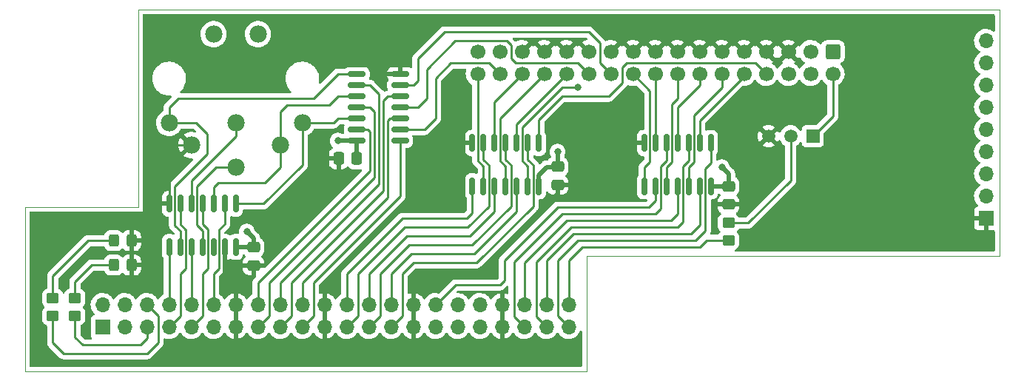
<source format=gbr>
%TF.GenerationSoftware,KiCad,Pcbnew,6.0.2+dfsg-1*%
%TF.CreationDate,2022-09-14T20:22:00+02:00*%
%TF.ProjectId,interface_board,696e7465-7266-4616-9365-5f626f617264,rev?*%
%TF.SameCoordinates,Original*%
%TF.FileFunction,Copper,L1,Top*%
%TF.FilePolarity,Positive*%
%FSLAX46Y46*%
G04 Gerber Fmt 4.6, Leading zero omitted, Abs format (unit mm)*
G04 Created by KiCad (PCBNEW 6.0.2+dfsg-1) date 2022-09-14 20:22:00*
%MOMM*%
%LPD*%
G01*
G04 APERTURE LIST*
G04 Aperture macros list*
%AMRoundRect*
0 Rectangle with rounded corners*
0 $1 Rounding radius*
0 $2 $3 $4 $5 $6 $7 $8 $9 X,Y pos of 4 corners*
0 Add a 4 corners polygon primitive as box body*
4,1,4,$2,$3,$4,$5,$6,$7,$8,$9,$2,$3,0*
0 Add four circle primitives for the rounded corners*
1,1,$1+$1,$2,$3*
1,1,$1+$1,$4,$5*
1,1,$1+$1,$6,$7*
1,1,$1+$1,$8,$9*
0 Add four rect primitives between the rounded corners*
20,1,$1+$1,$2,$3,$4,$5,0*
20,1,$1+$1,$4,$5,$6,$7,0*
20,1,$1+$1,$6,$7,$8,$9,0*
20,1,$1+$1,$8,$9,$2,$3,0*%
G04 Aperture macros list end*
%TA.AperFunction,Profile*%
%ADD10C,0.100000*%
%TD*%
%TA.AperFunction,SMDPad,CuDef*%
%ADD11RoundRect,0.250000X-0.475000X0.337500X-0.475000X-0.337500X0.475000X-0.337500X0.475000X0.337500X0*%
%TD*%
%TA.AperFunction,SMDPad,CuDef*%
%ADD12RoundRect,0.250000X0.450000X-0.350000X0.450000X0.350000X-0.450000X0.350000X-0.450000X-0.350000X0*%
%TD*%
%TA.AperFunction,SMDPad,CuDef*%
%ADD13RoundRect,0.150000X0.825000X0.150000X-0.825000X0.150000X-0.825000X-0.150000X0.825000X-0.150000X0*%
%TD*%
%TA.AperFunction,ComponentPad*%
%ADD14RoundRect,0.250000X-0.600000X0.600000X-0.600000X-0.600000X0.600000X-0.600000X0.600000X0.600000X0*%
%TD*%
%TA.AperFunction,ComponentPad*%
%ADD15C,1.700000*%
%TD*%
%TA.AperFunction,SMDPad,CuDef*%
%ADD16RoundRect,0.250000X0.337500X0.475000X-0.337500X0.475000X-0.337500X-0.475000X0.337500X-0.475000X0*%
%TD*%
%TA.AperFunction,SMDPad,CuDef*%
%ADD17RoundRect,0.150000X-0.150000X0.825000X-0.150000X-0.825000X0.150000X-0.825000X0.150000X0.825000X0*%
%TD*%
%TA.AperFunction,SMDPad,CuDef*%
%ADD18RoundRect,0.250000X0.325000X0.450000X-0.325000X0.450000X-0.325000X-0.450000X0.325000X-0.450000X0*%
%TD*%
%TA.AperFunction,ComponentPad*%
%ADD19C,1.981200*%
%TD*%
%TA.AperFunction,ComponentPad*%
%ADD20R,1.500000X1.500000*%
%TD*%
%TA.AperFunction,ComponentPad*%
%ADD21C,1.500000*%
%TD*%
%TA.AperFunction,ComponentPad*%
%ADD22R,1.700000X1.700000*%
%TD*%
%TA.AperFunction,ComponentPad*%
%ADD23O,1.700000X1.700000*%
%TD*%
%TA.AperFunction,ViaPad*%
%ADD24C,0.800000*%
%TD*%
%TA.AperFunction,Conductor*%
%ADD25C,0.250000*%
%TD*%
%TA.AperFunction,Conductor*%
%ADD26C,0.508000*%
%TD*%
G04 APERTURE END LIST*
D10*
X93215000Y-97409000D02*
X106169000Y-97409000D01*
X157477000Y-116205000D02*
X157477000Y-102997000D01*
X195577000Y-102997000D02*
X204721000Y-102997000D01*
X204721000Y-74803000D02*
X204721000Y-102997000D01*
X157477000Y-116205000D02*
X93215000Y-116205000D01*
X106169000Y-97409000D02*
X106169000Y-74803000D01*
X93215000Y-116205000D02*
X93215000Y-97409000D01*
X106169000Y-74803000D02*
X204721000Y-74803000D01*
X195577000Y-102997000D02*
X195577000Y-102997000D01*
X157477000Y-102997000D02*
X195577000Y-102997000D01*
D11*
%TO.P,C2,1*%
%TO.N,+3V3*%
X119377000Y-101981000D03*
%TO.P,C2,2*%
%TO.N,GND*%
X119377000Y-104056000D03*
%TD*%
D12*
%TO.P,R23,1*%
%TO.N,/ACTION*%
X98930000Y-109823000D03*
%TO.P,R23,2*%
%TO.N,Net-(D_ACT1-Pad2)*%
X98930000Y-107823000D03*
%TD*%
D13*
%TO.P,U1,1*%
%TO.N,/SIDE1*%
X136141000Y-89789000D03*
%TO.P,U1,2*%
%TO.N,/IBM PC floppy interface/~{SIDE1}*%
X136141000Y-88519000D03*
%TO.P,U1,3*%
%TO.N,/WGATE*%
X136141000Y-87249000D03*
%TO.P,U1,4*%
%TO.N,/IBM PC floppy interface/~{WGATE}*%
X136141000Y-85979000D03*
%TO.P,U1,5*%
%TO.N,/WDATE*%
X136141000Y-84709000D03*
%TO.P,U1,6*%
%TO.N,/IBM PC floppy interface/~{WDATE}*%
X136141000Y-83439000D03*
%TO.P,U1,7,GND*%
%TO.N,GND*%
X136141000Y-82169000D03*
%TO.P,U1,8*%
%TO.N,/Serial interface/~{SRQ}*%
X131191000Y-82169000D03*
%TO.P,U1,9*%
%TO.N,/SRQ_OUT*%
X131191000Y-83439000D03*
%TO.P,U1,10*%
%TO.N,/Serial interface/~{CLK}*%
X131191000Y-84709000D03*
%TO.P,U1,11*%
%TO.N,/CLK_OUT*%
X131191000Y-85979000D03*
%TO.P,U1,12*%
%TO.N,/Serial interface/~{DATA}*%
X131191000Y-87249000D03*
%TO.P,U1,13*%
%TO.N,/DATA_OUT*%
X131191000Y-88519000D03*
%TO.P,U1,14,VCC*%
%TO.N,+5V*%
X131191000Y-89789000D03*
%TD*%
D14*
%TO.P,J4,1,Pin_1*%
%TO.N,unconnected-(J4-Pad1)*%
X185671000Y-79629000D03*
D15*
%TO.P,J4,2,Pin_2*%
%TO.N,/IBM PC floppy interface/~{REDWC}*%
X185671000Y-82169000D03*
%TO.P,J4,3,Pin_3*%
%TO.N,unconnected-(J4-Pad3)*%
X183131000Y-79629000D03*
%TO.P,J4,4,Pin_4*%
%TO.N,unconnected-(J4-Pad4)*%
X183131000Y-82169000D03*
%TO.P,J4,5,Pin_5*%
%TO.N,GND*%
X180591000Y-79629000D03*
%TO.P,J4,6,Pin_6*%
%TO.N,unconnected-(J4-Pad6)*%
X180591000Y-82169000D03*
%TO.P,J4,7,Pin_7*%
%TO.N,GND*%
X178051000Y-79629000D03*
%TO.P,J4,8,Pin_8*%
%TO.N,/IBM PC floppy interface/~{INDEX}*%
X178051000Y-82169000D03*
%TO.P,J4,9,Pin_9*%
%TO.N,GND*%
X175511000Y-79629000D03*
%TO.P,J4,10,Pin_10*%
%TO.N,/IBM PC floppy interface/~{MOTEA}*%
X175511000Y-82169000D03*
%TO.P,J4,11,Pin_11*%
%TO.N,GND*%
X172971000Y-79629000D03*
%TO.P,J4,12,Pin_12*%
%TO.N,/IBM PC floppy interface/~{DRVSB}*%
X172971000Y-82169000D03*
%TO.P,J4,13,Pin_13*%
%TO.N,GND*%
X170431000Y-79629000D03*
%TO.P,J4,14,Pin_14*%
%TO.N,/IBM PC floppy interface/~{DRVSA}*%
X170431000Y-82169000D03*
%TO.P,J4,15,Pin_15*%
%TO.N,GND*%
X167891000Y-79629000D03*
%TO.P,J4,16,Pin_16*%
%TO.N,/IBM PC floppy interface/~{MOTEB}*%
X167891000Y-82169000D03*
%TO.P,J4,17,Pin_17*%
%TO.N,GND*%
X165351000Y-79629000D03*
%TO.P,J4,18,Pin_18*%
%TO.N,/IBM PC floppy interface/~{DIR}*%
X165351000Y-82169000D03*
%TO.P,J4,19,Pin_19*%
%TO.N,GND*%
X162811000Y-79629000D03*
%TO.P,J4,20,Pin_20*%
%TO.N,/IBM PC floppy interface/~{STEP}*%
X162811000Y-82169000D03*
%TO.P,J4,21,Pin_21*%
%TO.N,GND*%
X160271000Y-79629000D03*
%TO.P,J4,22,Pin_22*%
%TO.N,/IBM PC floppy interface/~{WDATE}*%
X160271000Y-82169000D03*
%TO.P,J4,23,Pin_23*%
%TO.N,GND*%
X157731000Y-79629000D03*
%TO.P,J4,24,Pin_24*%
%TO.N,/IBM PC floppy interface/~{WGATE}*%
X157731000Y-82169000D03*
%TO.P,J4,25,Pin_25*%
%TO.N,GND*%
X155191000Y-79629000D03*
%TO.P,J4,26,Pin_26*%
%TO.N,/IBM PC floppy interface/~{TRK00}*%
X155191000Y-82169000D03*
%TO.P,J4,27,Pin_27*%
%TO.N,GND*%
X152651000Y-79629000D03*
%TO.P,J4,28,Pin_28*%
%TO.N,/IBM PC floppy interface/~{WPT}*%
X152651000Y-82169000D03*
%TO.P,J4,29,Pin_29*%
%TO.N,GND*%
X150111000Y-79629000D03*
%TO.P,J4,30,Pin_30*%
%TO.N,/IBM PC floppy interface/~{RDATA}*%
X150111000Y-82169000D03*
%TO.P,J4,31,Pin_31*%
%TO.N,GND*%
X147571000Y-79629000D03*
%TO.P,J4,32,Pin_32*%
%TO.N,/IBM PC floppy interface/~{SIDE1}*%
X147571000Y-82169000D03*
%TO.P,J4,33,Pin_33*%
%TO.N,GND*%
X145031000Y-79629000D03*
%TO.P,J4,34,Pin_34*%
%TO.N,/IBM PC floppy interface/~{DSKCHG}*%
X145031000Y-82169000D03*
%TD*%
D16*
%TO.P,C1,1*%
%TO.N,+5V*%
X131191000Y-91821000D03*
%TO.P,C1,2*%
%TO.N,GND*%
X129116000Y-91821000D03*
%TD*%
D11*
%TO.P,C4,1*%
%TO.N,+5V*%
X173733000Y-94996000D03*
%TO.P,C4,2*%
%TO.N,GND*%
X173733000Y-97071000D03*
%TD*%
D12*
%TO.P,R22,1*%
%TO.N,/PWR*%
X96390000Y-109823000D03*
%TO.P,R22,2*%
%TO.N,Net-(D_PWR1-Pad2)*%
X96390000Y-107823000D03*
%TD*%
D17*
%TO.P,U2,1*%
%TO.N,/Serial interface/~{DATA}*%
X117345000Y-97013780D03*
%TO.P,U2,2*%
%TO.N,/DATA_IN*%
X116075000Y-97013780D03*
%TO.P,U2,3*%
%TO.N,/Serial interface/~{CLK}*%
X114805000Y-97013780D03*
%TO.P,U2,4*%
%TO.N,/CLK_IN*%
X113535000Y-97013780D03*
%TO.P,U2,5*%
%TO.N,/Serial interface/~{ATN}*%
X112265000Y-97013780D03*
%TO.P,U2,6*%
%TO.N,/ATN_IN*%
X110995000Y-97013780D03*
%TO.P,U2,7,GND*%
%TO.N,GND*%
X109725000Y-97013780D03*
%TO.P,U2,8*%
%TO.N,/SQR_IN*%
X109725000Y-101963780D03*
%TO.P,U2,9*%
%TO.N,/Serial interface/~{SRQ}*%
X110995000Y-101963780D03*
%TO.P,U2,10*%
%TO.N,/RESET_IN*%
X112265000Y-101963780D03*
%TO.P,U2,11*%
%TO.N,/Serial interface/~{RESET}*%
X113535000Y-101963780D03*
%TO.P,U2,12*%
%TO.N,unconnected-(U2-Pad12)*%
X114805000Y-101963780D03*
%TO.P,U2,13*%
%TO.N,GND*%
X116075000Y-101963780D03*
%TO.P,U2,14,3.3V*%
%TO.N,+3V3*%
X117345000Y-101963780D03*
%TD*%
D12*
%TO.P,R20,1*%
%TO.N,/REDWC_OUT*%
X173733000Y-101203000D03*
%TO.P,R20,2*%
%TO.N,Net-(Q1-Pad2)*%
X173733000Y-99203000D03*
%TD*%
D18*
%TO.P,D_ACT1,1,K*%
%TO.N,GND*%
X105425000Y-104013000D03*
%TO.P,D_ACT1,2,A*%
%TO.N,Net-(D_ACT1-Pad2)*%
X103375000Y-104013000D03*
%TD*%
D11*
%TO.P,C3,1*%
%TO.N,+3V3*%
X154175000Y-92780520D03*
%TO.P,C3,2*%
%TO.N,GND*%
X154175000Y-94855520D03*
%TD*%
D17*
%TO.P,U4,1*%
%TO.N,/IBM PC floppy interface/~{INDEX}*%
X152026480Y-90043000D03*
%TO.P,U4,2*%
%TO.N,/INDEX*%
X150756480Y-90043000D03*
%TO.P,U4,3*%
%TO.N,/IBM PC floppy interface/~{TRK00}*%
X149486480Y-90043000D03*
%TO.P,U4,4*%
%TO.N,/TRK00*%
X148216480Y-90043000D03*
%TO.P,U4,5*%
%TO.N,/IBM PC floppy interface/~{RDATA}*%
X146946480Y-90043000D03*
%TO.P,U4,6*%
%TO.N,/RDATA*%
X145676480Y-90043000D03*
%TO.P,U4,7,GND*%
%TO.N,GND*%
X144406480Y-90043000D03*
%TO.P,U4,8*%
%TO.N,/DSKCHG*%
X144406480Y-94993000D03*
%TO.P,U4,9*%
%TO.N,/IBM PC floppy interface/~{DSKCHG}*%
X145676480Y-94993000D03*
%TO.P,U4,10*%
%TO.N,/WPT*%
X146946480Y-94993000D03*
%TO.P,U4,11*%
%TO.N,/IBM PC floppy interface/~{WPT}*%
X148216480Y-94993000D03*
%TO.P,U4,12*%
%TO.N,/REDWC_IN*%
X149486480Y-94993000D03*
%TO.P,U4,13*%
%TO.N,/IBM PC floppy interface/~{REDWC}*%
X150756480Y-94993000D03*
%TO.P,U4,14,3.3V*%
%TO.N,+3V3*%
X152026480Y-94993000D03*
%TD*%
%TO.P,U3,1*%
%TO.N,/MOTEA*%
X171701000Y-90043000D03*
%TO.P,U3,2*%
%TO.N,/IBM PC floppy interface/~{MOTEA}*%
X170431000Y-90043000D03*
%TO.P,U3,3*%
%TO.N,/DRVSA*%
X169161000Y-90043000D03*
%TO.P,U3,4*%
%TO.N,/IBM PC floppy interface/~{DRVSA}*%
X167891000Y-90043000D03*
%TO.P,U3,5*%
%TO.N,/DIR*%
X166621000Y-90043000D03*
%TO.P,U3,6*%
%TO.N,/IBM PC floppy interface/~{DIR}*%
X165351000Y-90043000D03*
%TO.P,U3,7,GND*%
%TO.N,GND*%
X164081000Y-90043000D03*
%TO.P,U3,8*%
%TO.N,/IBM PC floppy interface/~{STEP}*%
X164081000Y-94993000D03*
%TO.P,U3,9*%
%TO.N,/STEP*%
X165351000Y-94993000D03*
%TO.P,U3,10*%
%TO.N,/IBM PC floppy interface/~{MOTEB}*%
X166621000Y-94993000D03*
%TO.P,U3,11*%
%TO.N,/MOTEB*%
X167891000Y-94993000D03*
%TO.P,U3,12*%
%TO.N,/IBM PC floppy interface/~{DRVSB}*%
X169161000Y-94993000D03*
%TO.P,U3,13*%
%TO.N,/DRVSB*%
X170431000Y-94993000D03*
%TO.P,U3,14,VCC*%
%TO.N,+5V*%
X171701000Y-94993000D03*
%TD*%
D19*
%TO.P,J3,PE@*%
%TO.N,N/C*%
X114805000Y-77597000D03*
%TO.P,J3,PE*%
X119885000Y-77597000D03*
%TO.P,J3,6*%
%TO.N,/Serial interface/~{RESET}*%
X117345000Y-92837000D03*
%TO.P,J3,5*%
%TO.N,/Serial interface/~{DATA}*%
X124965000Y-87757000D03*
%TO.P,J3,4*%
%TO.N,/Serial interface/~{CLK}*%
X122425000Y-90297000D03*
%TO.P,J3,3*%
%TO.N,/Serial interface/~{ATN}*%
X117345000Y-87757000D03*
%TO.P,J3,2*%
%TO.N,GND*%
X112265000Y-90297000D03*
%TO.P,J3,1*%
%TO.N,/Serial interface/~{SRQ}*%
X109725000Y-87757000D03*
%TD*%
D20*
%TO.P,Q1,1,C*%
%TO.N,/IBM PC floppy interface/~{REDWC}*%
X183385000Y-89281000D03*
D21*
%TO.P,Q1,2,B*%
%TO.N,Net-(Q1-Pad2)*%
X180845000Y-89281000D03*
%TO.P,Q1,3,E*%
%TO.N,GND*%
X178305000Y-89281000D03*
%TD*%
D18*
%TO.P,D_PWR1,1,K*%
%TO.N,GND*%
X105425000Y-101219000D03*
%TO.P,D_PWR1,2,A*%
%TO.N,Net-(D_PWR1-Pad2)*%
X103375000Y-101219000D03*
%TD*%
D22*
%TO.P,J2,1,Pin_1*%
%TO.N,GND*%
X203197000Y-98679000D03*
D23*
%TO.P,J2,2,Pin_2*%
%TO.N,+5V*%
X203197000Y-96139000D03*
%TO.P,J2,3,Pin_3*%
%TO.N,unconnected-(J2-Pad3)*%
X203197000Y-93599000D03*
%TO.P,J2,4,Pin_4*%
%TO.N,unconnected-(J2-Pad4)*%
X203197000Y-91059000D03*
%TO.P,J2,5,Pin_5*%
%TO.N,unconnected-(J2-Pad5)*%
X203197000Y-88519000D03*
%TO.P,J2,6,Pin_6*%
%TO.N,unconnected-(J2-Pad6)*%
X203197000Y-85979000D03*
%TO.P,J2,7,Pin_7*%
%TO.N,unconnected-(J2-Pad7)*%
X203197000Y-83439000D03*
%TO.P,J2,8,Pin_8*%
%TO.N,unconnected-(J2-Pad8)*%
X203197000Y-80899000D03*
%TO.P,J2,9,Pin_9*%
%TO.N,unconnected-(J2-Pad9)*%
X203197000Y-78359000D03*
%TD*%
D22*
%TO.P,J1,1,Pin_1*%
%TO.N,+3V3*%
X102105000Y-111125000D03*
D23*
%TO.P,J1,2,Pin_2*%
X102105000Y-108585000D03*
%TO.P,J1,3,Pin_3*%
%TO.N,unconnected-(J1-Pad3)*%
X104645000Y-111125000D03*
%TO.P,J1,4,Pin_4*%
%TO.N,unconnected-(J1-Pad4)*%
X104645000Y-108585000D03*
%TO.P,J1,5,Pin_5*%
%TO.N,/ACTION*%
X107185000Y-111125000D03*
%TO.P,J1,6,Pin_6*%
%TO.N,/PWR*%
X107185000Y-108585000D03*
%TO.P,J1,7,Pin_7*%
%TO.N,/ATN_IN*%
X109725000Y-111125000D03*
%TO.P,J1,8,Pin_8*%
%TO.N,/SQR_IN*%
X109725000Y-108585000D03*
%TO.P,J1,9,Pin_9*%
%TO.N,/CLK_IN*%
X112265000Y-111125000D03*
%TO.P,J1,10,Pin_10*%
%TO.N,/RESET_IN*%
X112265000Y-108585000D03*
%TO.P,J1,11,Pin_11*%
%TO.N,unconnected-(J1-Pad11)*%
X114805000Y-111125000D03*
%TO.P,J1,12,Pin_12*%
%TO.N,/DATA_IN*%
X114805000Y-108585000D03*
%TO.P,J1,13,Pin_13*%
%TO.N,GND*%
X117345000Y-111125000D03*
%TO.P,J1,14,Pin_14*%
X117345000Y-108585000D03*
%TO.P,J1,15,Pin_15*%
%TO.N,/CLK_OUT*%
X119885000Y-111125000D03*
%TO.P,J1,16,Pin_16*%
%TO.N,/DATA_OUT*%
X119885000Y-108585000D03*
%TO.P,J1,17,Pin_17*%
%TO.N,/WDATE*%
X122425000Y-111125000D03*
%TO.P,J1,18,Pin_18*%
%TO.N,/SRQ_OUT*%
X122425000Y-108585000D03*
%TO.P,J1,19,Pin_19*%
%TO.N,/SIDE1*%
X124965000Y-111125000D03*
%TO.P,J1,20,Pin_20*%
%TO.N,/WGATE*%
X124965000Y-108585000D03*
%TO.P,J1,21,Pin_21*%
%TO.N,GND*%
X127505000Y-111125000D03*
%TO.P,J1,22,Pin_22*%
X127505000Y-108585000D03*
%TO.P,J1,23,Pin_23*%
%TO.N,/RDATA*%
X130045000Y-111125000D03*
%TO.P,J1,24,Pin_24*%
%TO.N,/DSKCHG*%
X130045000Y-108585000D03*
%TO.P,J1,25,Pin_25*%
%TO.N,/TRK00*%
X132585000Y-111125000D03*
%TO.P,J1,26,Pin_26*%
%TO.N,/WPT*%
X132585000Y-108585000D03*
%TO.P,J1,27,Pin_27*%
%TO.N,/INDEX*%
X135125000Y-111125000D03*
%TO.P,J1,28,Pin_28*%
%TO.N,/REDWC_IN*%
X135125000Y-108585000D03*
%TO.P,J1,29,Pin_29*%
%TO.N,GND*%
X137665000Y-111125000D03*
%TO.P,J1,30,Pin_30*%
X137665000Y-108585000D03*
%TO.P,J1,31,Pin_31*%
%TO.N,unconnected-(J1-Pad31)*%
X140205000Y-111125000D03*
%TO.P,J1,32,Pin_32*%
%TO.N,/STEP*%
X140205000Y-108585000D03*
%TO.P,J1,33,Pin_33*%
%TO.N,unconnected-(J1-Pad33)*%
X142745000Y-111125000D03*
%TO.P,J1,34,Pin_34*%
%TO.N,unconnected-(J1-Pad34)*%
X142745000Y-108585000D03*
%TO.P,J1,35,Pin_35*%
%TO.N,unconnected-(J1-Pad35)*%
X145285000Y-111125000D03*
%TO.P,J1,36,Pin_36*%
%TO.N,unconnected-(J1-Pad36)*%
X145285000Y-108585000D03*
%TO.P,J1,37,Pin_37*%
%TO.N,GND*%
X147825000Y-111125000D03*
%TO.P,J1,38,Pin_38*%
X147825000Y-108585000D03*
%TO.P,J1,39,Pin_39*%
%TO.N,/DIR*%
X150365000Y-111125000D03*
%TO.P,J1,40,Pin_40*%
%TO.N,/MOTEB*%
X150365000Y-108585000D03*
%TO.P,J1,41,Pin_41*%
%TO.N,/DRVSA*%
X152905000Y-111125000D03*
%TO.P,J1,42,Pin_42*%
%TO.N,/DRVSB*%
X152905000Y-108585000D03*
%TO.P,J1,43,Pin_43*%
%TO.N,/MOTEA*%
X155445000Y-111125000D03*
%TO.P,J1,44,Pin_44*%
%TO.N,/REDWC_OUT*%
X155445000Y-108585000D03*
%TD*%
D24*
%TO.N,+3V3*%
X118615000Y-100203000D03*
X154175000Y-91059000D03*
%TO.N,+5V*%
X172971000Y-92837000D03*
X129029000Y-89789000D03*
%TO.N,/IBM PC floppy interface/~{REDWC}*%
X156461000Y-83693000D03*
%TD*%
D25*
%TO.N,/IBM PC floppy interface/~{MOTEB}*%
X167266480Y-92212480D02*
X167266480Y-85587520D01*
D26*
%TO.N,+3V3*%
X152948000Y-92794000D02*
X154175000Y-92794000D01*
X119377000Y-100965000D02*
X118615000Y-100203000D01*
X119377000Y-101963780D02*
X117345000Y-101963780D01*
X154175000Y-92794000D02*
X154175000Y-91059000D01*
X152026480Y-93715520D02*
X152948000Y-92794000D01*
X152026480Y-95006480D02*
X152026480Y-93715520D01*
X119377000Y-101981000D02*
X119377000Y-100965000D01*
X119377000Y-101912260D02*
X119308260Y-101981000D01*
D25*
%TO.N,/WDATE*%
X123695000Y-106045000D02*
X134239000Y-95501000D01*
X134747000Y-84709000D02*
X136141000Y-84709000D01*
X122425000Y-111125000D02*
X123695000Y-109855000D01*
X123695000Y-109855000D02*
X123695000Y-106045000D01*
X134239000Y-85217000D02*
X134747000Y-84709000D01*
X134239000Y-95501000D02*
X134239000Y-85217000D01*
D26*
%TO.N,GND*%
X143507000Y-90043000D02*
X144406480Y-90043000D01*
X138681000Y-104775000D02*
X145285000Y-104775000D01*
X137665000Y-108585000D02*
X137665000Y-105791000D01*
X145285000Y-104775000D02*
X154175000Y-95885000D01*
D25*
X109725000Y-97013780D02*
X109725000Y-91059000D01*
D26*
X154175000Y-95885000D02*
X154175000Y-94855520D01*
D25*
X110487000Y-90297000D02*
X112265000Y-90297000D01*
D26*
X117345000Y-108585000D02*
X117345000Y-111125000D01*
X127505000Y-111125000D02*
X127505000Y-108585000D01*
X117345000Y-106807000D02*
X116075000Y-105537000D01*
X127505000Y-106045000D02*
X143507000Y-90043000D01*
X147825000Y-108585000D02*
X147825000Y-111125000D01*
D25*
X109725000Y-91059000D02*
X110487000Y-90297000D01*
D26*
X137665000Y-111125000D02*
X137665000Y-108585000D01*
X137665000Y-105791000D02*
X138681000Y-104775000D01*
X117345000Y-108585000D02*
X117345000Y-106807000D01*
X116075000Y-105537000D02*
X116075000Y-101963780D01*
X127505000Y-108585000D02*
X127505000Y-106045000D01*
%TO.N,+5V*%
X173733000Y-93599000D02*
X172971000Y-92837000D01*
X131191000Y-91821000D02*
X131191000Y-89789000D01*
X131191000Y-89789000D02*
X129029000Y-89789000D01*
X173730000Y-94993000D02*
X171701000Y-94993000D01*
X173733000Y-94996000D02*
X173733000Y-93599000D01*
X173733000Y-94996000D02*
X173730000Y-94993000D01*
D25*
%TO.N,/Serial interface/~{SRQ}*%
X114043000Y-91313000D02*
X114043000Y-89027000D01*
X114043000Y-89027000D02*
X112773000Y-87757000D01*
X110995000Y-101963780D02*
X110995000Y-100134260D01*
X126235000Y-84963000D02*
X129029000Y-82169000D01*
X112773000Y-87757000D02*
X109725000Y-87757000D01*
X109725000Y-87757000D02*
X109725000Y-85979000D01*
X110349520Y-95006480D02*
X114043000Y-91313000D01*
X109725000Y-85979000D02*
X110741000Y-84963000D01*
X110995000Y-100134260D02*
X110349520Y-99488780D01*
X110349520Y-99488780D02*
X110349520Y-95006480D01*
X110741000Y-84963000D02*
X126235000Y-84963000D01*
X129029000Y-82169000D02*
X131191000Y-82169000D01*
%TO.N,/Serial interface/~{ATN}*%
X112265000Y-94361000D02*
X117345000Y-89281000D01*
X112265000Y-97013780D02*
X112265000Y-94361000D01*
X117345000Y-89281000D02*
X117345000Y-87757000D01*
%TO.N,/Serial interface/~{CLK}*%
X114805000Y-97013780D02*
X114805000Y-95123000D01*
X129029000Y-84709000D02*
X131191000Y-84709000D01*
X128013000Y-85725000D02*
X129029000Y-84709000D01*
X115313000Y-94615000D02*
X120647000Y-94615000D01*
X122425000Y-90297000D02*
X122425000Y-86487000D01*
X114805000Y-95123000D02*
X115313000Y-94615000D01*
X122425000Y-86487000D02*
X123187000Y-85725000D01*
X122425000Y-92837000D02*
X122425000Y-90297000D01*
X123187000Y-85725000D02*
X128013000Y-85725000D01*
X120647000Y-94615000D02*
X122425000Y-92837000D01*
%TO.N,/Serial interface/~{DATA}*%
X129029000Y-87249000D02*
X131191000Y-87249000D01*
X117345000Y-97013780D02*
X120534220Y-97013780D01*
X124965000Y-87757000D02*
X128521000Y-87757000D01*
X128521000Y-87757000D02*
X129029000Y-87249000D01*
X120534220Y-97013780D02*
X124965000Y-92583000D01*
X124965000Y-92583000D02*
X124965000Y-87757000D01*
%TO.N,/Serial interface/~{RESET}*%
X115059000Y-92837000D02*
X117345000Y-92837000D01*
X113535000Y-101963780D02*
X113535000Y-100086480D01*
X112889520Y-99441000D02*
X112889520Y-95006480D01*
X112889520Y-95006480D02*
X115059000Y-92837000D01*
X113535000Y-100086480D02*
X112889520Y-99441000D01*
%TO.N,/IBM PC floppy interface/~{REDWC}*%
X150756480Y-95006480D02*
X150756480Y-92720480D01*
X150111000Y-92075000D02*
X150111000Y-88265000D01*
X185671000Y-86995000D02*
X183385000Y-89281000D01*
X185671000Y-82169000D02*
X185671000Y-86995000D01*
X156461000Y-83693000D02*
X154683000Y-83693000D01*
X150756480Y-92720480D02*
X150111000Y-92075000D01*
X154683000Y-83693000D02*
X150111000Y-88265000D01*
%TO.N,/IBM PC floppy interface/~{INDEX}*%
X161541000Y-81423000D02*
X161541000Y-83185000D01*
X152026480Y-87365520D02*
X152026480Y-90056480D01*
X160017000Y-84709000D02*
X154683000Y-84709000D01*
X161541000Y-83185000D02*
X160017000Y-84709000D01*
X162065000Y-80899000D02*
X161541000Y-81423000D01*
X176781000Y-80899000D02*
X162065000Y-80899000D01*
X154683000Y-84709000D02*
X152026480Y-87365520D01*
X178051000Y-82169000D02*
X176781000Y-80899000D01*
%TO.N,/IBM PC floppy interface/~{MOTEA}*%
X170431000Y-87503000D02*
X175511000Y-82423000D01*
X175511000Y-82423000D02*
X175511000Y-82169000D01*
X170431000Y-90043000D02*
X170431000Y-87503000D01*
%TO.N,/IBM PC floppy interface/~{DRVSB}*%
X169161000Y-92857960D02*
X169161000Y-94993000D01*
X169806480Y-86857520D02*
X172971000Y-83693000D01*
X169806480Y-92212480D02*
X169806480Y-86857520D01*
X172971000Y-83693000D02*
X172971000Y-82169000D01*
X169806480Y-92212480D02*
X169161000Y-92857960D01*
%TO.N,/IBM PC floppy interface/~{DRVSA}*%
X170431000Y-83439000D02*
X170431000Y-82169000D01*
X167891000Y-85979000D02*
X170431000Y-83439000D01*
X167891000Y-90043000D02*
X167891000Y-85979000D01*
%TO.N,/IBM PC floppy interface/~{MOTEB}*%
X166621000Y-92857960D02*
X167266480Y-92212480D01*
X167891000Y-84963000D02*
X167891000Y-82169000D01*
X167266480Y-85587520D02*
X167891000Y-84963000D01*
X166621000Y-94993000D02*
X166621000Y-92857960D01*
%TO.N,/IBM PC floppy interface/~{DIR}*%
X165351000Y-90043000D02*
X165351000Y-82169000D01*
%TO.N,/IBM PC floppy interface/~{STEP}*%
X164726480Y-92212480D02*
X164726480Y-84084480D01*
X164081000Y-92857960D02*
X164726480Y-92212480D01*
X164726480Y-84084480D02*
X162811000Y-82169000D01*
X164081000Y-94993000D02*
X164081000Y-92857960D01*
%TO.N,/IBM PC floppy interface/~{WDATE}*%
X138185000Y-82919000D02*
X138185000Y-80379000D01*
X159001000Y-78613000D02*
X159001000Y-80915000D01*
X141221000Y-77343000D02*
X157731000Y-77343000D01*
X136141000Y-83439000D02*
X137665000Y-83439000D01*
X138185000Y-80379000D02*
X141221000Y-77343000D01*
X159001000Y-80915000D02*
X160271000Y-82185000D01*
X157731000Y-77343000D02*
X159001000Y-78613000D01*
X137665000Y-83439000D02*
X138185000Y-82919000D01*
%TO.N,/IBM PC floppy interface/~{WGATE}*%
X136141000Y-85979000D02*
X138173000Y-85979000D01*
X139189000Y-81617000D02*
X139185000Y-81613000D01*
X149349000Y-80915000D02*
X156461000Y-80915000D01*
X156461000Y-80915000D02*
X157731000Y-82185000D01*
X142423000Y-78375000D02*
X148333000Y-78375000D01*
X139189000Y-84963000D02*
X139189000Y-81617000D01*
X139185000Y-81613000D02*
X142423000Y-78375000D01*
X138173000Y-85979000D02*
X139189000Y-84963000D01*
X148841000Y-80407000D02*
X149349000Y-80915000D01*
X148841000Y-78883000D02*
X148841000Y-80407000D01*
X148333000Y-78375000D02*
X148841000Y-78883000D01*
%TO.N,/IBM PC floppy interface/~{TRK00}*%
X149486480Y-87873520D02*
X155191000Y-82169000D01*
X149486480Y-90056480D02*
X149486480Y-87873520D01*
%TO.N,/IBM PC floppy interface/~{WPT}*%
X147571000Y-87249000D02*
X152651000Y-82169000D01*
X147571000Y-92075000D02*
X147571000Y-87249000D01*
X148216480Y-95006480D02*
X148216480Y-92720480D01*
X148216480Y-92720480D02*
X147571000Y-92075000D01*
%TO.N,/IBM PC floppy interface/~{RDATA}*%
X146946480Y-85333520D02*
X150111000Y-82169000D01*
X146946480Y-90056480D02*
X146946480Y-85333520D01*
%TO.N,/IBM PC floppy interface/~{SIDE1}*%
X141967000Y-80915000D02*
X146301000Y-80915000D01*
X138935000Y-88519000D02*
X136141000Y-88519000D01*
X140205000Y-87249000D02*
X138935000Y-88519000D01*
X140205000Y-82677000D02*
X140205000Y-87249000D01*
X140205000Y-82677000D02*
X141967000Y-80915000D01*
X146301000Y-80915000D02*
X147571000Y-82185000D01*
%TO.N,/IBM PC floppy interface/~{DSKCHG}*%
X145676480Y-92720480D02*
X145031000Y-92075000D01*
X145031000Y-92075000D02*
X145031000Y-82169000D01*
X145676480Y-95006480D02*
X145676480Y-92720480D01*
%TO.N,/WGATE*%
X124965000Y-106045000D02*
X134747000Y-96263000D01*
X134747000Y-87503000D02*
X135001000Y-87249000D01*
X134747000Y-96263000D02*
X134747000Y-87503000D01*
X135001000Y-87249000D02*
X136141000Y-87249000D01*
X124965000Y-108585000D02*
X124965000Y-106045000D01*
%TO.N,Net-(Q1-Pad2)*%
X180845000Y-94361000D02*
X180845000Y-89281000D01*
X173733000Y-99203000D02*
X176003000Y-99203000D01*
X176003000Y-99203000D02*
X180845000Y-94361000D01*
%TO.N,/RESET_IN*%
X112265000Y-108585000D02*
X112265000Y-101963780D01*
%TO.N,/ATN_IN*%
X110995000Y-99372260D02*
X110995000Y-97013780D01*
X109725000Y-111125000D02*
X110995000Y-109855000D01*
X110995000Y-105029000D02*
X111619520Y-104404480D01*
X111619520Y-99996780D02*
X110995000Y-99372260D01*
X111619520Y-104404480D02*
X111619520Y-99996780D01*
X110995000Y-109855000D02*
X110995000Y-105029000D01*
%TO.N,/CLK_IN*%
X114159520Y-99949000D02*
X113535000Y-99324480D01*
X113535000Y-99324480D02*
X113535000Y-97013780D01*
X112265000Y-111125000D02*
X113535000Y-109855000D01*
X114159520Y-104404480D02*
X114159520Y-99949000D01*
X113535000Y-109855000D02*
X113535000Y-105029000D01*
X113535000Y-105029000D02*
X114159520Y-104404480D01*
%TO.N,/DATA_IN*%
X115429520Y-104404480D02*
X115429520Y-99971020D01*
X114805000Y-108585000D02*
X114805000Y-105029000D01*
X116075000Y-99325540D02*
X116075000Y-97013780D01*
X115429520Y-99971020D02*
X116075000Y-99325540D01*
X114805000Y-105029000D02*
X115429520Y-104404480D01*
%TO.N,/SQR_IN*%
X109725000Y-108585000D02*
X109725000Y-101963780D01*
%TO.N,/SRQ_OUT*%
X122425000Y-106045000D02*
X133731000Y-94739000D01*
X133731000Y-94739000D02*
X133731000Y-84452224D01*
X122425000Y-108585000D02*
X122425000Y-106045000D01*
X132717776Y-83439000D02*
X131191000Y-83439000D01*
X133731000Y-84452224D02*
X132717776Y-83439000D01*
%TO.N,/CLK_OUT*%
X131191000Y-85979000D02*
X132715000Y-85979000D01*
X121155000Y-106045000D02*
X121155000Y-109855000D01*
X133223000Y-86487000D02*
X133223000Y-93977000D01*
X133223000Y-93977000D02*
X121155000Y-106045000D01*
X132715000Y-85979000D02*
X133223000Y-86487000D01*
X121155000Y-109855000D02*
X119885000Y-111125000D01*
%TO.N,/DATA_OUT*%
X132715000Y-93215000D02*
X119885000Y-106045000D01*
X132461000Y-88519000D02*
X132715000Y-88773000D01*
X132715000Y-88773000D02*
X132715000Y-93215000D01*
X119885000Y-106045000D02*
X119885000Y-108585000D01*
X131191000Y-88519000D02*
X132461000Y-88519000D01*
%TO.N,/DSKCHG*%
X136395000Y-98699960D02*
X130045000Y-105049960D01*
X144406480Y-94993000D02*
X144406480Y-98054480D01*
X144406480Y-98054480D02*
X143761000Y-98699960D01*
X130045000Y-105049960D02*
X130045000Y-108585000D01*
X143761000Y-98699960D02*
X136395000Y-98699960D01*
%TO.N,/RDATA*%
X146301000Y-92583000D02*
X146301000Y-97292480D01*
X131315000Y-105049960D02*
X131315000Y-109855000D01*
X143877520Y-99715960D02*
X136649000Y-99715960D01*
X145676480Y-90056480D02*
X145676480Y-91958480D01*
X131315000Y-109855000D02*
X130045000Y-111125000D01*
X145676480Y-91958480D02*
X146301000Y-92583000D01*
X136649000Y-99715960D02*
X131315000Y-105049960D01*
X146301000Y-97292480D02*
X143877520Y-99715960D01*
%TO.N,/WPT*%
X132585000Y-105049960D02*
X136903000Y-100731960D01*
X146946480Y-97917000D02*
X144131520Y-100731960D01*
X132585000Y-108585000D02*
X132585000Y-105049960D01*
X136903000Y-100731960D02*
X144131520Y-100731960D01*
X146946480Y-94993000D02*
X146946480Y-97917000D01*
%TO.N,/TRK00*%
X148216480Y-91958480D02*
X148216480Y-90056480D01*
X144385520Y-101747960D02*
X148841000Y-97292480D01*
X133855000Y-109855000D02*
X133855000Y-105049960D01*
X148841000Y-97292480D02*
X148841000Y-92583000D01*
X132585000Y-111125000D02*
X133855000Y-109855000D01*
X148841000Y-92583000D02*
X148216480Y-91958480D01*
X133855000Y-105049960D02*
X137157000Y-101747960D01*
X137157000Y-101747960D02*
X144385520Y-101747960D01*
%TO.N,/INDEX*%
X151381000Y-97292480D02*
X151381000Y-92583000D01*
X150756480Y-91958480D02*
X150756480Y-90056480D01*
X136395000Y-109855000D02*
X136395000Y-105049960D01*
X144893520Y-103779960D02*
X151381000Y-97292480D01*
X137665000Y-103779960D02*
X144893520Y-103779960D01*
X151381000Y-92583000D02*
X150756480Y-91958480D01*
X135125000Y-111125000D02*
X136395000Y-109855000D01*
X136395000Y-105049960D02*
X137665000Y-103779960D01*
%TO.N,/REDWC_IN*%
X135125000Y-105049960D02*
X137411000Y-102763960D01*
X144639520Y-102763960D02*
X149486480Y-97917000D01*
X137411000Y-102763960D02*
X144639520Y-102763960D01*
X149486480Y-97917000D02*
X149486480Y-95006480D01*
X135125000Y-108585000D02*
X135125000Y-105049960D01*
%TO.N,/STEP*%
X164589000Y-97409000D02*
X165351000Y-96647000D01*
X154175000Y-97409000D02*
X164589000Y-97409000D01*
X148079000Y-105791000D02*
X148079000Y-103505000D01*
X165351000Y-96647000D02*
X165351000Y-94993000D01*
X140205000Y-108585000D02*
X142491000Y-106299000D01*
X147571000Y-106299000D02*
X148079000Y-105791000D01*
X148079000Y-103505000D02*
X154175000Y-97409000D01*
X142491000Y-106299000D02*
X147571000Y-106299000D01*
%TO.N,/DIR*%
X166621000Y-92095960D02*
X166621000Y-90043000D01*
X165996480Y-97525520D02*
X165996480Y-92720480D01*
X165996480Y-92720480D02*
X166621000Y-92095960D01*
X165351000Y-98171000D02*
X165996480Y-97525520D01*
X154683000Y-98171000D02*
X165351000Y-98171000D01*
X149190489Y-109950489D02*
X149190489Y-103663511D01*
X149190489Y-103663511D02*
X154683000Y-98171000D01*
X150365000Y-111125000D02*
X149190489Y-109950489D01*
%TO.N,/MOTEB*%
X155191000Y-98933000D02*
X167129000Y-98933000D01*
X150365000Y-108585000D02*
X150365000Y-103759000D01*
X167891000Y-98171000D02*
X167891000Y-94993000D01*
X150365000Y-103759000D02*
X155191000Y-98933000D01*
X167129000Y-98933000D02*
X167891000Y-98171000D01*
%TO.N,/DRVSB*%
X169415000Y-100457000D02*
X170431000Y-99441000D01*
X152905000Y-103505000D02*
X155953000Y-100457000D01*
X152905000Y-108585000D02*
X152905000Y-103505000D01*
X155953000Y-100457000D02*
X169415000Y-100457000D01*
X170431000Y-99441000D02*
X170431000Y-94993000D01*
%TO.N,/DRVSA*%
X155699000Y-99695000D02*
X167891000Y-99695000D01*
X151730489Y-103663511D02*
X155699000Y-99695000D01*
X152905000Y-111125000D02*
X151730489Y-109950489D01*
X169161000Y-92095960D02*
X169161000Y-90043000D01*
X167891000Y-99695000D02*
X168536480Y-99049520D01*
X168536480Y-92720480D02*
X169161000Y-92095960D01*
X151730489Y-109950489D02*
X151730489Y-103663511D01*
X168536480Y-99049520D02*
X168536480Y-92720480D01*
%TO.N,/SIDE1*%
X136141000Y-96139000D02*
X136141000Y-89789000D01*
X126235000Y-106045000D02*
X136141000Y-96139000D01*
X124965000Y-111125000D02*
X126235000Y-109855000D01*
X126235000Y-109855000D02*
X126235000Y-106045000D01*
%TO.N,/REDWC_OUT*%
X156969000Y-101981000D02*
X170431000Y-101981000D01*
X171209000Y-101203000D02*
X173733000Y-101203000D01*
X170431000Y-101981000D02*
X171209000Y-101203000D01*
X155445000Y-108585000D02*
X155445000Y-103505000D01*
X155445000Y-103505000D02*
X156969000Y-101981000D01*
%TO.N,/MOTEA*%
X156461000Y-101219000D02*
X169923000Y-101219000D01*
X155445000Y-111125000D02*
X154175000Y-109855000D01*
X171701000Y-92329000D02*
X171701000Y-90043000D01*
X171076480Y-92953520D02*
X171701000Y-92329000D01*
X154175000Y-109855000D02*
X154175000Y-103505000D01*
X154175000Y-103505000D02*
X156461000Y-101219000D01*
X169923000Y-101219000D02*
X171076480Y-100065520D01*
X171076480Y-100065520D02*
X171076480Y-92953520D01*
%TO.N,/PWR*%
X107185000Y-108585000D02*
X108455000Y-109855000D01*
X108455000Y-109855000D02*
X108455000Y-112903000D01*
X107185000Y-114173000D02*
X97660000Y-114173000D01*
X108455000Y-112903000D02*
X107185000Y-114173000D01*
X96390000Y-112903000D02*
X96390000Y-109823000D01*
X97660000Y-114173000D02*
X96390000Y-112903000D01*
%TO.N,/ACTION*%
X106423000Y-113157000D02*
X99819000Y-113157000D01*
X98930000Y-112268000D02*
X98930000Y-109823000D01*
X99819000Y-113157000D02*
X98930000Y-112268000D01*
X107185000Y-111125000D02*
X107185000Y-112395000D01*
X107185000Y-112395000D02*
X106423000Y-113157000D01*
%TO.N,Net-(D_ACT1-Pad2)*%
X98930000Y-107823000D02*
X98930000Y-105918000D01*
X98930000Y-105918000D02*
X100835000Y-104013000D01*
X100835000Y-104013000D02*
X103375000Y-104013000D01*
%TO.N,Net-(D_PWR1-Pad2)*%
X96390000Y-107823000D02*
X96390000Y-105283000D01*
X103375000Y-101219000D02*
X100454000Y-101219000D01*
X100454000Y-101219000D02*
X96390000Y-105283000D01*
%TD*%
%TA.AperFunction,Conductor*%
%TO.N,GND*%
G36*
X204155121Y-75331002D02*
G01*
X204201614Y-75384658D01*
X204213000Y-75437000D01*
X204213000Y-77170166D01*
X204192998Y-77238287D01*
X204139342Y-77284780D01*
X204069068Y-77294884D01*
X204008907Y-77269047D01*
X203955415Y-77226801D01*
X203955413Y-77226800D01*
X203951359Y-77223598D01*
X203755789Y-77115638D01*
X203750920Y-77113914D01*
X203750916Y-77113912D01*
X203550087Y-77042795D01*
X203550083Y-77042794D01*
X203545212Y-77041069D01*
X203540119Y-77040162D01*
X203540116Y-77040161D01*
X203330373Y-77002800D01*
X203330367Y-77002799D01*
X203325284Y-77001894D01*
X203251452Y-77000992D01*
X203107081Y-76999228D01*
X203107079Y-76999228D01*
X203101911Y-76999165D01*
X202881091Y-77032955D01*
X202668756Y-77102357D01*
X202470607Y-77205507D01*
X202466474Y-77208610D01*
X202466471Y-77208612D01*
X202331234Y-77310151D01*
X202291965Y-77339635D01*
X202137629Y-77501138D01*
X202011743Y-77685680D01*
X202009564Y-77690375D01*
X201955731Y-77806349D01*
X201917688Y-77888305D01*
X201857989Y-78103570D01*
X201834251Y-78325695D01*
X201834548Y-78330848D01*
X201834548Y-78330851D01*
X201844614Y-78505427D01*
X201847110Y-78548715D01*
X201848247Y-78553761D01*
X201848248Y-78553767D01*
X201865169Y-78628848D01*
X201896222Y-78766639D01*
X201939343Y-78872834D01*
X201972875Y-78955413D01*
X201980266Y-78973616D01*
X202001643Y-79008500D01*
X202057408Y-79099500D01*
X202096987Y-79164088D01*
X202243250Y-79332938D01*
X202415126Y-79475632D01*
X202485595Y-79516811D01*
X202488445Y-79518476D01*
X202537169Y-79570114D01*
X202550240Y-79639897D01*
X202523509Y-79705669D01*
X202483055Y-79739027D01*
X202470607Y-79745507D01*
X202466474Y-79748610D01*
X202466471Y-79748612D01*
X202296100Y-79876530D01*
X202291965Y-79879635D01*
X202270544Y-79902051D01*
X202156459Y-80021434D01*
X202137629Y-80041138D01*
X202134715Y-80045410D01*
X202134714Y-80045411D01*
X202093930Y-80105198D01*
X202011743Y-80225680D01*
X201974043Y-80306899D01*
X201936453Y-80387880D01*
X201917688Y-80428305D01*
X201857989Y-80643570D01*
X201834251Y-80865695D01*
X201834548Y-80870848D01*
X201834548Y-80870851D01*
X201842889Y-81015507D01*
X201847110Y-81088715D01*
X201848247Y-81093761D01*
X201848248Y-81093767D01*
X201872304Y-81200508D01*
X201896222Y-81306639D01*
X201945978Y-81429174D01*
X201974801Y-81500156D01*
X201980266Y-81513616D01*
X202003407Y-81551379D01*
X202089347Y-81691620D01*
X202096987Y-81704088D01*
X202243250Y-81872938D01*
X202415126Y-82015632D01*
X202485595Y-82056811D01*
X202488445Y-82058476D01*
X202537169Y-82110114D01*
X202550240Y-82179897D01*
X202523509Y-82245669D01*
X202483055Y-82279027D01*
X202470607Y-82285507D01*
X202466474Y-82288610D01*
X202466471Y-82288612D01*
X202296100Y-82416530D01*
X202291965Y-82419635D01*
X202270544Y-82442051D01*
X202146748Y-82571596D01*
X202137629Y-82581138D01*
X202134715Y-82585410D01*
X202134714Y-82585411D01*
X202086155Y-82656596D01*
X202011743Y-82765680D01*
X201973011Y-82849121D01*
X201936471Y-82927841D01*
X201917688Y-82968305D01*
X201857989Y-83183570D01*
X201834251Y-83405695D01*
X201834548Y-83410848D01*
X201834548Y-83410851D01*
X201843255Y-83561860D01*
X201847110Y-83628715D01*
X201848247Y-83633761D01*
X201848248Y-83633767D01*
X201867235Y-83718017D01*
X201896222Y-83846639D01*
X201949944Y-83978941D01*
X201974167Y-84038595D01*
X201980266Y-84053616D01*
X202022773Y-84122982D01*
X202089347Y-84231620D01*
X202096987Y-84244088D01*
X202243250Y-84412938D01*
X202415126Y-84555632D01*
X202452718Y-84577599D01*
X202488445Y-84598476D01*
X202537169Y-84650114D01*
X202550240Y-84719897D01*
X202523509Y-84785669D01*
X202483055Y-84819027D01*
X202470607Y-84825507D01*
X202466474Y-84828610D01*
X202466471Y-84828612D01*
X202296100Y-84956530D01*
X202291965Y-84959635D01*
X202288393Y-84963373D01*
X202159301Y-85098460D01*
X202137629Y-85121138D01*
X202134715Y-85125410D01*
X202134714Y-85125411D01*
X202075511Y-85212199D01*
X202011743Y-85305680D01*
X201974719Y-85385441D01*
X201921632Y-85499809D01*
X201917688Y-85508305D01*
X201857989Y-85723570D01*
X201834251Y-85945695D01*
X201834548Y-85950848D01*
X201834548Y-85950851D01*
X201846400Y-86156402D01*
X201847110Y-86168715D01*
X201848247Y-86173761D01*
X201848248Y-86173767D01*
X201867596Y-86259616D01*
X201896222Y-86386639D01*
X201948942Y-86516473D01*
X201973662Y-86577351D01*
X201980266Y-86593616D01*
X202009966Y-86642082D01*
X202092944Y-86777490D01*
X202096987Y-86784088D01*
X202243250Y-86952938D01*
X202415126Y-87095632D01*
X202461860Y-87122941D01*
X202488445Y-87138476D01*
X202537169Y-87190114D01*
X202550240Y-87259897D01*
X202523509Y-87325669D01*
X202483055Y-87359027D01*
X202470607Y-87365507D01*
X202466474Y-87368610D01*
X202466471Y-87368612D01*
X202296100Y-87496530D01*
X202291965Y-87499635D01*
X202280718Y-87511404D01*
X202142011Y-87656553D01*
X202137629Y-87661138D01*
X202134715Y-87665410D01*
X202134714Y-87665411D01*
X202075199Y-87752657D01*
X202011743Y-87845680D01*
X201985367Y-87902502D01*
X201922982Y-88036901D01*
X201917688Y-88048305D01*
X201857989Y-88263570D01*
X201834251Y-88485695D01*
X201834548Y-88490848D01*
X201834548Y-88490851D01*
X201843290Y-88642457D01*
X201847110Y-88708715D01*
X201848247Y-88713761D01*
X201848248Y-88713767D01*
X201861559Y-88772831D01*
X201896222Y-88926639D01*
X201951035Y-89061629D01*
X201977387Y-89126525D01*
X201980266Y-89133616D01*
X202017065Y-89193667D01*
X202082874Y-89301057D01*
X202096987Y-89324088D01*
X202243250Y-89492938D01*
X202415126Y-89635632D01*
X202444884Y-89653021D01*
X202488445Y-89678476D01*
X202537169Y-89730114D01*
X202550240Y-89799897D01*
X202523509Y-89865669D01*
X202483055Y-89899027D01*
X202470607Y-89905507D01*
X202466474Y-89908610D01*
X202466471Y-89908612D01*
X202296100Y-90036530D01*
X202291965Y-90039635D01*
X202275877Y-90056470D01*
X202166430Y-90171000D01*
X202137629Y-90201138D01*
X202134715Y-90205410D01*
X202134714Y-90205411D01*
X202080497Y-90284891D01*
X202011743Y-90385680D01*
X201978246Y-90457844D01*
X201934620Y-90551829D01*
X201917688Y-90588305D01*
X201857989Y-90803570D01*
X201834251Y-91025695D01*
X201834548Y-91030848D01*
X201834548Y-91030851D01*
X201843460Y-91185411D01*
X201847110Y-91248715D01*
X201848247Y-91253761D01*
X201848248Y-91253767D01*
X201867760Y-91340345D01*
X201896222Y-91466639D01*
X201934836Y-91561735D01*
X201977387Y-91666525D01*
X201980266Y-91673616D01*
X202012879Y-91726835D01*
X202092297Y-91856434D01*
X202096987Y-91864088D01*
X202243250Y-92032938D01*
X202372060Y-92139878D01*
X202405388Y-92167547D01*
X202415126Y-92175632D01*
X202465476Y-92205054D01*
X202488445Y-92218476D01*
X202537169Y-92270114D01*
X202550240Y-92339897D01*
X202523509Y-92405669D01*
X202483055Y-92439027D01*
X202470607Y-92445507D01*
X202466474Y-92448610D01*
X202466471Y-92448612D01*
X202333715Y-92548288D01*
X202291965Y-92579635D01*
X202280274Y-92591869D01*
X202154500Y-92723484D01*
X202137629Y-92741138D01*
X202134715Y-92745410D01*
X202134714Y-92745411D01*
X202074524Y-92833647D01*
X202011743Y-92925680D01*
X201977409Y-92999647D01*
X201920053Y-93123211D01*
X201917688Y-93128305D01*
X201857989Y-93343570D01*
X201834251Y-93565695D01*
X201834548Y-93570848D01*
X201834548Y-93570851D01*
X201842015Y-93700354D01*
X201847110Y-93788715D01*
X201848247Y-93793761D01*
X201848248Y-93793767D01*
X201866898Y-93876520D01*
X201896222Y-94006639D01*
X201980266Y-94213616D01*
X202031942Y-94297944D01*
X202082874Y-94381057D01*
X202096987Y-94404088D01*
X202243250Y-94572938D01*
X202415126Y-94715632D01*
X202444297Y-94732678D01*
X202488445Y-94758476D01*
X202537169Y-94810114D01*
X202550240Y-94879897D01*
X202523509Y-94945669D01*
X202483055Y-94979027D01*
X202470607Y-94985507D01*
X202466474Y-94988610D01*
X202466471Y-94988612D01*
X202297625Y-95115385D01*
X202291965Y-95119635D01*
X202232362Y-95182006D01*
X202169294Y-95248003D01*
X202137629Y-95281138D01*
X202134715Y-95285410D01*
X202134714Y-95285411D01*
X202066504Y-95385404D01*
X202011743Y-95465680D01*
X201980397Y-95533210D01*
X201921158Y-95660830D01*
X201917688Y-95668305D01*
X201857989Y-95883570D01*
X201834251Y-96105695D01*
X201834548Y-96110848D01*
X201834548Y-96110851D01*
X201842818Y-96254280D01*
X201847110Y-96328715D01*
X201848247Y-96333761D01*
X201848248Y-96333767D01*
X201860991Y-96390311D01*
X201896222Y-96546639D01*
X201930477Y-96631000D01*
X201974167Y-96738595D01*
X201980266Y-96753616D01*
X202012858Y-96806802D01*
X202089347Y-96931620D01*
X202096987Y-96944088D01*
X202243250Y-97112938D01*
X202247225Y-97116238D01*
X202247231Y-97116244D01*
X202252425Y-97120556D01*
X202292059Y-97179460D01*
X202293555Y-97250441D01*
X202256439Y-97310962D01*
X202216168Y-97335480D01*
X202108946Y-97375676D01*
X202093351Y-97384214D01*
X201991276Y-97460715D01*
X201978715Y-97473276D01*
X201902214Y-97575351D01*
X201893676Y-97590946D01*
X201848522Y-97711394D01*
X201844895Y-97726649D01*
X201839369Y-97777514D01*
X201839000Y-97784328D01*
X201839000Y-98406885D01*
X201843475Y-98422124D01*
X201844865Y-98423329D01*
X201852548Y-98425000D01*
X203325000Y-98425000D01*
X203393121Y-98445002D01*
X203439614Y-98498658D01*
X203451000Y-98551000D01*
X203451000Y-100018884D01*
X203455475Y-100034123D01*
X203456865Y-100035328D01*
X203464548Y-100036999D01*
X204087000Y-100036999D01*
X204155121Y-100057001D01*
X204201614Y-100110657D01*
X204213000Y-100162999D01*
X204213000Y-102363000D01*
X204192998Y-102431121D01*
X204139342Y-102477614D01*
X204087000Y-102489000D01*
X174549115Y-102489000D01*
X174480994Y-102468998D01*
X174434501Y-102415342D01*
X174424397Y-102345068D01*
X174453891Y-102280488D01*
X174495663Y-102248900D01*
X174500007Y-102246865D01*
X174506946Y-102244550D01*
X174657348Y-102151478D01*
X174782305Y-102026303D01*
X174786146Y-102020072D01*
X174871275Y-101881968D01*
X174871276Y-101881966D01*
X174875115Y-101875738D01*
X174930797Y-101707861D01*
X174941500Y-101603400D01*
X174941500Y-100802600D01*
X174939944Y-100787605D01*
X174931238Y-100703692D01*
X174931237Y-100703688D01*
X174930526Y-100696834D01*
X174926724Y-100685436D01*
X174876868Y-100536002D01*
X174874550Y-100529054D01*
X174781478Y-100378652D01*
X174694891Y-100292216D01*
X174660812Y-100229934D01*
X174665815Y-100159114D01*
X174694736Y-100114025D01*
X174777134Y-100031483D01*
X174782305Y-100026303D01*
X174791738Y-100011000D01*
X174862389Y-99896384D01*
X174915162Y-99848890D01*
X174969649Y-99836500D01*
X175924233Y-99836500D01*
X175935416Y-99837027D01*
X175942909Y-99838702D01*
X175950835Y-99838453D01*
X175950836Y-99838453D01*
X176010986Y-99836562D01*
X176014945Y-99836500D01*
X176042856Y-99836500D01*
X176046791Y-99836003D01*
X176046856Y-99835995D01*
X176058693Y-99835062D01*
X176090951Y-99834048D01*
X176094970Y-99833922D01*
X176102889Y-99833673D01*
X176122343Y-99828021D01*
X176141700Y-99824013D01*
X176153930Y-99822468D01*
X176153931Y-99822468D01*
X176161797Y-99821474D01*
X176169168Y-99818555D01*
X176169170Y-99818555D01*
X176202912Y-99805196D01*
X176214142Y-99801351D01*
X176248983Y-99791229D01*
X176248984Y-99791229D01*
X176256593Y-99789018D01*
X176263412Y-99784985D01*
X176263417Y-99784983D01*
X176274028Y-99778707D01*
X176291776Y-99770012D01*
X176310617Y-99762552D01*
X176338392Y-99742373D01*
X176346387Y-99736564D01*
X176356307Y-99730048D01*
X176387535Y-99711580D01*
X176387538Y-99711578D01*
X176394362Y-99707542D01*
X176408683Y-99693221D01*
X176423717Y-99680380D01*
X176424835Y-99679568D01*
X176440107Y-99668472D01*
X176468298Y-99634395D01*
X176476288Y-99625616D01*
X176528235Y-99573669D01*
X201839001Y-99573669D01*
X201839371Y-99580490D01*
X201844895Y-99631352D01*
X201848521Y-99646604D01*
X201893676Y-99767054D01*
X201902214Y-99782649D01*
X201978715Y-99884724D01*
X201991276Y-99897285D01*
X202093351Y-99973786D01*
X202108946Y-99982324D01*
X202229394Y-100027478D01*
X202244649Y-100031105D01*
X202295514Y-100036631D01*
X202302328Y-100037000D01*
X202924885Y-100037000D01*
X202940124Y-100032525D01*
X202941329Y-100031135D01*
X202943000Y-100023452D01*
X202943000Y-98951115D01*
X202938525Y-98935876D01*
X202937135Y-98934671D01*
X202929452Y-98933000D01*
X201857116Y-98933000D01*
X201841877Y-98937475D01*
X201840672Y-98938865D01*
X201839001Y-98946548D01*
X201839001Y-99573669D01*
X176528235Y-99573669D01*
X181237253Y-94864652D01*
X181245539Y-94857112D01*
X181252018Y-94853000D01*
X181298644Y-94803348D01*
X181301398Y-94800507D01*
X181321135Y-94780770D01*
X181323615Y-94777573D01*
X181331320Y-94768551D01*
X181356159Y-94742100D01*
X181361586Y-94736321D01*
X181365405Y-94729375D01*
X181365407Y-94729372D01*
X181371348Y-94718566D01*
X181382199Y-94702047D01*
X181389758Y-94692301D01*
X181394614Y-94686041D01*
X181397759Y-94678772D01*
X181397762Y-94678768D01*
X181412174Y-94645463D01*
X181417391Y-94634813D01*
X181438695Y-94596060D01*
X181443733Y-94576437D01*
X181450137Y-94557734D01*
X181455033Y-94546420D01*
X181455033Y-94546419D01*
X181458181Y-94539145D01*
X181459420Y-94531322D01*
X181459423Y-94531312D01*
X181465099Y-94495476D01*
X181467505Y-94483856D01*
X181476528Y-94448711D01*
X181476528Y-94448710D01*
X181478500Y-94441030D01*
X181478500Y-94420776D01*
X181480051Y-94401065D01*
X181481980Y-94388886D01*
X181483220Y-94381057D01*
X181479059Y-94337038D01*
X181478500Y-94325181D01*
X181478500Y-90439354D01*
X181498502Y-90371233D01*
X181532228Y-90336142D01*
X181601810Y-90287420D01*
X181652527Y-90251908D01*
X181652530Y-90251906D01*
X181657038Y-90248749D01*
X181812749Y-90093038D01*
X181824878Y-90075717D01*
X181897287Y-89972305D01*
X181952744Y-89927977D01*
X182023363Y-89920668D01*
X182086724Y-89952699D01*
X182122709Y-90013900D01*
X182126500Y-90044576D01*
X182126500Y-90079134D01*
X182133255Y-90141316D01*
X182184385Y-90277705D01*
X182271739Y-90394261D01*
X182388295Y-90481615D01*
X182524684Y-90532745D01*
X182586866Y-90539500D01*
X184183134Y-90539500D01*
X184245316Y-90532745D01*
X184381705Y-90481615D01*
X184498261Y-90394261D01*
X184585615Y-90277705D01*
X184636745Y-90141316D01*
X184643500Y-90079134D01*
X184643500Y-88970594D01*
X184663502Y-88902473D01*
X184680405Y-88881499D01*
X186063247Y-87498657D01*
X186071537Y-87491113D01*
X186078018Y-87487000D01*
X186095900Y-87467958D01*
X186124658Y-87437333D01*
X186127413Y-87434491D01*
X186147134Y-87414770D01*
X186149612Y-87411575D01*
X186157318Y-87402553D01*
X186175118Y-87383598D01*
X186187586Y-87370321D01*
X186193795Y-87359027D01*
X186197346Y-87352568D01*
X186208199Y-87336045D01*
X186215753Y-87326306D01*
X186220613Y-87320041D01*
X186238176Y-87279457D01*
X186243383Y-87268827D01*
X186264695Y-87230060D01*
X186266666Y-87222383D01*
X186266668Y-87222378D01*
X186269732Y-87210442D01*
X186276138Y-87191730D01*
X186276838Y-87190114D01*
X186284181Y-87173145D01*
X186285421Y-87165317D01*
X186285423Y-87165310D01*
X186291099Y-87129476D01*
X186293505Y-87117856D01*
X186302528Y-87082711D01*
X186302528Y-87082710D01*
X186304500Y-87075030D01*
X186304500Y-87054776D01*
X186306051Y-87035065D01*
X186307980Y-87022886D01*
X186309220Y-87015057D01*
X186305059Y-86971038D01*
X186304500Y-86959181D01*
X186304500Y-83449427D01*
X186324502Y-83381306D01*
X186365618Y-83341550D01*
X186368994Y-83339896D01*
X186550860Y-83210173D01*
X186709096Y-83052489D01*
X186717710Y-83040502D01*
X186836435Y-82875277D01*
X186839453Y-82871077D01*
X186850305Y-82849121D01*
X186936136Y-82675453D01*
X186936137Y-82675451D01*
X186938430Y-82670811D01*
X187003370Y-82457069D01*
X187032529Y-82235590D01*
X187034156Y-82169000D01*
X187015852Y-81946361D01*
X186961431Y-81729702D01*
X186872354Y-81524840D01*
X186751014Y-81337277D01*
X186600670Y-81172051D01*
X186558006Y-81138357D01*
X186516944Y-81080441D01*
X186513712Y-81009518D01*
X186549337Y-80948107D01*
X186582647Y-80925376D01*
X186588007Y-80922865D01*
X186594946Y-80920550D01*
X186745348Y-80827478D01*
X186870305Y-80702303D01*
X186925703Y-80612431D01*
X186959275Y-80557968D01*
X186959276Y-80557966D01*
X186963115Y-80551738D01*
X187018797Y-80383861D01*
X187020542Y-80366835D01*
X187025684Y-80316645D01*
X187029500Y-80279400D01*
X187029500Y-78978600D01*
X187026903Y-78953571D01*
X187019238Y-78879692D01*
X187019237Y-78879688D01*
X187018526Y-78872834D01*
X187005316Y-78833237D01*
X186964868Y-78712002D01*
X186962550Y-78705054D01*
X186869478Y-78554652D01*
X186744303Y-78429695D01*
X186724865Y-78417713D01*
X186599968Y-78340725D01*
X186599966Y-78340724D01*
X186593738Y-78336885D01*
X186479421Y-78298968D01*
X186432389Y-78283368D01*
X186432387Y-78283368D01*
X186425861Y-78281203D01*
X186419025Y-78280503D01*
X186419022Y-78280502D01*
X186367535Y-78275227D01*
X186321400Y-78270500D01*
X185020600Y-78270500D01*
X185017354Y-78270837D01*
X185017350Y-78270837D01*
X184921692Y-78280762D01*
X184921688Y-78280763D01*
X184914834Y-78281474D01*
X184908298Y-78283655D01*
X184908296Y-78283655D01*
X184845631Y-78304562D01*
X184747054Y-78337450D01*
X184596652Y-78430522D01*
X184591479Y-78435704D01*
X184535762Y-78491518D01*
X184471695Y-78555697D01*
X184467855Y-78561927D01*
X184467854Y-78561928D01*
X184422272Y-78635876D01*
X184378885Y-78706262D01*
X184376579Y-78713213D01*
X184374561Y-78717542D01*
X184327644Y-78770828D01*
X184259367Y-78790290D01*
X184191407Y-78769749D01*
X184167172Y-78749094D01*
X184064152Y-78635876D01*
X184064142Y-78635867D01*
X184060670Y-78632051D01*
X184056619Y-78628852D01*
X184056615Y-78628848D01*
X183889414Y-78496800D01*
X183889410Y-78496798D01*
X183885359Y-78493598D01*
X183868221Y-78484137D01*
X183813995Y-78454203D01*
X183689789Y-78385638D01*
X183684920Y-78383914D01*
X183684916Y-78383912D01*
X183484087Y-78312795D01*
X183484083Y-78312794D01*
X183479212Y-78311069D01*
X183474119Y-78310162D01*
X183474116Y-78310161D01*
X183264373Y-78272800D01*
X183264367Y-78272799D01*
X183259284Y-78271894D01*
X183185452Y-78270992D01*
X183041081Y-78269228D01*
X183041079Y-78269228D01*
X183035911Y-78269165D01*
X182815091Y-78302955D01*
X182602756Y-78372357D01*
X182570341Y-78389231D01*
X182445532Y-78454203D01*
X182404607Y-78475507D01*
X182400474Y-78478610D01*
X182400471Y-78478612D01*
X182230100Y-78606530D01*
X182225965Y-78609635D01*
X182170353Y-78667830D01*
X182080748Y-78761596D01*
X182071629Y-78771138D01*
X181991175Y-78889080D01*
X181963898Y-78929066D01*
X181908987Y-78974069D01*
X181838462Y-78982240D01*
X181774715Y-78950986D01*
X181754017Y-78926501D01*
X181724062Y-78880197D01*
X181713377Y-78870995D01*
X181703812Y-78875398D01*
X180963022Y-79616188D01*
X180955408Y-79630132D01*
X180955539Y-79631965D01*
X180959790Y-79638580D01*
X181701474Y-80380264D01*
X181713484Y-80386823D01*
X181725223Y-80377855D01*
X181759022Y-80330819D01*
X181760277Y-80331721D01*
X181807391Y-80288355D01*
X181877330Y-80276148D01*
X181942767Y-80303691D01*
X181970580Y-80335513D01*
X182028287Y-80429683D01*
X182028291Y-80429688D01*
X182030987Y-80434088D01*
X182177250Y-80602938D01*
X182349126Y-80745632D01*
X182360063Y-80752023D01*
X182422445Y-80788476D01*
X182471169Y-80840114D01*
X182484240Y-80909897D01*
X182457509Y-80975669D01*
X182417055Y-81009027D01*
X182404607Y-81015507D01*
X182400474Y-81018610D01*
X182400471Y-81018612D01*
X182230100Y-81146530D01*
X182225965Y-81149635D01*
X182222393Y-81153373D01*
X182080748Y-81301596D01*
X182071629Y-81311138D01*
X181964201Y-81468621D01*
X181909293Y-81513621D01*
X181838768Y-81521792D01*
X181775021Y-81490538D01*
X181754324Y-81466054D01*
X181698081Y-81379116D01*
X181671014Y-81337277D01*
X181520670Y-81172051D01*
X181516616Y-81168849D01*
X181516615Y-81168848D01*
X181349414Y-81036800D01*
X181349410Y-81036798D01*
X181345359Y-81033598D01*
X181303569Y-81010529D01*
X181253598Y-80960097D01*
X181238826Y-80890654D01*
X181263942Y-80824248D01*
X181291293Y-80797642D01*
X181340247Y-80762723D01*
X181348648Y-80752023D01*
X181341660Y-80738870D01*
X180603812Y-80001022D01*
X180589868Y-79993408D01*
X180588035Y-79993539D01*
X180581420Y-79997790D01*
X179837737Y-80741473D01*
X179830977Y-80753853D01*
X179836258Y-80760907D01*
X179882969Y-80788203D01*
X179931693Y-80839841D01*
X179944764Y-80909624D01*
X179918033Y-80975396D01*
X179877584Y-81008752D01*
X179864607Y-81015507D01*
X179860474Y-81018610D01*
X179860471Y-81018612D01*
X179690100Y-81146530D01*
X179685965Y-81149635D01*
X179682393Y-81153373D01*
X179540748Y-81301596D01*
X179531629Y-81311138D01*
X179424201Y-81468621D01*
X179369293Y-81513621D01*
X179298768Y-81521792D01*
X179235021Y-81490538D01*
X179214324Y-81466054D01*
X179158081Y-81379116D01*
X179131014Y-81337277D01*
X178980670Y-81172051D01*
X178976616Y-81168849D01*
X178976615Y-81168848D01*
X178809414Y-81036800D01*
X178809410Y-81036798D01*
X178805359Y-81033598D01*
X178763569Y-81010529D01*
X178713598Y-80960097D01*
X178698826Y-80890654D01*
X178723942Y-80824248D01*
X178751293Y-80797642D01*
X178800247Y-80762723D01*
X178808648Y-80752023D01*
X178801660Y-80738870D01*
X177692922Y-79630132D01*
X178415408Y-79630132D01*
X178415539Y-79631965D01*
X178419790Y-79638580D01*
X179161474Y-80380264D01*
X179173484Y-80386823D01*
X179185223Y-80377855D01*
X179219022Y-80330819D01*
X179220149Y-80331629D01*
X179267659Y-80287881D01*
X179337596Y-80275661D01*
X179403038Y-80303191D01*
X179430870Y-80335029D01*
X179457459Y-80378419D01*
X179467916Y-80387880D01*
X179476694Y-80384096D01*
X180218978Y-79641812D01*
X180226592Y-79627868D01*
X180226461Y-79626035D01*
X180222210Y-79619420D01*
X179480849Y-78878059D01*
X179469313Y-78871759D01*
X179457028Y-78881384D01*
X179424192Y-78929520D01*
X179369281Y-78974523D01*
X179298756Y-78982694D01*
X179235009Y-78951440D01*
X179214311Y-78926955D01*
X179184062Y-78880197D01*
X179173377Y-78870995D01*
X179163812Y-78875398D01*
X178423022Y-79616188D01*
X178415408Y-79630132D01*
X177692922Y-79630132D01*
X176940849Y-78878059D01*
X176929313Y-78871759D01*
X176917028Y-78881384D01*
X176884192Y-78929520D01*
X176829281Y-78974523D01*
X176758756Y-78982694D01*
X176695009Y-78951440D01*
X176674311Y-78926955D01*
X176644062Y-78880197D01*
X176633377Y-78870995D01*
X176623812Y-78875398D01*
X175600095Y-79899115D01*
X175537783Y-79933141D01*
X175466968Y-79928076D01*
X175421905Y-79899115D01*
X174400849Y-78878059D01*
X174389313Y-78871759D01*
X174377028Y-78881384D01*
X174344192Y-78929520D01*
X174289281Y-78974523D01*
X174218756Y-78982694D01*
X174155009Y-78951440D01*
X174134311Y-78926955D01*
X174104062Y-78880197D01*
X174093377Y-78870995D01*
X174083812Y-78875398D01*
X173060095Y-79899115D01*
X172997783Y-79933141D01*
X172926968Y-79928076D01*
X172881905Y-79899115D01*
X171860849Y-78878059D01*
X171849313Y-78871759D01*
X171837028Y-78881384D01*
X171804192Y-78929520D01*
X171749281Y-78974523D01*
X171678756Y-78982694D01*
X171615009Y-78951440D01*
X171594311Y-78926955D01*
X171564062Y-78880197D01*
X171553377Y-78870995D01*
X171543812Y-78875398D01*
X170520095Y-79899115D01*
X170457783Y-79933141D01*
X170386968Y-79928076D01*
X170341905Y-79899115D01*
X169320849Y-78878059D01*
X169309313Y-78871759D01*
X169297028Y-78881384D01*
X169264192Y-78929520D01*
X169209281Y-78974523D01*
X169138756Y-78982694D01*
X169075009Y-78951440D01*
X169054311Y-78926955D01*
X169024062Y-78880197D01*
X169013377Y-78870995D01*
X169003812Y-78875398D01*
X167980095Y-79899115D01*
X167917783Y-79933141D01*
X167846968Y-79928076D01*
X167801905Y-79899115D01*
X166780849Y-78878059D01*
X166769313Y-78871759D01*
X166757028Y-78881384D01*
X166724192Y-78929520D01*
X166669281Y-78974523D01*
X166598756Y-78982694D01*
X166535009Y-78951440D01*
X166514311Y-78926955D01*
X166484062Y-78880197D01*
X166473377Y-78870995D01*
X166463812Y-78875398D01*
X165440095Y-79899115D01*
X165377783Y-79933141D01*
X165306968Y-79928076D01*
X165261905Y-79899115D01*
X164240849Y-78878059D01*
X164229313Y-78871759D01*
X164217028Y-78881384D01*
X164184192Y-78929520D01*
X164129281Y-78974523D01*
X164058756Y-78982694D01*
X163995009Y-78951440D01*
X163974311Y-78926955D01*
X163944062Y-78880197D01*
X163933377Y-78870995D01*
X163923812Y-78875398D01*
X162900095Y-79899115D01*
X162837783Y-79933141D01*
X162766968Y-79928076D01*
X162721905Y-79899115D01*
X161700849Y-78878059D01*
X161689313Y-78871759D01*
X161677028Y-78881384D01*
X161644192Y-78929520D01*
X161589281Y-78974523D01*
X161518756Y-78982694D01*
X161455009Y-78951440D01*
X161434311Y-78926955D01*
X161404062Y-78880197D01*
X161393377Y-78870995D01*
X161383812Y-78875398D01*
X160360095Y-79899115D01*
X160297783Y-79933141D01*
X160226968Y-79928076D01*
X160181905Y-79899115D01*
X160000885Y-79718095D01*
X159966859Y-79655783D01*
X159971924Y-79584968D01*
X160000885Y-79539905D01*
X161024389Y-78516401D01*
X161030382Y-78505427D01*
X162052223Y-78505427D01*
X162058968Y-78517758D01*
X162798188Y-79256978D01*
X162812132Y-79264592D01*
X162813965Y-79264461D01*
X162820580Y-79260210D01*
X163564389Y-78516401D01*
X163570382Y-78505427D01*
X164592223Y-78505427D01*
X164598968Y-78517758D01*
X165338188Y-79256978D01*
X165352132Y-79264592D01*
X165353965Y-79264461D01*
X165360580Y-79260210D01*
X166104389Y-78516401D01*
X166110382Y-78505427D01*
X167132223Y-78505427D01*
X167138968Y-78517758D01*
X167878188Y-79256978D01*
X167892132Y-79264592D01*
X167893965Y-79264461D01*
X167900580Y-79260210D01*
X168644389Y-78516401D01*
X168650382Y-78505427D01*
X169672223Y-78505427D01*
X169678968Y-78517758D01*
X170418188Y-79256978D01*
X170432132Y-79264592D01*
X170433965Y-79264461D01*
X170440580Y-79260210D01*
X171184389Y-78516401D01*
X171190382Y-78505427D01*
X172212223Y-78505427D01*
X172218968Y-78517758D01*
X172958188Y-79256978D01*
X172972132Y-79264592D01*
X172973965Y-79264461D01*
X172980580Y-79260210D01*
X173724389Y-78516401D01*
X173730382Y-78505427D01*
X174752223Y-78505427D01*
X174758968Y-78517758D01*
X175498188Y-79256978D01*
X175512132Y-79264592D01*
X175513965Y-79264461D01*
X175520580Y-79260210D01*
X176264389Y-78516401D01*
X176270382Y-78505427D01*
X177292223Y-78505427D01*
X177298968Y-78517758D01*
X178038188Y-79256978D01*
X178052132Y-79264592D01*
X178053965Y-79264461D01*
X178060580Y-79260210D01*
X178804389Y-78516401D01*
X178810382Y-78505427D01*
X179832223Y-78505427D01*
X179838968Y-78517758D01*
X180578188Y-79256978D01*
X180592132Y-79264592D01*
X180593965Y-79264461D01*
X180600580Y-79260210D01*
X181344389Y-78516401D01*
X181351410Y-78503544D01*
X181344611Y-78494213D01*
X181340554Y-78491518D01*
X181154117Y-78388599D01*
X181144705Y-78384369D01*
X180943959Y-78313280D01*
X180933989Y-78310646D01*
X180724327Y-78273301D01*
X180714073Y-78272331D01*
X180501116Y-78269728D01*
X180490832Y-78270448D01*
X180280321Y-78302661D01*
X180270293Y-78305050D01*
X180067868Y-78371212D01*
X180058359Y-78375209D01*
X179869466Y-78473540D01*
X179860734Y-78479039D01*
X179840677Y-78494099D01*
X179832223Y-78505427D01*
X178810382Y-78505427D01*
X178811410Y-78503544D01*
X178804611Y-78494213D01*
X178800554Y-78491518D01*
X178614117Y-78388599D01*
X178604705Y-78384369D01*
X178403959Y-78313280D01*
X178393989Y-78310646D01*
X178184327Y-78273301D01*
X178174073Y-78272331D01*
X177961116Y-78269728D01*
X177950832Y-78270448D01*
X177740321Y-78302661D01*
X177730293Y-78305050D01*
X177527868Y-78371212D01*
X177518359Y-78375209D01*
X177329466Y-78473540D01*
X177320734Y-78479039D01*
X177300677Y-78494099D01*
X177292223Y-78505427D01*
X176270382Y-78505427D01*
X176271410Y-78503544D01*
X176264611Y-78494213D01*
X176260554Y-78491518D01*
X176074117Y-78388599D01*
X176064705Y-78384369D01*
X175863959Y-78313280D01*
X175853989Y-78310646D01*
X175644327Y-78273301D01*
X175634073Y-78272331D01*
X175421116Y-78269728D01*
X175410832Y-78270448D01*
X175200321Y-78302661D01*
X175190293Y-78305050D01*
X174987868Y-78371212D01*
X174978359Y-78375209D01*
X174789466Y-78473540D01*
X174780734Y-78479039D01*
X174760677Y-78494099D01*
X174752223Y-78505427D01*
X173730382Y-78505427D01*
X173731410Y-78503544D01*
X173724611Y-78494213D01*
X173720554Y-78491518D01*
X173534117Y-78388599D01*
X173524705Y-78384369D01*
X173323959Y-78313280D01*
X173313989Y-78310646D01*
X173104327Y-78273301D01*
X173094073Y-78272331D01*
X172881116Y-78269728D01*
X172870832Y-78270448D01*
X172660321Y-78302661D01*
X172650293Y-78305050D01*
X172447868Y-78371212D01*
X172438359Y-78375209D01*
X172249466Y-78473540D01*
X172240734Y-78479039D01*
X172220677Y-78494099D01*
X172212223Y-78505427D01*
X171190382Y-78505427D01*
X171191410Y-78503544D01*
X171184611Y-78494213D01*
X171180554Y-78491518D01*
X170994117Y-78388599D01*
X170984705Y-78384369D01*
X170783959Y-78313280D01*
X170773989Y-78310646D01*
X170564327Y-78273301D01*
X170554073Y-78272331D01*
X170341116Y-78269728D01*
X170330832Y-78270448D01*
X170120321Y-78302661D01*
X170110293Y-78305050D01*
X169907868Y-78371212D01*
X169898359Y-78375209D01*
X169709466Y-78473540D01*
X169700734Y-78479039D01*
X169680677Y-78494099D01*
X169672223Y-78505427D01*
X168650382Y-78505427D01*
X168651410Y-78503544D01*
X168644611Y-78494213D01*
X168640554Y-78491518D01*
X168454117Y-78388599D01*
X168444705Y-78384369D01*
X168243959Y-78313280D01*
X168233989Y-78310646D01*
X168024327Y-78273301D01*
X168014073Y-78272331D01*
X167801116Y-78269728D01*
X167790832Y-78270448D01*
X167580321Y-78302661D01*
X167570293Y-78305050D01*
X167367868Y-78371212D01*
X167358359Y-78375209D01*
X167169466Y-78473540D01*
X167160734Y-78479039D01*
X167140677Y-78494099D01*
X167132223Y-78505427D01*
X166110382Y-78505427D01*
X166111410Y-78503544D01*
X166104611Y-78494213D01*
X166100554Y-78491518D01*
X165914117Y-78388599D01*
X165904705Y-78384369D01*
X165703959Y-78313280D01*
X165693989Y-78310646D01*
X165484327Y-78273301D01*
X165474073Y-78272331D01*
X165261116Y-78269728D01*
X165250832Y-78270448D01*
X165040321Y-78302661D01*
X165030293Y-78305050D01*
X164827868Y-78371212D01*
X164818359Y-78375209D01*
X164629466Y-78473540D01*
X164620734Y-78479039D01*
X164600677Y-78494099D01*
X164592223Y-78505427D01*
X163570382Y-78505427D01*
X163571410Y-78503544D01*
X163564611Y-78494213D01*
X163560554Y-78491518D01*
X163374117Y-78388599D01*
X163364705Y-78384369D01*
X163163959Y-78313280D01*
X163153989Y-78310646D01*
X162944327Y-78273301D01*
X162934073Y-78272331D01*
X162721116Y-78269728D01*
X162710832Y-78270448D01*
X162500321Y-78302661D01*
X162490293Y-78305050D01*
X162287868Y-78371212D01*
X162278359Y-78375209D01*
X162089466Y-78473540D01*
X162080734Y-78479039D01*
X162060677Y-78494099D01*
X162052223Y-78505427D01*
X161030382Y-78505427D01*
X161031410Y-78503544D01*
X161024611Y-78494213D01*
X161020554Y-78491518D01*
X160834117Y-78388599D01*
X160824705Y-78384369D01*
X160623959Y-78313280D01*
X160613989Y-78310646D01*
X160404327Y-78273301D01*
X160394073Y-78272331D01*
X160181116Y-78269728D01*
X160170832Y-78270448D01*
X159960321Y-78302661D01*
X159950293Y-78305050D01*
X159747868Y-78371211D01*
X159738365Y-78375206D01*
X159737774Y-78375514D01*
X159737509Y-78375566D01*
X159733596Y-78377211D01*
X159733257Y-78376404D01*
X159668116Y-78389231D01*
X159602099Y-78363110D01*
X159568923Y-78318806D01*
X159567291Y-78319703D01*
X159563470Y-78312753D01*
X159560552Y-78305383D01*
X159543181Y-78281474D01*
X159534573Y-78269625D01*
X159528057Y-78259707D01*
X159509575Y-78228457D01*
X159505542Y-78221637D01*
X159491218Y-78207313D01*
X159478376Y-78192278D01*
X159473097Y-78185012D01*
X159466472Y-78175893D01*
X159432406Y-78147711D01*
X159423627Y-78139722D01*
X158234652Y-76950747D01*
X158227112Y-76942461D01*
X158223000Y-76935982D01*
X158173348Y-76889356D01*
X158170507Y-76886602D01*
X158150770Y-76866865D01*
X158147573Y-76864385D01*
X158138551Y-76856680D01*
X158125116Y-76844064D01*
X158106321Y-76826414D01*
X158099375Y-76822595D01*
X158099372Y-76822593D01*
X158088566Y-76816652D01*
X158072047Y-76805801D01*
X158071583Y-76805441D01*
X158056041Y-76793386D01*
X158048772Y-76790241D01*
X158048768Y-76790238D01*
X158015463Y-76775826D01*
X158004813Y-76770609D01*
X157966060Y-76749305D01*
X157946437Y-76744267D01*
X157927734Y-76737863D01*
X157916420Y-76732967D01*
X157916419Y-76732967D01*
X157909145Y-76729819D01*
X157901322Y-76728580D01*
X157901312Y-76728577D01*
X157865476Y-76722901D01*
X157853856Y-76720495D01*
X157818711Y-76711472D01*
X157818710Y-76711472D01*
X157811030Y-76709500D01*
X157790776Y-76709500D01*
X157771065Y-76707949D01*
X157768534Y-76707548D01*
X157751057Y-76704780D01*
X157743165Y-76705526D01*
X157707039Y-76708941D01*
X157695181Y-76709500D01*
X141299763Y-76709500D01*
X141288579Y-76708973D01*
X141281091Y-76707299D01*
X141273168Y-76707548D01*
X141213033Y-76709438D01*
X141209075Y-76709500D01*
X141181144Y-76709500D01*
X141177229Y-76709995D01*
X141177225Y-76709995D01*
X141177167Y-76710003D01*
X141177138Y-76710006D01*
X141165296Y-76710939D01*
X141121110Y-76712327D01*
X141103744Y-76717372D01*
X141101658Y-76717978D01*
X141082306Y-76721986D01*
X141070068Y-76723532D01*
X141070066Y-76723533D01*
X141062203Y-76724526D01*
X141021086Y-76740806D01*
X141009885Y-76744641D01*
X140967406Y-76756982D01*
X140960587Y-76761015D01*
X140960582Y-76761017D01*
X140949971Y-76767293D01*
X140932221Y-76775990D01*
X140913383Y-76783448D01*
X140906967Y-76788109D01*
X140906966Y-76788110D01*
X140877625Y-76809428D01*
X140867701Y-76815947D01*
X140836460Y-76834422D01*
X140836455Y-76834426D01*
X140829637Y-76838458D01*
X140815313Y-76852782D01*
X140800281Y-76865621D01*
X140783893Y-76877528D01*
X140755712Y-76911593D01*
X140747722Y-76920373D01*
X137792747Y-79875348D01*
X137784461Y-79882888D01*
X137777982Y-79887000D01*
X137772557Y-79892777D01*
X137731357Y-79936651D01*
X137728602Y-79939493D01*
X137708865Y-79959230D01*
X137706385Y-79962427D01*
X137698682Y-79971447D01*
X137668414Y-80003679D01*
X137664595Y-80010625D01*
X137664593Y-80010628D01*
X137658652Y-80021434D01*
X137647801Y-80037953D01*
X137635386Y-80053959D01*
X137632241Y-80061228D01*
X137632238Y-80061232D01*
X137617826Y-80094537D01*
X137612609Y-80105187D01*
X137591305Y-80143940D01*
X137589334Y-80151615D01*
X137589334Y-80151616D01*
X137586267Y-80163562D01*
X137579863Y-80182266D01*
X137571819Y-80200855D01*
X137570580Y-80208678D01*
X137570577Y-80208688D01*
X137564901Y-80244524D01*
X137562495Y-80256144D01*
X137554876Y-80285819D01*
X137551500Y-80298970D01*
X137551500Y-80319224D01*
X137549949Y-80338934D01*
X137546780Y-80358943D01*
X137547526Y-80366835D01*
X137550941Y-80402961D01*
X137551500Y-80414819D01*
X137551500Y-81379905D01*
X137531498Y-81448026D01*
X137477842Y-81494519D01*
X137407568Y-81504623D01*
X137361361Y-81488359D01*
X137236221Y-81414352D01*
X137221790Y-81408107D01*
X137075935Y-81365731D01*
X137063333Y-81363430D01*
X137034916Y-81361193D01*
X137029986Y-81361000D01*
X136413115Y-81361000D01*
X136397876Y-81365475D01*
X136396671Y-81366865D01*
X136395000Y-81374548D01*
X136395000Y-82297000D01*
X136374998Y-82365121D01*
X136321342Y-82411614D01*
X136269000Y-82423000D01*
X134679122Y-82423000D01*
X134665591Y-82426973D01*
X134664456Y-82434871D01*
X134705107Y-82574790D01*
X134711352Y-82589221D01*
X134787911Y-82718677D01*
X134793871Y-82726360D01*
X134819820Y-82792444D01*
X134805922Y-82862067D01*
X134795579Y-82878161D01*
X134791547Y-82882193D01*
X134706855Y-83025399D01*
X134704644Y-83033010D01*
X134704643Y-83033012D01*
X134702467Y-83040502D01*
X134660438Y-83185169D01*
X134659934Y-83191574D01*
X134659933Y-83191579D01*
X134658470Y-83210173D01*
X134657500Y-83222498D01*
X134657500Y-83655502D01*
X134657693Y-83657950D01*
X134657693Y-83657958D01*
X134659618Y-83682409D01*
X134660438Y-83692831D01*
X134706855Y-83852601D01*
X134729967Y-83891681D01*
X134747425Y-83960494D01*
X134724908Y-84027826D01*
X134669564Y-84072295D01*
X134648243Y-84078291D01*
X134647110Y-84078327D01*
X134628208Y-84083818D01*
X134627658Y-84083978D01*
X134608306Y-84087986D01*
X134596068Y-84089532D01*
X134596066Y-84089533D01*
X134588203Y-84090526D01*
X134547086Y-84106806D01*
X134535885Y-84110641D01*
X134493406Y-84122982D01*
X134486587Y-84127015D01*
X134486582Y-84127017D01*
X134475971Y-84133293D01*
X134458221Y-84141990D01*
X134439383Y-84149448D01*
X134433300Y-84153868D01*
X134364145Y-84169118D01*
X134297554Y-84144497D01*
X134270839Y-84117474D01*
X134264564Y-84108837D01*
X134258048Y-84098917D01*
X134239580Y-84067689D01*
X134239578Y-84067686D01*
X134235542Y-84060862D01*
X134221221Y-84046541D01*
X134208380Y-84031507D01*
X134196472Y-84015117D01*
X134190368Y-84010067D01*
X134190363Y-84010062D01*
X134162402Y-83986931D01*
X134153621Y-83978941D01*
X133221423Y-83046742D01*
X133213889Y-83038463D01*
X133209776Y-83031982D01*
X133160124Y-82985356D01*
X133157283Y-82982602D01*
X133137546Y-82962865D01*
X133134349Y-82960385D01*
X133125327Y-82952680D01*
X133118674Y-82946432D01*
X133093097Y-82922414D01*
X133086151Y-82918595D01*
X133086148Y-82918593D01*
X133075342Y-82912652D01*
X133058823Y-82901801D01*
X133058359Y-82901441D01*
X133042817Y-82889386D01*
X133035548Y-82886241D01*
X133035544Y-82886238D01*
X133002239Y-82871826D01*
X132991589Y-82866609D01*
X132952836Y-82845305D01*
X132933213Y-82840267D01*
X132914510Y-82833863D01*
X132903196Y-82828967D01*
X132903195Y-82828967D01*
X132895921Y-82825819D01*
X132888098Y-82824580D01*
X132888088Y-82824577D01*
X132852252Y-82818901D01*
X132840632Y-82816495D01*
X132805487Y-82807472D01*
X132805486Y-82807472D01*
X132797806Y-82805500D01*
X132777552Y-82805500D01*
X132757841Y-82803949D01*
X132745662Y-82802020D01*
X132737833Y-82800780D01*
X132729940Y-82801526D01*
X132729938Y-82801526D01*
X132727989Y-82801710D01*
X132726477Y-82801417D01*
X132722018Y-82801277D01*
X132722041Y-82800558D01*
X132658288Y-82788206D01*
X132606953Y-82739162D01*
X132590283Y-82670151D01*
X132607679Y-82612134D01*
X132625145Y-82582601D01*
X132627415Y-82574790D01*
X132668064Y-82434871D01*
X132671562Y-82422831D01*
X132674500Y-82385502D01*
X132674500Y-81952498D01*
X132671562Y-81915169D01*
X132666459Y-81897605D01*
X134666061Y-81897605D01*
X134666101Y-81911706D01*
X134673370Y-81915000D01*
X135868885Y-81915000D01*
X135884124Y-81910525D01*
X135885329Y-81909135D01*
X135887000Y-81901452D01*
X135887000Y-81379116D01*
X135882525Y-81363877D01*
X135881135Y-81362672D01*
X135873452Y-81361001D01*
X135252017Y-81361001D01*
X135247080Y-81361195D01*
X135218664Y-81363430D01*
X135206069Y-81365730D01*
X135060210Y-81408107D01*
X135045779Y-81414352D01*
X134916322Y-81490911D01*
X134903896Y-81500551D01*
X134797551Y-81606896D01*
X134787911Y-81619322D01*
X134711352Y-81748779D01*
X134705107Y-81763210D01*
X134666061Y-81897605D01*
X132666459Y-81897605D01*
X132639412Y-81804508D01*
X132627357Y-81763012D01*
X132627356Y-81763010D01*
X132625145Y-81755399D01*
X132571363Y-81664458D01*
X132544491Y-81619020D01*
X132544489Y-81619017D01*
X132540453Y-81612193D01*
X132422807Y-81494547D01*
X132415983Y-81490511D01*
X132415980Y-81490509D01*
X132286427Y-81413892D01*
X132286428Y-81413892D01*
X132279601Y-81409855D01*
X132271990Y-81407644D01*
X132271988Y-81407643D01*
X132176511Y-81379905D01*
X132119831Y-81363438D01*
X132113426Y-81362934D01*
X132113421Y-81362933D01*
X132084958Y-81360693D01*
X132084950Y-81360693D01*
X132082502Y-81360500D01*
X130299498Y-81360500D01*
X130297050Y-81360693D01*
X130297042Y-81360693D01*
X130268579Y-81362933D01*
X130268574Y-81362934D01*
X130262169Y-81363438D01*
X130205489Y-81379905D01*
X130110012Y-81407643D01*
X130110010Y-81407644D01*
X130102399Y-81409855D01*
X130095572Y-81413892D01*
X130095573Y-81413892D01*
X129966020Y-81490509D01*
X129966017Y-81490511D01*
X129959193Y-81494547D01*
X129953585Y-81500155D01*
X129947325Y-81505011D01*
X129946156Y-81503504D01*
X129892833Y-81532621D01*
X129866050Y-81535500D01*
X129107768Y-81535500D01*
X129096585Y-81534973D01*
X129089092Y-81533298D01*
X129081166Y-81533547D01*
X129081165Y-81533547D01*
X129021002Y-81535438D01*
X129017044Y-81535500D01*
X128989144Y-81535500D01*
X128985154Y-81536004D01*
X128973320Y-81536936D01*
X128929111Y-81538326D01*
X128921497Y-81540538D01*
X128921492Y-81540539D01*
X128909659Y-81543977D01*
X128890296Y-81547988D01*
X128870203Y-81550526D01*
X128862836Y-81553443D01*
X128862831Y-81553444D01*
X128829092Y-81566802D01*
X128817865Y-81570646D01*
X128775407Y-81582982D01*
X128768581Y-81587019D01*
X128757972Y-81593293D01*
X128740224Y-81601988D01*
X128721383Y-81609448D01*
X128714967Y-81614110D01*
X128714966Y-81614110D01*
X128685613Y-81635436D01*
X128675693Y-81641952D01*
X128644465Y-81660420D01*
X128644462Y-81660422D01*
X128637638Y-81664458D01*
X128623317Y-81678779D01*
X128608284Y-81691619D01*
X128591893Y-81703528D01*
X128586842Y-81709634D01*
X128563702Y-81737605D01*
X128555712Y-81746384D01*
X127046660Y-83255435D01*
X126984348Y-83289461D01*
X126913532Y-83284396D01*
X126856697Y-83241849D01*
X126831886Y-83175329D01*
X126834819Y-83137889D01*
X126853768Y-83056137D01*
X126871651Y-82978984D01*
X126895180Y-82707322D01*
X126894936Y-82702883D01*
X126880441Y-82439497D01*
X126880440Y-82439490D01*
X126880196Y-82435054D01*
X126826999Y-82167615D01*
X126736650Y-81910339D01*
X126610952Y-81668359D01*
X126608369Y-81664744D01*
X126608365Y-81664738D01*
X126455001Y-81450126D01*
X126454998Y-81450122D01*
X126452413Y-81446505D01*
X126264195Y-81249203D01*
X126217280Y-81212218D01*
X126053551Y-81083144D01*
X126053549Y-81083142D01*
X126050056Y-81080389D01*
X125930245Y-81010797D01*
X125818120Y-80945669D01*
X125818114Y-80945666D01*
X125814266Y-80943431D01*
X125629271Y-80868500D01*
X125565663Y-80842736D01*
X125565660Y-80842735D01*
X125561532Y-80841063D01*
X125348731Y-80788203D01*
X125301220Y-80776401D01*
X125301215Y-80776400D01*
X125296895Y-80775327D01*
X125064336Y-80751500D01*
X124895542Y-80751500D01*
X124693002Y-80765841D01*
X124688647Y-80766779D01*
X124688644Y-80766779D01*
X124430778Y-80822296D01*
X124430776Y-80822296D01*
X124426431Y-80823232D01*
X124170605Y-80917611D01*
X123930630Y-81047094D01*
X123927043Y-81049743D01*
X123927042Y-81049744D01*
X123807069Y-81138358D01*
X123711294Y-81209099D01*
X123516972Y-81400392D01*
X123514273Y-81403929D01*
X123514270Y-81403932D01*
X123355330Y-81612193D01*
X123351542Y-81617156D01*
X123349367Y-81621040D01*
X123246621Y-81804508D01*
X123218306Y-81855068D01*
X123216698Y-81859226D01*
X123216695Y-81859231D01*
X123128304Y-82087709D01*
X123119920Y-82109379D01*
X123118916Y-82113711D01*
X123118915Y-82113714D01*
X123115010Y-82130562D01*
X123058349Y-82375016D01*
X123034820Y-82646678D01*
X123035064Y-82651113D01*
X123035064Y-82651117D01*
X123049458Y-82912652D01*
X123049804Y-82918946D01*
X123103001Y-83186385D01*
X123193350Y-83443661D01*
X123240214Y-83533878D01*
X123313617Y-83675185D01*
X123319048Y-83685641D01*
X123321631Y-83689256D01*
X123321635Y-83689262D01*
X123464519Y-83889208D01*
X123477587Y-83907495D01*
X123518200Y-83950068D01*
X123660196Y-84098917D01*
X123665805Y-84104797D01*
X123669302Y-84107554D01*
X123672325Y-84110304D01*
X123709249Y-84170943D01*
X123707528Y-84241919D01*
X123667708Y-84300697D01*
X123602431Y-84328616D01*
X123587528Y-84329500D01*
X111098787Y-84329500D01*
X111030666Y-84309498D01*
X110984173Y-84255842D01*
X110974069Y-84185568D01*
X111003563Y-84120988D01*
X111010394Y-84113707D01*
X111049774Y-84074941D01*
X111173028Y-83953608D01*
X111175730Y-83950068D01*
X111335756Y-83740385D01*
X111335759Y-83740381D01*
X111338458Y-83736844D01*
X111395084Y-83635730D01*
X111469516Y-83502822D01*
X111469519Y-83502817D01*
X111471694Y-83498932D01*
X111473305Y-83494769D01*
X111568473Y-83248776D01*
X111568475Y-83248770D01*
X111570080Y-83244621D01*
X111582375Y-83191579D01*
X111613768Y-83056137D01*
X111631651Y-82978984D01*
X111655180Y-82707322D01*
X111654936Y-82702883D01*
X111640441Y-82439497D01*
X111640440Y-82439490D01*
X111640196Y-82435054D01*
X111586999Y-82167615D01*
X111496650Y-81910339D01*
X111370952Y-81668359D01*
X111368369Y-81664744D01*
X111368365Y-81664738D01*
X111215001Y-81450126D01*
X111214998Y-81450122D01*
X111212413Y-81446505D01*
X111024195Y-81249203D01*
X110977280Y-81212218D01*
X110813551Y-81083144D01*
X110813549Y-81083142D01*
X110810056Y-81080389D01*
X110690245Y-81010797D01*
X110578120Y-80945669D01*
X110578114Y-80945666D01*
X110574266Y-80943431D01*
X110389271Y-80868500D01*
X110325663Y-80842736D01*
X110325660Y-80842735D01*
X110321532Y-80841063D01*
X110108731Y-80788203D01*
X110061220Y-80776401D01*
X110061215Y-80776400D01*
X110056895Y-80775327D01*
X109824336Y-80751500D01*
X109655542Y-80751500D01*
X109453002Y-80765841D01*
X109448647Y-80766779D01*
X109448644Y-80766779D01*
X109190778Y-80822296D01*
X109190776Y-80822296D01*
X109186431Y-80823232D01*
X108930605Y-80917611D01*
X108690630Y-81047094D01*
X108687043Y-81049743D01*
X108687042Y-81049744D01*
X108567069Y-81138358D01*
X108471294Y-81209099D01*
X108276972Y-81400392D01*
X108274273Y-81403929D01*
X108274270Y-81403932D01*
X108115330Y-81612193D01*
X108111542Y-81617156D01*
X108109367Y-81621040D01*
X108006621Y-81804508D01*
X107978306Y-81855068D01*
X107976698Y-81859226D01*
X107976695Y-81859231D01*
X107888304Y-82087709D01*
X107879920Y-82109379D01*
X107878916Y-82113711D01*
X107878915Y-82113714D01*
X107875010Y-82130562D01*
X107818349Y-82375016D01*
X107794820Y-82646678D01*
X107795064Y-82651113D01*
X107795064Y-82651117D01*
X107809458Y-82912652D01*
X107809804Y-82918946D01*
X107863001Y-83186385D01*
X107953350Y-83443661D01*
X108000214Y-83533878D01*
X108073617Y-83675185D01*
X108079048Y-83685641D01*
X108081631Y-83689256D01*
X108081635Y-83689262D01*
X108224519Y-83889208D01*
X108237587Y-83907495D01*
X108425805Y-84104797D01*
X108429301Y-84107553D01*
X108429302Y-84107554D01*
X108633494Y-84268526D01*
X108639944Y-84273611D01*
X108732373Y-84327298D01*
X108871880Y-84408331D01*
X108871886Y-84408334D01*
X108875734Y-84410569D01*
X109025183Y-84471102D01*
X109124337Y-84511264D01*
X109124340Y-84511265D01*
X109128468Y-84512937D01*
X109295575Y-84554446D01*
X109388780Y-84577599D01*
X109388785Y-84577600D01*
X109393105Y-84578673D01*
X109625664Y-84602500D01*
X109794458Y-84602500D01*
X109854885Y-84598221D01*
X109900316Y-84595005D01*
X109969679Y-84610146D01*
X110019846Y-84660384D01*
X110034888Y-84729769D01*
X110010029Y-84796271D01*
X109998312Y-84809784D01*
X109662924Y-85145171D01*
X109332742Y-85475353D01*
X109324463Y-85482887D01*
X109317982Y-85487000D01*
X109271357Y-85536651D01*
X109268602Y-85539493D01*
X109248865Y-85559230D01*
X109246385Y-85562427D01*
X109238682Y-85571447D01*
X109208414Y-85603679D01*
X109204595Y-85610625D01*
X109204593Y-85610628D01*
X109198652Y-85621434D01*
X109187801Y-85637953D01*
X109175386Y-85653959D01*
X109172241Y-85661228D01*
X109172238Y-85661232D01*
X109157826Y-85694537D01*
X109152609Y-85705187D01*
X109131305Y-85743940D01*
X109129334Y-85751615D01*
X109129334Y-85751616D01*
X109126267Y-85763562D01*
X109119863Y-85782266D01*
X109111819Y-85800855D01*
X109110580Y-85808678D01*
X109110577Y-85808688D01*
X109104901Y-85844524D01*
X109102495Y-85856144D01*
X109091500Y-85898970D01*
X109091500Y-85919224D01*
X109089949Y-85938934D01*
X109086780Y-85958943D01*
X109087526Y-85966835D01*
X109090941Y-86002961D01*
X109091500Y-86014819D01*
X109091500Y-86320172D01*
X109071498Y-86388293D01*
X109023680Y-86431935D01*
X108928025Y-86481730D01*
X108928021Y-86481732D01*
X108923427Y-86484124D01*
X108919284Y-86487234D01*
X108919285Y-86487234D01*
X108731822Y-86627986D01*
X108726297Y-86632134D01*
X108668903Y-86692193D01*
X108577358Y-86787990D01*
X108555988Y-86810352D01*
X108553074Y-86814624D01*
X108553073Y-86814625D01*
X108507467Y-86881481D01*
X108417073Y-87013994D01*
X108388741Y-87075030D01*
X108315460Y-87232898D01*
X108315458Y-87232903D01*
X108313283Y-87237589D01*
X108247406Y-87475134D01*
X108221211Y-87720248D01*
X108221508Y-87725400D01*
X108221508Y-87725404D01*
X108224991Y-87785809D01*
X108235401Y-87966349D01*
X108236536Y-87971386D01*
X108236537Y-87971392D01*
X108284688Y-88185054D01*
X108289595Y-88206829D01*
X108291539Y-88211615D01*
X108291540Y-88211620D01*
X108346604Y-88347225D01*
X108382338Y-88435227D01*
X108385043Y-88439642D01*
X108385044Y-88439643D01*
X108411531Y-88482866D01*
X108511140Y-88645411D01*
X108672540Y-88831737D01*
X108786850Y-88926639D01*
X108854911Y-88983144D01*
X108862205Y-88989200D01*
X108866657Y-88991802D01*
X108866662Y-88991805D01*
X109041389Y-89093907D01*
X109075040Y-89113571D01*
X109305331Y-89201510D01*
X109310397Y-89202541D01*
X109310398Y-89202541D01*
X109329813Y-89206491D01*
X109546892Y-89250656D01*
X109685935Y-89255754D01*
X109788073Y-89259500D01*
X109788077Y-89259500D01*
X109793237Y-89259689D01*
X109798357Y-89259033D01*
X109798359Y-89259033D01*
X109906492Y-89245181D01*
X110037749Y-89228367D01*
X110042698Y-89226882D01*
X110042704Y-89226881D01*
X110180136Y-89185649D01*
X110273862Y-89157530D01*
X110282989Y-89153059D01*
X110397536Y-89096942D01*
X110495234Y-89049080D01*
X110499437Y-89046082D01*
X110499442Y-89046079D01*
X110691718Y-88908930D01*
X110691720Y-88908928D01*
X110695922Y-88905931D01*
X110870535Y-88731927D01*
X110884159Y-88712968D01*
X110901015Y-88689509D01*
X111014384Y-88531740D01*
X111049508Y-88460672D01*
X111097620Y-88408466D01*
X111162464Y-88390500D01*
X112458406Y-88390500D01*
X112526527Y-88410502D01*
X112547501Y-88427405D01*
X112747895Y-88627799D01*
X112781921Y-88690111D01*
X112776856Y-88760926D01*
X112734309Y-88817762D01*
X112667789Y-88842573D01*
X112636704Y-88840941D01*
X112411603Y-88800845D01*
X112401350Y-88799875D01*
X112165275Y-88796990D01*
X112154991Y-88797710D01*
X111921625Y-88833420D01*
X111911597Y-88835809D01*
X111687197Y-88909154D01*
X111677688Y-88913151D01*
X111468284Y-89022160D01*
X111459559Y-89027654D01*
X111414250Y-89061673D01*
X111405796Y-89073000D01*
X111412541Y-89085330D01*
X112535115Y-90207905D01*
X112569141Y-90270217D01*
X112564076Y-90341033D01*
X112535115Y-90386095D01*
X112265000Y-90656210D01*
X111409802Y-91511409D01*
X111402544Y-91524700D01*
X111407543Y-91531739D01*
X111610799Y-91650513D01*
X111620082Y-91654960D01*
X111840645Y-91739185D01*
X111850538Y-91742059D01*
X112081873Y-91789125D01*
X112092130Y-91790348D01*
X112328050Y-91798999D01*
X112338334Y-91798532D01*
X112342978Y-91797937D01*
X112413088Y-91809121D01*
X112466022Y-91856434D01*
X112484974Y-91924854D01*
X112463927Y-91992659D01*
X112448084Y-92012011D01*
X109957267Y-94502828D01*
X109948981Y-94510368D01*
X109942502Y-94514480D01*
X109937077Y-94520257D01*
X109895877Y-94564131D01*
X109893122Y-94566973D01*
X109873385Y-94586710D01*
X109870905Y-94589907D01*
X109863202Y-94598927D01*
X109832934Y-94631159D01*
X109829115Y-94638105D01*
X109829113Y-94638108D01*
X109823172Y-94648914D01*
X109812321Y-94665433D01*
X109799906Y-94681439D01*
X109796761Y-94688708D01*
X109796758Y-94688712D01*
X109782346Y-94722017D01*
X109777129Y-94732667D01*
X109755825Y-94771420D01*
X109753854Y-94779095D01*
X109753854Y-94779096D01*
X109750787Y-94791042D01*
X109744383Y-94809746D01*
X109736339Y-94828335D01*
X109735100Y-94836158D01*
X109735097Y-94836168D01*
X109729421Y-94872004D01*
X109727015Y-94883624D01*
X109725907Y-94887940D01*
X109716020Y-94926450D01*
X109716020Y-94946704D01*
X109714469Y-94966414D01*
X109711300Y-94986423D01*
X109712046Y-94994315D01*
X109715461Y-95030441D01*
X109716020Y-95042299D01*
X109716020Y-95404781D01*
X109696018Y-95472902D01*
X109642362Y-95519395D01*
X109590020Y-95530781D01*
X109511017Y-95530781D01*
X109506080Y-95530975D01*
X109477664Y-95533210D01*
X109465069Y-95535510D01*
X109319210Y-95577887D01*
X109304779Y-95584132D01*
X109175322Y-95660691D01*
X109162896Y-95670331D01*
X109056551Y-95776676D01*
X109046911Y-95789102D01*
X108970352Y-95918559D01*
X108964107Y-95932990D01*
X108921731Y-96078845D01*
X108919430Y-96091447D01*
X108917193Y-96119864D01*
X108917000Y-96124794D01*
X108917000Y-96741665D01*
X108921475Y-96756904D01*
X108922865Y-96758109D01*
X108930548Y-96759780D01*
X109590020Y-96759780D01*
X109658141Y-96779782D01*
X109704634Y-96833438D01*
X109716020Y-96885780D01*
X109716020Y-97141780D01*
X109696018Y-97209901D01*
X109642362Y-97256394D01*
X109590020Y-97267780D01*
X108935116Y-97267780D01*
X108919877Y-97272255D01*
X108918672Y-97273645D01*
X108917001Y-97281328D01*
X108917001Y-97902764D01*
X108917195Y-97907700D01*
X108919430Y-97936116D01*
X108921730Y-97948711D01*
X108964107Y-98094570D01*
X108970352Y-98109001D01*
X109046911Y-98238458D01*
X109056551Y-98250884D01*
X109162896Y-98357229D01*
X109175322Y-98366869D01*
X109304779Y-98443428D01*
X109319210Y-98449673D01*
X109465065Y-98492049D01*
X109477667Y-98494350D01*
X109506084Y-98496587D01*
X109511014Y-98496780D01*
X109590020Y-98496780D01*
X109658141Y-98516782D01*
X109704634Y-98570438D01*
X109716020Y-98622780D01*
X109716020Y-99410013D01*
X109715493Y-99421196D01*
X109713818Y-99428689D01*
X109714067Y-99436615D01*
X109714067Y-99436616D01*
X109715958Y-99496766D01*
X109716020Y-99500725D01*
X109716020Y-99528636D01*
X109716517Y-99532570D01*
X109716517Y-99532571D01*
X109716525Y-99532636D01*
X109717458Y-99544473D01*
X109718847Y-99588669D01*
X109723127Y-99603400D01*
X109724498Y-99608119D01*
X109728507Y-99627480D01*
X109728804Y-99629827D01*
X109731046Y-99647577D01*
X109733965Y-99654948D01*
X109733965Y-99654950D01*
X109747324Y-99688692D01*
X109751169Y-99699922D01*
X109761291Y-99734763D01*
X109763502Y-99742373D01*
X109767535Y-99749192D01*
X109767537Y-99749197D01*
X109773813Y-99759808D01*
X109782508Y-99777556D01*
X109789968Y-99796397D01*
X109794630Y-99802813D01*
X109794630Y-99802814D01*
X109815956Y-99832167D01*
X109822472Y-99842087D01*
X109838979Y-99869998D01*
X109844978Y-99880142D01*
X109859299Y-99894463D01*
X109872139Y-99909496D01*
X109884048Y-99925887D01*
X109909602Y-99947027D01*
X109918125Y-99954078D01*
X109926904Y-99962068D01*
X110304287Y-100339451D01*
X110338313Y-100401763D01*
X110333248Y-100472578D01*
X110290701Y-100529414D01*
X110224181Y-100554225D01*
X110151056Y-100537001D01*
X110138601Y-100529635D01*
X110130990Y-100527424D01*
X110130988Y-100527423D01*
X110058766Y-100506441D01*
X109978831Y-100483218D01*
X109972426Y-100482714D01*
X109972421Y-100482713D01*
X109943958Y-100480473D01*
X109943950Y-100480473D01*
X109941502Y-100480280D01*
X109508498Y-100480280D01*
X109506050Y-100480473D01*
X109506042Y-100480473D01*
X109477579Y-100482713D01*
X109477574Y-100482714D01*
X109471169Y-100483218D01*
X109391234Y-100506441D01*
X109319012Y-100527423D01*
X109319010Y-100527424D01*
X109311399Y-100529635D01*
X109282589Y-100546673D01*
X109175020Y-100610289D01*
X109175017Y-100610291D01*
X109168193Y-100614327D01*
X109050547Y-100731973D01*
X109046511Y-100738797D01*
X109046509Y-100738800D01*
X109012454Y-100796384D01*
X108965855Y-100875179D01*
X108919438Y-101034949D01*
X108916500Y-101072278D01*
X108916500Y-102855282D01*
X108916693Y-102857730D01*
X108916693Y-102857738D01*
X108918809Y-102884618D01*
X108919438Y-102892611D01*
X108939210Y-102960668D01*
X108961264Y-103036577D01*
X108965855Y-103052381D01*
X108973925Y-103066026D01*
X109046509Y-103188760D01*
X109046511Y-103188763D01*
X109050547Y-103195587D01*
X109056155Y-103201195D01*
X109061011Y-103207455D01*
X109059504Y-103208624D01*
X109088621Y-103261947D01*
X109091500Y-103288730D01*
X109091500Y-107306692D01*
X109071498Y-107374813D01*
X109023683Y-107418453D01*
X108998607Y-107431507D01*
X108994474Y-107434610D01*
X108994471Y-107434612D01*
X108970247Y-107452800D01*
X108819965Y-107565635D01*
X108665629Y-107727138D01*
X108558201Y-107884621D01*
X108503293Y-107929621D01*
X108432768Y-107937792D01*
X108369021Y-107906538D01*
X108348324Y-107882054D01*
X108267822Y-107757617D01*
X108267820Y-107757614D01*
X108265014Y-107753277D01*
X108114670Y-107588051D01*
X108110619Y-107584852D01*
X108110615Y-107584848D01*
X107943414Y-107452800D01*
X107943410Y-107452798D01*
X107939359Y-107449598D01*
X107934831Y-107447098D01*
X107882945Y-107418456D01*
X107743789Y-107341638D01*
X107738920Y-107339914D01*
X107738916Y-107339912D01*
X107538087Y-107268795D01*
X107538083Y-107268794D01*
X107533212Y-107267069D01*
X107528119Y-107266162D01*
X107528116Y-107266161D01*
X107318373Y-107228800D01*
X107318367Y-107228799D01*
X107313284Y-107227894D01*
X107239452Y-107226992D01*
X107095081Y-107225228D01*
X107095079Y-107225228D01*
X107089911Y-107225165D01*
X106869091Y-107258955D01*
X106656756Y-107328357D01*
X106614327Y-107350444D01*
X106482975Y-107418822D01*
X106458607Y-107431507D01*
X106454474Y-107434610D01*
X106454471Y-107434612D01*
X106430247Y-107452800D01*
X106279965Y-107565635D01*
X106125629Y-107727138D01*
X106018201Y-107884621D01*
X105963293Y-107929621D01*
X105892768Y-107937792D01*
X105829021Y-107906538D01*
X105808324Y-107882054D01*
X105727822Y-107757617D01*
X105727820Y-107757614D01*
X105725014Y-107753277D01*
X105574670Y-107588051D01*
X105570619Y-107584852D01*
X105570615Y-107584848D01*
X105403414Y-107452800D01*
X105403410Y-107452798D01*
X105399359Y-107449598D01*
X105394831Y-107447098D01*
X105342945Y-107418456D01*
X105203789Y-107341638D01*
X105198920Y-107339914D01*
X105198916Y-107339912D01*
X104998087Y-107268795D01*
X104998083Y-107268794D01*
X104993212Y-107267069D01*
X104988119Y-107266162D01*
X104988116Y-107266161D01*
X104778373Y-107228800D01*
X104778367Y-107228799D01*
X104773284Y-107227894D01*
X104699452Y-107226992D01*
X104555081Y-107225228D01*
X104555079Y-107225228D01*
X104549911Y-107225165D01*
X104329091Y-107258955D01*
X104116756Y-107328357D01*
X104074327Y-107350444D01*
X103942975Y-107418822D01*
X103918607Y-107431507D01*
X103914474Y-107434610D01*
X103914471Y-107434612D01*
X103890247Y-107452800D01*
X103739965Y-107565635D01*
X103585629Y-107727138D01*
X103478201Y-107884621D01*
X103423293Y-107929621D01*
X103352768Y-107937792D01*
X103289021Y-107906538D01*
X103268324Y-107882054D01*
X103187822Y-107757617D01*
X103187820Y-107757614D01*
X103185014Y-107753277D01*
X103034670Y-107588051D01*
X103030619Y-107584852D01*
X103030615Y-107584848D01*
X102863414Y-107452800D01*
X102863410Y-107452798D01*
X102859359Y-107449598D01*
X102854831Y-107447098D01*
X102802945Y-107418456D01*
X102663789Y-107341638D01*
X102658920Y-107339914D01*
X102658916Y-107339912D01*
X102458087Y-107268795D01*
X102458083Y-107268794D01*
X102453212Y-107267069D01*
X102448119Y-107266162D01*
X102448116Y-107266161D01*
X102238373Y-107228800D01*
X102238367Y-107228799D01*
X102233284Y-107227894D01*
X102159452Y-107226992D01*
X102015081Y-107225228D01*
X102015079Y-107225228D01*
X102009911Y-107225165D01*
X101789091Y-107258955D01*
X101576756Y-107328357D01*
X101534327Y-107350444D01*
X101402975Y-107418822D01*
X101378607Y-107431507D01*
X101374474Y-107434610D01*
X101374471Y-107434612D01*
X101350247Y-107452800D01*
X101199965Y-107565635D01*
X101045629Y-107727138D01*
X100919743Y-107911680D01*
X100825688Y-108114305D01*
X100765989Y-108329570D01*
X100742251Y-108551695D01*
X100742548Y-108556848D01*
X100742548Y-108556851D01*
X100748011Y-108651590D01*
X100755110Y-108774715D01*
X100756247Y-108779761D01*
X100756248Y-108779767D01*
X100775882Y-108866886D01*
X100804222Y-108992639D01*
X100888266Y-109199616D01*
X100925899Y-109261028D01*
X101002291Y-109385688D01*
X101004987Y-109390088D01*
X101151250Y-109558938D01*
X101155230Y-109562242D01*
X101159981Y-109566187D01*
X101199616Y-109625090D01*
X101201113Y-109696071D01*
X101163997Y-109756593D01*
X101123725Y-109781112D01*
X101083638Y-109796140D01*
X101008295Y-109824385D01*
X100891739Y-109911739D01*
X100804385Y-110028295D01*
X100753255Y-110164684D01*
X100750498Y-110190064D01*
X100746877Y-110223400D01*
X100746500Y-110226866D01*
X100746500Y-112023134D01*
X100753255Y-112085316D01*
X100804385Y-112221705D01*
X100809770Y-112228890D01*
X100809771Y-112228892D01*
X100879503Y-112321935D01*
X100904351Y-112388442D01*
X100889298Y-112457824D01*
X100839124Y-112508054D01*
X100778677Y-112523500D01*
X100133595Y-112523500D01*
X100065474Y-112503498D01*
X100044499Y-112486595D01*
X99600404Y-112042499D01*
X99566379Y-111980187D01*
X99563500Y-111953404D01*
X99563500Y-111002197D01*
X99583502Y-110934076D01*
X99637158Y-110887583D01*
X99649623Y-110882674D01*
X99697002Y-110866867D01*
X99697004Y-110866866D01*
X99703946Y-110864550D01*
X99854348Y-110771478D01*
X99979305Y-110646303D01*
X99985406Y-110636406D01*
X100068275Y-110501968D01*
X100068276Y-110501966D01*
X100072115Y-110495738D01*
X100127797Y-110327861D01*
X100131341Y-110293277D01*
X100134369Y-110263717D01*
X100138500Y-110223400D01*
X100138500Y-109422600D01*
X100135532Y-109393990D01*
X100128238Y-109323692D01*
X100128237Y-109323688D01*
X100127526Y-109316834D01*
X100119000Y-109291277D01*
X100073868Y-109156002D01*
X100071550Y-109149054D01*
X99978478Y-108998652D01*
X99891891Y-108912216D01*
X99857812Y-108849934D01*
X99862815Y-108779114D01*
X99891736Y-108734025D01*
X99974134Y-108651483D01*
X99979305Y-108646303D01*
X100034444Y-108556851D01*
X100068275Y-108501968D01*
X100068276Y-108501966D01*
X100072115Y-108495738D01*
X100125196Y-108335704D01*
X100125632Y-108334389D01*
X100125632Y-108334387D01*
X100127797Y-108327861D01*
X100138500Y-108223400D01*
X100138500Y-107422600D01*
X100133542Y-107374813D01*
X100128238Y-107323692D01*
X100128237Y-107323688D01*
X100127526Y-107316834D01*
X100124143Y-107306692D01*
X100073868Y-107156002D01*
X100071550Y-107149054D01*
X99978478Y-106998652D01*
X99853303Y-106873695D01*
X99847072Y-106869854D01*
X99708968Y-106784725D01*
X99708966Y-106784724D01*
X99702738Y-106780885D01*
X99649832Y-106763337D01*
X99591473Y-106722906D01*
X99564236Y-106657342D01*
X99563500Y-106643744D01*
X99563500Y-106232594D01*
X99583502Y-106164473D01*
X99600405Y-106143499D01*
X101060500Y-104683405D01*
X101122812Y-104649379D01*
X101149595Y-104646500D01*
X102220803Y-104646500D01*
X102288924Y-104666502D01*
X102335417Y-104720158D01*
X102340326Y-104732623D01*
X102355658Y-104778576D01*
X102358450Y-104786946D01*
X102362301Y-104793170D01*
X102362302Y-104793171D01*
X102393738Y-104843971D01*
X102451522Y-104937348D01*
X102576697Y-105062305D01*
X102582927Y-105066145D01*
X102582928Y-105066146D01*
X102720288Y-105150816D01*
X102727262Y-105155115D01*
X102799283Y-105179003D01*
X102888611Y-105208632D01*
X102888613Y-105208632D01*
X102895139Y-105210797D01*
X102901975Y-105211497D01*
X102901978Y-105211498D01*
X102945031Y-105215909D01*
X102999600Y-105221500D01*
X103750400Y-105221500D01*
X103753646Y-105221163D01*
X103753650Y-105221163D01*
X103849308Y-105211238D01*
X103849312Y-105211237D01*
X103856166Y-105210526D01*
X103862702Y-105208345D01*
X103862704Y-105208345D01*
X104007179Y-105160144D01*
X104023946Y-105154550D01*
X104174348Y-105061478D01*
X104299305Y-104936303D01*
X104302102Y-104931765D01*
X104359353Y-104891176D01*
X104430276Y-104887946D01*
X104491687Y-104923572D01*
X104499062Y-104932068D01*
X104507098Y-104942207D01*
X104621829Y-105056739D01*
X104633240Y-105065751D01*
X104771243Y-105150816D01*
X104784424Y-105156963D01*
X104938710Y-105208138D01*
X104952086Y-105211005D01*
X105046438Y-105220672D01*
X105052854Y-105221000D01*
X105152885Y-105221000D01*
X105168124Y-105216525D01*
X105169329Y-105215135D01*
X105171000Y-105207452D01*
X105171000Y-105202884D01*
X105679000Y-105202884D01*
X105683475Y-105218123D01*
X105684865Y-105219328D01*
X105692548Y-105220999D01*
X105797095Y-105220999D01*
X105803614Y-105220662D01*
X105899206Y-105210743D01*
X105912600Y-105207851D01*
X106066784Y-105156412D01*
X106079962Y-105150239D01*
X106217807Y-105064937D01*
X106229208Y-105055901D01*
X106343739Y-104941171D01*
X106352751Y-104929760D01*
X106437816Y-104791757D01*
X106443963Y-104778576D01*
X106495138Y-104624290D01*
X106498005Y-104610914D01*
X106507672Y-104516562D01*
X106508000Y-104510146D01*
X106508000Y-104285115D01*
X106503525Y-104269876D01*
X106502135Y-104268671D01*
X106494452Y-104267000D01*
X105697115Y-104267000D01*
X105681876Y-104271475D01*
X105680671Y-104272865D01*
X105679000Y-104280548D01*
X105679000Y-105202884D01*
X105171000Y-105202884D01*
X105171000Y-103740885D01*
X105679000Y-103740885D01*
X105683475Y-103756124D01*
X105684865Y-103757329D01*
X105692548Y-103759000D01*
X106489884Y-103759000D01*
X106505123Y-103754525D01*
X106506328Y-103753135D01*
X106507999Y-103745452D01*
X106507999Y-103515905D01*
X106507662Y-103509386D01*
X106497743Y-103413794D01*
X106494851Y-103400400D01*
X106443412Y-103246216D01*
X106437239Y-103233038D01*
X106351937Y-103095193D01*
X106342901Y-103083792D01*
X106228171Y-102969261D01*
X106216760Y-102960249D01*
X106078757Y-102875184D01*
X106065576Y-102869037D01*
X105911290Y-102817862D01*
X105897914Y-102814995D01*
X105803562Y-102805328D01*
X105797145Y-102805000D01*
X105697115Y-102805000D01*
X105681876Y-102809475D01*
X105680671Y-102810865D01*
X105679000Y-102818548D01*
X105679000Y-103740885D01*
X105171000Y-103740885D01*
X105171000Y-102823116D01*
X105166525Y-102807877D01*
X105165135Y-102806672D01*
X105157452Y-102805001D01*
X105052905Y-102805001D01*
X105046386Y-102805338D01*
X104950794Y-102815257D01*
X104937400Y-102818149D01*
X104783216Y-102869588D01*
X104770038Y-102875761D01*
X104632193Y-102961063D01*
X104620792Y-102970099D01*
X104506262Y-103084828D01*
X104499206Y-103093762D01*
X104441288Y-103134823D01*
X104370365Y-103138053D01*
X104308954Y-103102426D01*
X104302154Y-103094593D01*
X104298478Y-103088652D01*
X104173303Y-102963695D01*
X104161053Y-102956144D01*
X104028968Y-102874725D01*
X104028966Y-102874724D01*
X104022738Y-102870885D01*
X103934048Y-102841468D01*
X103861389Y-102817368D01*
X103861387Y-102817368D01*
X103854861Y-102815203D01*
X103848025Y-102814503D01*
X103848022Y-102814502D01*
X103804969Y-102810091D01*
X103750400Y-102804500D01*
X102999600Y-102804500D01*
X102996354Y-102804837D01*
X102996350Y-102804837D01*
X102900692Y-102814762D01*
X102900688Y-102814763D01*
X102893834Y-102815474D01*
X102887298Y-102817655D01*
X102887296Y-102817655D01*
X102798491Y-102847283D01*
X102726054Y-102871450D01*
X102575652Y-102964522D01*
X102450695Y-103089697D01*
X102446855Y-103095927D01*
X102446854Y-103095928D01*
X102370044Y-103220537D01*
X102357885Y-103240262D01*
X102345112Y-103278772D01*
X102340337Y-103293168D01*
X102299906Y-103351527D01*
X102234342Y-103378764D01*
X102220744Y-103379500D01*
X100913767Y-103379500D01*
X100902584Y-103378973D01*
X100895091Y-103377298D01*
X100887165Y-103377547D01*
X100887164Y-103377547D01*
X100827001Y-103379438D01*
X100823043Y-103379500D01*
X100795144Y-103379500D01*
X100791154Y-103380004D01*
X100779320Y-103380936D01*
X100735111Y-103382326D01*
X100727497Y-103384538D01*
X100727492Y-103384539D01*
X100715659Y-103387977D01*
X100696296Y-103391988D01*
X100676203Y-103394526D01*
X100668836Y-103397443D01*
X100668831Y-103397444D01*
X100635092Y-103410802D01*
X100623865Y-103414646D01*
X100581407Y-103426982D01*
X100574581Y-103431019D01*
X100563972Y-103437293D01*
X100546224Y-103445988D01*
X100527383Y-103453448D01*
X100520967Y-103458110D01*
X100520966Y-103458110D01*
X100491613Y-103479436D01*
X100481693Y-103485952D01*
X100450465Y-103504420D01*
X100450462Y-103504422D01*
X100443638Y-103508458D01*
X100429317Y-103522779D01*
X100414284Y-103535619D01*
X100397893Y-103547528D01*
X100379887Y-103569294D01*
X100369702Y-103581605D01*
X100361712Y-103590384D01*
X98537747Y-105414348D01*
X98529461Y-105421888D01*
X98522982Y-105426000D01*
X98517557Y-105431777D01*
X98476357Y-105475651D01*
X98473602Y-105478493D01*
X98453865Y-105498230D01*
X98451385Y-105501427D01*
X98443682Y-105510447D01*
X98413414Y-105542679D01*
X98409595Y-105549625D01*
X98409593Y-105549628D01*
X98403652Y-105560434D01*
X98392801Y-105576953D01*
X98380386Y-105592959D01*
X98377241Y-105600228D01*
X98377238Y-105600232D01*
X98362826Y-105633537D01*
X98357609Y-105644187D01*
X98336305Y-105682940D01*
X98334334Y-105690615D01*
X98334334Y-105690616D01*
X98331267Y-105702562D01*
X98324863Y-105721266D01*
X98321802Y-105728341D01*
X98316819Y-105739855D01*
X98315580Y-105747678D01*
X98315577Y-105747688D01*
X98309901Y-105783524D01*
X98307495Y-105795144D01*
X98302193Y-105815796D01*
X98296500Y-105837970D01*
X98296500Y-105858224D01*
X98294949Y-105877934D01*
X98291780Y-105897943D01*
X98292526Y-105905835D01*
X98295941Y-105941961D01*
X98296500Y-105953819D01*
X98296500Y-106643803D01*
X98276498Y-106711924D01*
X98222842Y-106758417D01*
X98210377Y-106763326D01*
X98162998Y-106779133D01*
X98162996Y-106779134D01*
X98156054Y-106781450D01*
X98149830Y-106785301D01*
X98149829Y-106785302D01*
X98083985Y-106826048D01*
X98005652Y-106874522D01*
X97880695Y-106999697D01*
X97787885Y-107150262D01*
X97785581Y-107157209D01*
X97785580Y-107157212D01*
X97779537Y-107175430D01*
X97739107Y-107233791D01*
X97673543Y-107261028D01*
X97603661Y-107248495D01*
X97551649Y-107200171D01*
X97540421Y-107175641D01*
X97533871Y-107156007D01*
X97533867Y-107155997D01*
X97531550Y-107149054D01*
X97438478Y-106998652D01*
X97313303Y-106873695D01*
X97307072Y-106869854D01*
X97168968Y-106784725D01*
X97168966Y-106784724D01*
X97162738Y-106780885D01*
X97109832Y-106763337D01*
X97051473Y-106722906D01*
X97024236Y-106657342D01*
X97023500Y-106643744D01*
X97023500Y-105597594D01*
X97043502Y-105529473D01*
X97060405Y-105508499D01*
X100679500Y-101889405D01*
X100741812Y-101855379D01*
X100768595Y-101852500D01*
X102220803Y-101852500D01*
X102288924Y-101872502D01*
X102335417Y-101926158D01*
X102340326Y-101938623D01*
X102355658Y-101984576D01*
X102358450Y-101992946D01*
X102362301Y-101999170D01*
X102362302Y-101999171D01*
X102382940Y-102032521D01*
X102451522Y-102143348D01*
X102576697Y-102268305D01*
X102582927Y-102272145D01*
X102582928Y-102272146D01*
X102720288Y-102356816D01*
X102727262Y-102361115D01*
X102760375Y-102372098D01*
X102888611Y-102414632D01*
X102888613Y-102414632D01*
X102895139Y-102416797D01*
X102901975Y-102417497D01*
X102901978Y-102417498D01*
X102945031Y-102421909D01*
X102999600Y-102427500D01*
X103750400Y-102427500D01*
X103753646Y-102427163D01*
X103753650Y-102427163D01*
X103849308Y-102417238D01*
X103849312Y-102417237D01*
X103856166Y-102416526D01*
X103862702Y-102414345D01*
X103862704Y-102414345D01*
X103998918Y-102368900D01*
X104023946Y-102360550D01*
X104174348Y-102267478D01*
X104299305Y-102142303D01*
X104302102Y-102137765D01*
X104359353Y-102097176D01*
X104430276Y-102093946D01*
X104491687Y-102129572D01*
X104499062Y-102138068D01*
X104507098Y-102148207D01*
X104621829Y-102262739D01*
X104633240Y-102271751D01*
X104771243Y-102356816D01*
X104784424Y-102362963D01*
X104938710Y-102414138D01*
X104952086Y-102417005D01*
X105046438Y-102426672D01*
X105052854Y-102427000D01*
X105152885Y-102427000D01*
X105168124Y-102422525D01*
X105169329Y-102421135D01*
X105171000Y-102413452D01*
X105171000Y-102408884D01*
X105679000Y-102408884D01*
X105683475Y-102424123D01*
X105684865Y-102425328D01*
X105692548Y-102426999D01*
X105797095Y-102426999D01*
X105803614Y-102426662D01*
X105899206Y-102416743D01*
X105912600Y-102413851D01*
X106066784Y-102362412D01*
X106079962Y-102356239D01*
X106217807Y-102270937D01*
X106229208Y-102261901D01*
X106343739Y-102147171D01*
X106352751Y-102135760D01*
X106437816Y-101997757D01*
X106443963Y-101984576D01*
X106495138Y-101830290D01*
X106498005Y-101816914D01*
X106507672Y-101722562D01*
X106508000Y-101716146D01*
X106508000Y-101491115D01*
X106503525Y-101475876D01*
X106502135Y-101474671D01*
X106494452Y-101473000D01*
X105697115Y-101473000D01*
X105681876Y-101477475D01*
X105680671Y-101478865D01*
X105679000Y-101486548D01*
X105679000Y-102408884D01*
X105171000Y-102408884D01*
X105171000Y-100946885D01*
X105679000Y-100946885D01*
X105683475Y-100962124D01*
X105684865Y-100963329D01*
X105692548Y-100965000D01*
X106489884Y-100965000D01*
X106505123Y-100960525D01*
X106506328Y-100959135D01*
X106507999Y-100951452D01*
X106507999Y-100721905D01*
X106507662Y-100715386D01*
X106497743Y-100619794D01*
X106494851Y-100606400D01*
X106443412Y-100452216D01*
X106437239Y-100439038D01*
X106351937Y-100301193D01*
X106342901Y-100289792D01*
X106228171Y-100175261D01*
X106216760Y-100166249D01*
X106078757Y-100081184D01*
X106065576Y-100075037D01*
X105911290Y-100023862D01*
X105897914Y-100020995D01*
X105803562Y-100011328D01*
X105797145Y-100011000D01*
X105697115Y-100011000D01*
X105681876Y-100015475D01*
X105680671Y-100016865D01*
X105679000Y-100024548D01*
X105679000Y-100946885D01*
X105171000Y-100946885D01*
X105171000Y-100029116D01*
X105166525Y-100013877D01*
X105165135Y-100012672D01*
X105157452Y-100011001D01*
X105052905Y-100011001D01*
X105046386Y-100011338D01*
X104950794Y-100021257D01*
X104937400Y-100024149D01*
X104783216Y-100075588D01*
X104770038Y-100081761D01*
X104632193Y-100167063D01*
X104620792Y-100176099D01*
X104506262Y-100290828D01*
X104499206Y-100299762D01*
X104441288Y-100340823D01*
X104370365Y-100344053D01*
X104308954Y-100308426D01*
X104302154Y-100300593D01*
X104298478Y-100294652D01*
X104173303Y-100169695D01*
X104146594Y-100153231D01*
X104028968Y-100080725D01*
X104028966Y-100080724D01*
X104022738Y-100076885D01*
X103938501Y-100048945D01*
X103861389Y-100023368D01*
X103861387Y-100023368D01*
X103854861Y-100021203D01*
X103848025Y-100020503D01*
X103848022Y-100020502D01*
X103804969Y-100016091D01*
X103750400Y-100010500D01*
X102999600Y-100010500D01*
X102996354Y-100010837D01*
X102996350Y-100010837D01*
X102900692Y-100020762D01*
X102900688Y-100020763D01*
X102893834Y-100021474D01*
X102887298Y-100023655D01*
X102887296Y-100023655D01*
X102787347Y-100057001D01*
X102726054Y-100077450D01*
X102575652Y-100170522D01*
X102450695Y-100295697D01*
X102446855Y-100301927D01*
X102446854Y-100301928D01*
X102375392Y-100417861D01*
X102357885Y-100446262D01*
X102345047Y-100484969D01*
X102340337Y-100499168D01*
X102299906Y-100557527D01*
X102234342Y-100584764D01*
X102220744Y-100585500D01*
X100532767Y-100585500D01*
X100521584Y-100584973D01*
X100514091Y-100583298D01*
X100506165Y-100583547D01*
X100506164Y-100583547D01*
X100446001Y-100585438D01*
X100442043Y-100585500D01*
X100414144Y-100585500D01*
X100410154Y-100586004D01*
X100398320Y-100586936D01*
X100354111Y-100588326D01*
X100346497Y-100590538D01*
X100346492Y-100590539D01*
X100334659Y-100593977D01*
X100315296Y-100597988D01*
X100295203Y-100600526D01*
X100287836Y-100603443D01*
X100287831Y-100603444D01*
X100254092Y-100616802D01*
X100242865Y-100620646D01*
X100235561Y-100622768D01*
X100200407Y-100632982D01*
X100193581Y-100637019D01*
X100182972Y-100643293D01*
X100165224Y-100651988D01*
X100146383Y-100659448D01*
X100139967Y-100664110D01*
X100139966Y-100664110D01*
X100110613Y-100685436D01*
X100100693Y-100691952D01*
X100069465Y-100710420D01*
X100069462Y-100710422D01*
X100062638Y-100714458D01*
X100048317Y-100728779D01*
X100033284Y-100741619D01*
X100016893Y-100753528D01*
X100011842Y-100759634D01*
X99988702Y-100787605D01*
X99980712Y-100796384D01*
X95997747Y-104779348D01*
X95989461Y-104786888D01*
X95982982Y-104791000D01*
X95977557Y-104796777D01*
X95936357Y-104840651D01*
X95933602Y-104843493D01*
X95913865Y-104863230D01*
X95911385Y-104866427D01*
X95903682Y-104875447D01*
X95873414Y-104907679D01*
X95869595Y-104914625D01*
X95869593Y-104914628D01*
X95863652Y-104925434D01*
X95852801Y-104941953D01*
X95840386Y-104957959D01*
X95837241Y-104965228D01*
X95837238Y-104965232D01*
X95822826Y-104998537D01*
X95817609Y-105009187D01*
X95796305Y-105047940D01*
X95794334Y-105055615D01*
X95794334Y-105055616D01*
X95794046Y-105056739D01*
X95791631Y-105066146D01*
X95791267Y-105067562D01*
X95784863Y-105086266D01*
X95776819Y-105104855D01*
X95775580Y-105112678D01*
X95775577Y-105112688D01*
X95769901Y-105148524D01*
X95767495Y-105160144D01*
X95762653Y-105179003D01*
X95756500Y-105202970D01*
X95756500Y-105223224D01*
X95754949Y-105242934D01*
X95751780Y-105262943D01*
X95752526Y-105270835D01*
X95755941Y-105306961D01*
X95756500Y-105318819D01*
X95756500Y-106643803D01*
X95736498Y-106711924D01*
X95682842Y-106758417D01*
X95670377Y-106763326D01*
X95622998Y-106779133D01*
X95622996Y-106779134D01*
X95616054Y-106781450D01*
X95609830Y-106785301D01*
X95609829Y-106785302D01*
X95543985Y-106826048D01*
X95465652Y-106874522D01*
X95340695Y-106999697D01*
X95247885Y-107150262D01*
X95227333Y-107212225D01*
X95202740Y-107286372D01*
X95192203Y-107318139D01*
X95191503Y-107324975D01*
X95191502Y-107324978D01*
X95189795Y-107341638D01*
X95181500Y-107422600D01*
X95181500Y-108223400D01*
X95192474Y-108329166D01*
X95248450Y-108496946D01*
X95341522Y-108647348D01*
X95346704Y-108652521D01*
X95428109Y-108733784D01*
X95462188Y-108796066D01*
X95457185Y-108866886D01*
X95428264Y-108911975D01*
X95374726Y-108965607D01*
X95340695Y-108999697D01*
X95336855Y-109005927D01*
X95336854Y-109005928D01*
X95284136Y-109091453D01*
X95247885Y-109150262D01*
X95245581Y-109157209D01*
X95211594Y-109259678D01*
X95192203Y-109318139D01*
X95181500Y-109422600D01*
X95181500Y-110223400D01*
X95181837Y-110226646D01*
X95181837Y-110226650D01*
X95189233Y-110297926D01*
X95192474Y-110329166D01*
X95194655Y-110335702D01*
X95194655Y-110335704D01*
X95231782Y-110446986D01*
X95248450Y-110496946D01*
X95341522Y-110647348D01*
X95466697Y-110772305D01*
X95617262Y-110865115D01*
X95670168Y-110882663D01*
X95728527Y-110923094D01*
X95755764Y-110988658D01*
X95756500Y-111002256D01*
X95756500Y-112824233D01*
X95755973Y-112835416D01*
X95754298Y-112842909D01*
X95754547Y-112850835D01*
X95754547Y-112850836D01*
X95756438Y-112910986D01*
X95756500Y-112914945D01*
X95756500Y-112942856D01*
X95756997Y-112946790D01*
X95756997Y-112946791D01*
X95757005Y-112946856D01*
X95757938Y-112958693D01*
X95759327Y-113002889D01*
X95764978Y-113022339D01*
X95768987Y-113041700D01*
X95771526Y-113061797D01*
X95774445Y-113069168D01*
X95774445Y-113069170D01*
X95787804Y-113102912D01*
X95791649Y-113114142D01*
X95803982Y-113156593D01*
X95808015Y-113163412D01*
X95808017Y-113163417D01*
X95814293Y-113174028D01*
X95822988Y-113191776D01*
X95830448Y-113210617D01*
X95835110Y-113217033D01*
X95835110Y-113217034D01*
X95856436Y-113246387D01*
X95862952Y-113256307D01*
X95879390Y-113284101D01*
X95885458Y-113294362D01*
X95899779Y-113308683D01*
X95912619Y-113323716D01*
X95924528Y-113340107D01*
X95958605Y-113368298D01*
X95967384Y-113376288D01*
X97156343Y-114565247D01*
X97163887Y-114573537D01*
X97168000Y-114580018D01*
X97173777Y-114585443D01*
X97217667Y-114626658D01*
X97220509Y-114629413D01*
X97240230Y-114649134D01*
X97243425Y-114651612D01*
X97252447Y-114659318D01*
X97284679Y-114689586D01*
X97291628Y-114693406D01*
X97302432Y-114699346D01*
X97318956Y-114710199D01*
X97334959Y-114722613D01*
X97375543Y-114740176D01*
X97386173Y-114745383D01*
X97424940Y-114766695D01*
X97432617Y-114768666D01*
X97432622Y-114768668D01*
X97444558Y-114771732D01*
X97463266Y-114778137D01*
X97481855Y-114786181D01*
X97489683Y-114787421D01*
X97489690Y-114787423D01*
X97525524Y-114793099D01*
X97537144Y-114795505D01*
X97568959Y-114803673D01*
X97579970Y-114806500D01*
X97600224Y-114806500D01*
X97619934Y-114808051D01*
X97639943Y-114811220D01*
X97647835Y-114810474D01*
X97666580Y-114808702D01*
X97683962Y-114807059D01*
X97695819Y-114806500D01*
X107106233Y-114806500D01*
X107117416Y-114807027D01*
X107124909Y-114808702D01*
X107132835Y-114808453D01*
X107132836Y-114808453D01*
X107192986Y-114806562D01*
X107196945Y-114806500D01*
X107224856Y-114806500D01*
X107228791Y-114806003D01*
X107228856Y-114805995D01*
X107240693Y-114805062D01*
X107272951Y-114804048D01*
X107276970Y-114803922D01*
X107284889Y-114803673D01*
X107304343Y-114798021D01*
X107323700Y-114794013D01*
X107335930Y-114792468D01*
X107335931Y-114792468D01*
X107343797Y-114791474D01*
X107351168Y-114788555D01*
X107351170Y-114788555D01*
X107384912Y-114775196D01*
X107396142Y-114771351D01*
X107430983Y-114761229D01*
X107430984Y-114761229D01*
X107438593Y-114759018D01*
X107445412Y-114754985D01*
X107445417Y-114754983D01*
X107456028Y-114748707D01*
X107473776Y-114740012D01*
X107492617Y-114732552D01*
X107512987Y-114717753D01*
X107528387Y-114706564D01*
X107538307Y-114700048D01*
X107569535Y-114681580D01*
X107569538Y-114681578D01*
X107576362Y-114677542D01*
X107590683Y-114663221D01*
X107605717Y-114650380D01*
X107607432Y-114649134D01*
X107622107Y-114638472D01*
X107650298Y-114604395D01*
X107658288Y-114595616D01*
X108847247Y-113406657D01*
X108855537Y-113399113D01*
X108862018Y-113395000D01*
X108908659Y-113345332D01*
X108911413Y-113342491D01*
X108931134Y-113322770D01*
X108933612Y-113319575D01*
X108941318Y-113310553D01*
X108966158Y-113284101D01*
X108971586Y-113278321D01*
X108981346Y-113260568D01*
X108992199Y-113244045D01*
X108999753Y-113234306D01*
X109004613Y-113228041D01*
X109022176Y-113187457D01*
X109027383Y-113176827D01*
X109048695Y-113138060D01*
X109050666Y-113130383D01*
X109050668Y-113130378D01*
X109053732Y-113118442D01*
X109060138Y-113099730D01*
X109065033Y-113088419D01*
X109068181Y-113081145D01*
X109069421Y-113073317D01*
X109069423Y-113073310D01*
X109075099Y-113037476D01*
X109077505Y-113025856D01*
X109086528Y-112990711D01*
X109086528Y-112990710D01*
X109088500Y-112983030D01*
X109088500Y-112962776D01*
X109090051Y-112943065D01*
X109091980Y-112930886D01*
X109093220Y-112923057D01*
X109089059Y-112879038D01*
X109088500Y-112867181D01*
X109088500Y-112519189D01*
X109108502Y-112451068D01*
X109162158Y-112404575D01*
X109232432Y-112394471D01*
X109259449Y-112401479D01*
X109267557Y-112404575D01*
X109344692Y-112434030D01*
X109349760Y-112435061D01*
X109349763Y-112435062D01*
X109422410Y-112449842D01*
X109563597Y-112478567D01*
X109568772Y-112478757D01*
X109568774Y-112478757D01*
X109781673Y-112486564D01*
X109781677Y-112486564D01*
X109786837Y-112486753D01*
X109791957Y-112486097D01*
X109791959Y-112486097D01*
X110003288Y-112459025D01*
X110003289Y-112459025D01*
X110008416Y-112458368D01*
X110013366Y-112456883D01*
X110217429Y-112395661D01*
X110217434Y-112395659D01*
X110222384Y-112394174D01*
X110422994Y-112295896D01*
X110604860Y-112166173D01*
X110763096Y-112008489D01*
X110893453Y-111827077D01*
X110894776Y-111828028D01*
X110941645Y-111784857D01*
X111011580Y-111772625D01*
X111077026Y-111800144D01*
X111104875Y-111831994D01*
X111164987Y-111930088D01*
X111311250Y-112098938D01*
X111483126Y-112241632D01*
X111676000Y-112354338D01*
X111680825Y-112356180D01*
X111680826Y-112356181D01*
X111704248Y-112365125D01*
X111884692Y-112434030D01*
X111889760Y-112435061D01*
X111889763Y-112435062D01*
X111962410Y-112449842D01*
X112103597Y-112478567D01*
X112108772Y-112478757D01*
X112108774Y-112478757D01*
X112321673Y-112486564D01*
X112321677Y-112486564D01*
X112326837Y-112486753D01*
X112331957Y-112486097D01*
X112331959Y-112486097D01*
X112543288Y-112459025D01*
X112543289Y-112459025D01*
X112548416Y-112458368D01*
X112553366Y-112456883D01*
X112757429Y-112395661D01*
X112757434Y-112395659D01*
X112762384Y-112394174D01*
X112962994Y-112295896D01*
X113144860Y-112166173D01*
X113303096Y-112008489D01*
X113433453Y-111827077D01*
X113434776Y-111828028D01*
X113481645Y-111784857D01*
X113551580Y-111772625D01*
X113617026Y-111800144D01*
X113644875Y-111831994D01*
X113704987Y-111930088D01*
X113851250Y-112098938D01*
X114023126Y-112241632D01*
X114216000Y-112354338D01*
X114220825Y-112356180D01*
X114220826Y-112356181D01*
X114244248Y-112365125D01*
X114424692Y-112434030D01*
X114429760Y-112435061D01*
X114429763Y-112435062D01*
X114502410Y-112449842D01*
X114643597Y-112478567D01*
X114648772Y-112478757D01*
X114648774Y-112478757D01*
X114861673Y-112486564D01*
X114861677Y-112486564D01*
X114866837Y-112486753D01*
X114871957Y-112486097D01*
X114871959Y-112486097D01*
X115083288Y-112459025D01*
X115083289Y-112459025D01*
X115088416Y-112458368D01*
X115093366Y-112456883D01*
X115297429Y-112395661D01*
X115297434Y-112395659D01*
X115302384Y-112394174D01*
X115502994Y-112295896D01*
X115684860Y-112166173D01*
X115843096Y-112008489D01*
X115973453Y-111827077D01*
X115974640Y-111827930D01*
X116021960Y-111784362D01*
X116091897Y-111772145D01*
X116157338Y-111799678D01*
X116185166Y-111831511D01*
X116242694Y-111925388D01*
X116248777Y-111933699D01*
X116388213Y-112094667D01*
X116395580Y-112101883D01*
X116559434Y-112237916D01*
X116567881Y-112243831D01*
X116751756Y-112351279D01*
X116761042Y-112355729D01*
X116960001Y-112431703D01*
X116969899Y-112434579D01*
X117073250Y-112455606D01*
X117087299Y-112454410D01*
X117091000Y-112444065D01*
X117091000Y-107268102D01*
X117087082Y-107254758D01*
X117072806Y-107252771D01*
X117034324Y-107258660D01*
X117024288Y-107261051D01*
X116821868Y-107327212D01*
X116812359Y-107331209D01*
X116623463Y-107429542D01*
X116614738Y-107435036D01*
X116444433Y-107562905D01*
X116436726Y-107569748D01*
X116289590Y-107723717D01*
X116283109Y-107731722D01*
X116178498Y-107885074D01*
X116123587Y-107930076D01*
X116053062Y-107938247D01*
X115989315Y-107906993D01*
X115968618Y-107882509D01*
X115887822Y-107757617D01*
X115887820Y-107757614D01*
X115885014Y-107753277D01*
X115734670Y-107588051D01*
X115730619Y-107584852D01*
X115730615Y-107584848D01*
X115563414Y-107452800D01*
X115563410Y-107452798D01*
X115559359Y-107449598D01*
X115554835Y-107447101D01*
X115554831Y-107447098D01*
X115503608Y-107418822D01*
X115453636Y-107368390D01*
X115438500Y-107308513D01*
X115438500Y-105343594D01*
X115458502Y-105275473D01*
X115475405Y-105254499D01*
X115821767Y-104908137D01*
X115830057Y-104900593D01*
X115836538Y-104896480D01*
X115883179Y-104846812D01*
X115885933Y-104843971D01*
X115905655Y-104824249D01*
X115908132Y-104821056D01*
X115915837Y-104812035D01*
X115946106Y-104779801D01*
X115949927Y-104772851D01*
X115955866Y-104762048D01*
X115966722Y-104745521D01*
X115974277Y-104735782D01*
X115974278Y-104735780D01*
X115979134Y-104729520D01*
X115996694Y-104688940D01*
X116001911Y-104678292D01*
X116019395Y-104646489D01*
X116019396Y-104646487D01*
X116023215Y-104639540D01*
X116028253Y-104619917D01*
X116034657Y-104601214D01*
X116039553Y-104589900D01*
X116039553Y-104589899D01*
X116042701Y-104582625D01*
X116043940Y-104574802D01*
X116043943Y-104574792D01*
X116049619Y-104538956D01*
X116052025Y-104527336D01*
X116061048Y-104492191D01*
X116061048Y-104492190D01*
X116063020Y-104484510D01*
X116063020Y-104464256D01*
X116064571Y-104444545D01*
X116065197Y-104440595D01*
X118144001Y-104440595D01*
X118144338Y-104447114D01*
X118154257Y-104542706D01*
X118157149Y-104556100D01*
X118208588Y-104710284D01*
X118214761Y-104723462D01*
X118300063Y-104861307D01*
X118309099Y-104872708D01*
X118423829Y-104987239D01*
X118435240Y-104996251D01*
X118573243Y-105081316D01*
X118586424Y-105087463D01*
X118740710Y-105138638D01*
X118754086Y-105141505D01*
X118848438Y-105151172D01*
X118854854Y-105151500D01*
X119104885Y-105151500D01*
X119120124Y-105147025D01*
X119121329Y-105145635D01*
X119123000Y-105137952D01*
X119123000Y-104328115D01*
X119118525Y-104312876D01*
X119117135Y-104311671D01*
X119109452Y-104310000D01*
X118162116Y-104310000D01*
X118146877Y-104314475D01*
X118145672Y-104315865D01*
X118144001Y-104323548D01*
X118144001Y-104440595D01*
X116065197Y-104440595D01*
X116066500Y-104432366D01*
X116067740Y-104424537D01*
X116063579Y-104380518D01*
X116063020Y-104368661D01*
X116063020Y-103572779D01*
X116083022Y-103504658D01*
X116136678Y-103458165D01*
X116189020Y-103446779D01*
X116288983Y-103446779D01*
X116293920Y-103446585D01*
X116322336Y-103444350D01*
X116334931Y-103442050D01*
X116480790Y-103399673D01*
X116495221Y-103393428D01*
X116624676Y-103316870D01*
X116632364Y-103310906D01*
X116698449Y-103284959D01*
X116768072Y-103298860D01*
X116784158Y-103309198D01*
X116788193Y-103313233D01*
X116931399Y-103397925D01*
X116939010Y-103400136D01*
X116939012Y-103400137D01*
X116962064Y-103406834D01*
X117091169Y-103444342D01*
X117097574Y-103444846D01*
X117097579Y-103444847D01*
X117126042Y-103447087D01*
X117126050Y-103447087D01*
X117128498Y-103447280D01*
X117561502Y-103447280D01*
X117563950Y-103447087D01*
X117563958Y-103447087D01*
X117592421Y-103444847D01*
X117592426Y-103444846D01*
X117598831Y-103444342D01*
X117727936Y-103406834D01*
X117750988Y-103400137D01*
X117750990Y-103400136D01*
X117758601Y-103397925D01*
X117801778Y-103372390D01*
X117894980Y-103317271D01*
X117894983Y-103317269D01*
X117901807Y-103313233D01*
X118019453Y-103195587D01*
X118023489Y-103188763D01*
X118023491Y-103188760D01*
X118096075Y-103066026D01*
X118104145Y-103052381D01*
X118108737Y-103036577D01*
X118148037Y-102901303D01*
X118186250Y-102841468D01*
X118250746Y-102811790D01*
X118321049Y-102821693D01*
X118358052Y-102847283D01*
X118428697Y-102917805D01*
X118433235Y-102920602D01*
X118473824Y-102977853D01*
X118477054Y-103048776D01*
X118441428Y-103110187D01*
X118432932Y-103117562D01*
X118422793Y-103125598D01*
X118308261Y-103240329D01*
X118299249Y-103251740D01*
X118214184Y-103389743D01*
X118208037Y-103402924D01*
X118156862Y-103557210D01*
X118153995Y-103570586D01*
X118144328Y-103664938D01*
X118144000Y-103671355D01*
X118144000Y-103783885D01*
X118148475Y-103799124D01*
X118149865Y-103800329D01*
X118157548Y-103802000D01*
X120591884Y-103802000D01*
X120607123Y-103797525D01*
X120608328Y-103796135D01*
X120609999Y-103788452D01*
X120609999Y-103671405D01*
X120609662Y-103664886D01*
X120599743Y-103569294D01*
X120596851Y-103555900D01*
X120545412Y-103401716D01*
X120539239Y-103388538D01*
X120453937Y-103250693D01*
X120444901Y-103239292D01*
X120330172Y-103124762D01*
X120321238Y-103117706D01*
X120280177Y-103059788D01*
X120276947Y-102988865D01*
X120312574Y-102927454D01*
X120320407Y-102920654D01*
X120326348Y-102916978D01*
X120451305Y-102791803D01*
X120544115Y-102641238D01*
X120599797Y-102473361D01*
X120604530Y-102427172D01*
X120605571Y-102417005D01*
X120610500Y-102368900D01*
X120610500Y-101593100D01*
X120599526Y-101487334D01*
X120595704Y-101475876D01*
X120545868Y-101326502D01*
X120543550Y-101319554D01*
X120450478Y-101169152D01*
X120325303Y-101044195D01*
X120300283Y-101028772D01*
X120214857Y-100976115D01*
X120193451Y-100962920D01*
X120145958Y-100910148D01*
X120133982Y-100865875D01*
X120130402Y-100821867D01*
X120129809Y-100814574D01*
X120127553Y-100807612D01*
X120126357Y-100801624D01*
X120124949Y-100795667D01*
X120124101Y-100788393D01*
X120121603Y-100781511D01*
X120121602Y-100781507D01*
X120099055Y-100719393D01*
X120097645Y-100715289D01*
X120075013Y-100645425D01*
X120071213Y-100639162D01*
X120068675Y-100633620D01*
X120065933Y-100628144D01*
X120063434Y-100621259D01*
X120043293Y-100590539D01*
X120023185Y-100559868D01*
X120020870Y-100556200D01*
X119982773Y-100493419D01*
X119975333Y-100484995D01*
X119975362Y-100484969D01*
X119972762Y-100482038D01*
X119969958Y-100478684D01*
X119965946Y-100472565D01*
X119909413Y-100419011D01*
X119906972Y-100416634D01*
X119532403Y-100042065D01*
X119501665Y-99991907D01*
X119490298Y-99956924D01*
X119449527Y-99831444D01*
X119445955Y-99825256D01*
X119380323Y-99711580D01*
X119354040Y-99666056D01*
X119340106Y-99650580D01*
X119230675Y-99529045D01*
X119230674Y-99529044D01*
X119226253Y-99524134D01*
X119094740Y-99428584D01*
X119077094Y-99415763D01*
X119077093Y-99415762D01*
X119071752Y-99411882D01*
X119065724Y-99409198D01*
X119065722Y-99409197D01*
X118903319Y-99336891D01*
X118903318Y-99336891D01*
X118897288Y-99334206D01*
X118803888Y-99314353D01*
X118716944Y-99295872D01*
X118716939Y-99295872D01*
X118710487Y-99294500D01*
X118519513Y-99294500D01*
X118513061Y-99295872D01*
X118513056Y-99295872D01*
X118426113Y-99314353D01*
X118332712Y-99334206D01*
X118326682Y-99336891D01*
X118326681Y-99336891D01*
X118164278Y-99409197D01*
X118164276Y-99409198D01*
X118158248Y-99411882D01*
X118152907Y-99415762D01*
X118152906Y-99415763D01*
X118135260Y-99428584D01*
X118003747Y-99524134D01*
X117999326Y-99529044D01*
X117999325Y-99529045D01*
X117889895Y-99650580D01*
X117875960Y-99666056D01*
X117849677Y-99711580D01*
X117784046Y-99825256D01*
X117780473Y-99831444D01*
X117721458Y-100013072D01*
X117720768Y-100019633D01*
X117720768Y-100019635D01*
X117707534Y-100145550D01*
X117701496Y-100203000D01*
X117702186Y-100209565D01*
X117716214Y-100343034D01*
X117703442Y-100412872D01*
X117654940Y-100464719D01*
X117581018Y-100481816D01*
X117563958Y-100480473D01*
X117563950Y-100480473D01*
X117561502Y-100480280D01*
X117128498Y-100480280D01*
X117126050Y-100480473D01*
X117126042Y-100480473D01*
X117097579Y-100482713D01*
X117097574Y-100482714D01*
X117091169Y-100483218D01*
X117011234Y-100506441D01*
X116939012Y-100527423D01*
X116939010Y-100527424D01*
X116931399Y-100529635D01*
X116788193Y-100614327D01*
X116785253Y-100617267D01*
X116720729Y-100642601D01*
X116651106Y-100628700D01*
X116632360Y-100616651D01*
X116624677Y-100610691D01*
X116495221Y-100534132D01*
X116480790Y-100527887D01*
X116334935Y-100485511D01*
X116322333Y-100483210D01*
X116293915Y-100480973D01*
X116288986Y-100480780D01*
X116189020Y-100480780D01*
X116120899Y-100460778D01*
X116074406Y-100407122D01*
X116063020Y-100354780D01*
X116063020Y-100285614D01*
X116083022Y-100217493D01*
X116099925Y-100196519D01*
X116467247Y-99829197D01*
X116475537Y-99821653D01*
X116482018Y-99817540D01*
X116495663Y-99803010D01*
X116528658Y-99767873D01*
X116531413Y-99765031D01*
X116551135Y-99745309D01*
X116553612Y-99742116D01*
X116561317Y-99733095D01*
X116586159Y-99706640D01*
X116591586Y-99700861D01*
X116595786Y-99693221D01*
X116601346Y-99683108D01*
X116612202Y-99666581D01*
X116619757Y-99656842D01*
X116619758Y-99656840D01*
X116624614Y-99650580D01*
X116642174Y-99610000D01*
X116647391Y-99599352D01*
X116664875Y-99567549D01*
X116664876Y-99567547D01*
X116668695Y-99560600D01*
X116673733Y-99540977D01*
X116680137Y-99522274D01*
X116685033Y-99510960D01*
X116685033Y-99510959D01*
X116688181Y-99503685D01*
X116689420Y-99495862D01*
X116689423Y-99495852D01*
X116695099Y-99460016D01*
X116697505Y-99448396D01*
X116706528Y-99413251D01*
X116706528Y-99413250D01*
X116708500Y-99405570D01*
X116708500Y-99385316D01*
X116710051Y-99365605D01*
X116711980Y-99353426D01*
X116713220Y-99345597D01*
X116709059Y-99301578D01*
X116708500Y-99289721D01*
X116708500Y-98537004D01*
X116728502Y-98468883D01*
X116782158Y-98422390D01*
X116852432Y-98412286D01*
X116898636Y-98428549D01*
X116931399Y-98447925D01*
X116939010Y-98450136D01*
X116939012Y-98450137D01*
X116991231Y-98465308D01*
X117091169Y-98494342D01*
X117097574Y-98494846D01*
X117097579Y-98494847D01*
X117126042Y-98497087D01*
X117126050Y-98497087D01*
X117128498Y-98497280D01*
X117561502Y-98497280D01*
X117563950Y-98497087D01*
X117563958Y-98497087D01*
X117592421Y-98494847D01*
X117592426Y-98494846D01*
X117598831Y-98494342D01*
X117698769Y-98465308D01*
X117750988Y-98450137D01*
X117750990Y-98450136D01*
X117758601Y-98447925D01*
X117797365Y-98425000D01*
X117894980Y-98367271D01*
X117894983Y-98367269D01*
X117901807Y-98363233D01*
X118019453Y-98245587D01*
X118023489Y-98238763D01*
X118023491Y-98238760D01*
X118100108Y-98109207D01*
X118104145Y-98102381D01*
X118106415Y-98094570D01*
X118125302Y-98029556D01*
X118150562Y-97942611D01*
X118151074Y-97936116D01*
X118153307Y-97907738D01*
X118153307Y-97907730D01*
X118153500Y-97905282D01*
X118153500Y-97773280D01*
X118173502Y-97705159D01*
X118227158Y-97658666D01*
X118279500Y-97647280D01*
X120455453Y-97647280D01*
X120466636Y-97647807D01*
X120474129Y-97649482D01*
X120482055Y-97649233D01*
X120482056Y-97649233D01*
X120542206Y-97647342D01*
X120546165Y-97647280D01*
X120574076Y-97647280D01*
X120578011Y-97646783D01*
X120578076Y-97646775D01*
X120589913Y-97645842D01*
X120622171Y-97644828D01*
X120626190Y-97644702D01*
X120634109Y-97644453D01*
X120653563Y-97638801D01*
X120672920Y-97634793D01*
X120685150Y-97633248D01*
X120685151Y-97633248D01*
X120693017Y-97632254D01*
X120700388Y-97629335D01*
X120700390Y-97629335D01*
X120734132Y-97615976D01*
X120745362Y-97612131D01*
X120780203Y-97602009D01*
X120780204Y-97602009D01*
X120787813Y-97599798D01*
X120794632Y-97595765D01*
X120794637Y-97595763D01*
X120805248Y-97589487D01*
X120822996Y-97580792D01*
X120841837Y-97573332D01*
X120877607Y-97547344D01*
X120887527Y-97540828D01*
X120918755Y-97522360D01*
X120918758Y-97522358D01*
X120925582Y-97518322D01*
X120939903Y-97504001D01*
X120954937Y-97491160D01*
X120957621Y-97489210D01*
X120971327Y-97479252D01*
X120999518Y-97445175D01*
X121007508Y-97436396D01*
X125357247Y-93086657D01*
X125365537Y-93079113D01*
X125372018Y-93075000D01*
X125418659Y-93025332D01*
X125421413Y-93022491D01*
X125441134Y-93002770D01*
X125443612Y-92999575D01*
X125451318Y-92990553D01*
X125463593Y-92977481D01*
X125481586Y-92958321D01*
X125491346Y-92940568D01*
X125502199Y-92924045D01*
X125509753Y-92914306D01*
X125514613Y-92908041D01*
X125532176Y-92867457D01*
X125537383Y-92856827D01*
X125558695Y-92818060D01*
X125560666Y-92810383D01*
X125560668Y-92810378D01*
X125563732Y-92798442D01*
X125570138Y-92779730D01*
X125572023Y-92775376D01*
X125578181Y-92761145D01*
X125579421Y-92753317D01*
X125579423Y-92753310D01*
X125585099Y-92717476D01*
X125587505Y-92705856D01*
X125596528Y-92670711D01*
X125596528Y-92670710D01*
X125598500Y-92663030D01*
X125598500Y-92642776D01*
X125600051Y-92623065D01*
X125601980Y-92610886D01*
X125603220Y-92603057D01*
X125599059Y-92559038D01*
X125598500Y-92547181D01*
X125598500Y-92343095D01*
X128020501Y-92343095D01*
X128020838Y-92349614D01*
X128030757Y-92445206D01*
X128033649Y-92458600D01*
X128085088Y-92612784D01*
X128091261Y-92625962D01*
X128176563Y-92763807D01*
X128185599Y-92775208D01*
X128300329Y-92889739D01*
X128311740Y-92898751D01*
X128449743Y-92983816D01*
X128462924Y-92989963D01*
X128617210Y-93041138D01*
X128630586Y-93044005D01*
X128724938Y-93053672D01*
X128731354Y-93054000D01*
X128843885Y-93054000D01*
X128859124Y-93049525D01*
X128860329Y-93048135D01*
X128862000Y-93040452D01*
X128862000Y-92093115D01*
X128857525Y-92077876D01*
X128856135Y-92076671D01*
X128848452Y-92075000D01*
X128038616Y-92075000D01*
X128023377Y-92079475D01*
X128022172Y-92080865D01*
X128020501Y-92088548D01*
X128020501Y-92343095D01*
X125598500Y-92343095D01*
X125598500Y-89194646D01*
X125618502Y-89126525D01*
X125669067Y-89081495D01*
X125669121Y-89081469D01*
X125735234Y-89049080D01*
X125739437Y-89046082D01*
X125739442Y-89046079D01*
X125931718Y-88908930D01*
X125931720Y-88908928D01*
X125935922Y-88905931D01*
X126110535Y-88731927D01*
X126124159Y-88712968D01*
X126141015Y-88689509D01*
X126254384Y-88531740D01*
X126289508Y-88460672D01*
X126337620Y-88408466D01*
X126402464Y-88390500D01*
X128442233Y-88390500D01*
X128453416Y-88391027D01*
X128460909Y-88392702D01*
X128468835Y-88392453D01*
X128468836Y-88392453D01*
X128528986Y-88390562D01*
X128532945Y-88390500D01*
X128560856Y-88390500D01*
X128564791Y-88390003D01*
X128564856Y-88389995D01*
X128576693Y-88389062D01*
X128608951Y-88388048D01*
X128612970Y-88387922D01*
X128620889Y-88387673D01*
X128640343Y-88382021D01*
X128659700Y-88378013D01*
X128671930Y-88376468D01*
X128671931Y-88376468D01*
X128679797Y-88375474D01*
X128687168Y-88372555D01*
X128687170Y-88372555D01*
X128720912Y-88359196D01*
X128732142Y-88355351D01*
X128766983Y-88345229D01*
X128766984Y-88345229D01*
X128774593Y-88343018D01*
X128781412Y-88338985D01*
X128781417Y-88338983D01*
X128792028Y-88332707D01*
X128809776Y-88324012D01*
X128828617Y-88316552D01*
X128851342Y-88300042D01*
X128864387Y-88290564D01*
X128874307Y-88284048D01*
X128905535Y-88265580D01*
X128905538Y-88265578D01*
X128912362Y-88261542D01*
X128926683Y-88247221D01*
X128941717Y-88234380D01*
X128951694Y-88227131D01*
X128958107Y-88222472D01*
X128986298Y-88188395D01*
X128994288Y-88179616D01*
X129254499Y-87919405D01*
X129316811Y-87885379D01*
X129343594Y-87882500D01*
X129667776Y-87882500D01*
X129735897Y-87902502D01*
X129782390Y-87956158D01*
X129792494Y-88026432D01*
X129776231Y-88072636D01*
X129756855Y-88105399D01*
X129710438Y-88265169D01*
X129709934Y-88271574D01*
X129709933Y-88271579D01*
X129708714Y-88287073D01*
X129707500Y-88302498D01*
X129707500Y-88735502D01*
X129707693Y-88737950D01*
X129707693Y-88737958D01*
X129709111Y-88755968D01*
X129710438Y-88772831D01*
X129712232Y-88779007D01*
X129712233Y-88779011D01*
X129737316Y-88865348D01*
X129737113Y-88936344D01*
X129698559Y-88995960D01*
X129633894Y-89025268D01*
X129616319Y-89026500D01*
X129566081Y-89026500D01*
X129497960Y-89006498D01*
X129492020Y-89002436D01*
X129491094Y-89001763D01*
X129491093Y-89001762D01*
X129485752Y-88997882D01*
X129479724Y-88995198D01*
X129479722Y-88995197D01*
X129317319Y-88922891D01*
X129317318Y-88922891D01*
X129311288Y-88920206D01*
X129207462Y-88898137D01*
X129130944Y-88881872D01*
X129130939Y-88881872D01*
X129124487Y-88880500D01*
X128933513Y-88880500D01*
X128927061Y-88881872D01*
X128927056Y-88881872D01*
X128850538Y-88898137D01*
X128746712Y-88920206D01*
X128740682Y-88922891D01*
X128740681Y-88922891D01*
X128578278Y-88995197D01*
X128578276Y-88995198D01*
X128572248Y-88997882D01*
X128566907Y-89001762D01*
X128566906Y-89001763D01*
X128516843Y-89038136D01*
X128417747Y-89110134D01*
X128413326Y-89115044D01*
X128413325Y-89115045D01*
X128311290Y-89228367D01*
X128289960Y-89252056D01*
X128276410Y-89275525D01*
X128216556Y-89379196D01*
X128194473Y-89417444D01*
X128135458Y-89599072D01*
X128134768Y-89605633D01*
X128134768Y-89605635D01*
X128121685Y-89730114D01*
X128115496Y-89789000D01*
X128116186Y-89795565D01*
X128133488Y-89960180D01*
X128135458Y-89978928D01*
X128194473Y-90160556D01*
X128197776Y-90166278D01*
X128197777Y-90166279D01*
X128217903Y-90201138D01*
X128289960Y-90325944D01*
X128294378Y-90330851D01*
X128294379Y-90330852D01*
X128343175Y-90385045D01*
X128417747Y-90467866D01*
X128423091Y-90471749D01*
X128427998Y-90476167D01*
X128426922Y-90477363D01*
X128465313Y-90527143D01*
X128471393Y-90597879D01*
X128438265Y-90660673D01*
X128414204Y-90680008D01*
X128310693Y-90744063D01*
X128299292Y-90753099D01*
X128184761Y-90867829D01*
X128175749Y-90879240D01*
X128090684Y-91017243D01*
X128084537Y-91030424D01*
X128033362Y-91184710D01*
X128030495Y-91198086D01*
X128020828Y-91292438D01*
X128020500Y-91298855D01*
X128020500Y-91548885D01*
X128024975Y-91564124D01*
X128026365Y-91565329D01*
X128034048Y-91567000D01*
X129244000Y-91567000D01*
X129312121Y-91587002D01*
X129358614Y-91640658D01*
X129370000Y-91693000D01*
X129370000Y-93035884D01*
X129374475Y-93051123D01*
X129375865Y-93052328D01*
X129383548Y-93053999D01*
X129500595Y-93053999D01*
X129507114Y-93053662D01*
X129602706Y-93043743D01*
X129616100Y-93040851D01*
X129770284Y-92989412D01*
X129783462Y-92983239D01*
X129921307Y-92897937D01*
X129932708Y-92888901D01*
X130047238Y-92774172D01*
X130054294Y-92765238D01*
X130112212Y-92724177D01*
X130183135Y-92720947D01*
X130244546Y-92756574D01*
X130251346Y-92764407D01*
X130255022Y-92770348D01*
X130380197Y-92895305D01*
X130386427Y-92899145D01*
X130386428Y-92899146D01*
X130523788Y-92983816D01*
X130530762Y-92988115D01*
X130610505Y-93014564D01*
X130692111Y-93041632D01*
X130692113Y-93041632D01*
X130698639Y-93043797D01*
X130705475Y-93044497D01*
X130705478Y-93044498D01*
X130748531Y-93048909D01*
X130803100Y-93054500D01*
X131578900Y-93054500D01*
X131582146Y-93054163D01*
X131582150Y-93054163D01*
X131641865Y-93047967D01*
X131672820Y-93044755D01*
X131742642Y-93057620D01*
X131794424Y-93106191D01*
X131811726Y-93175047D01*
X131789056Y-93242326D01*
X131774919Y-93259177D01*
X120749940Y-104284155D01*
X120687628Y-104318181D01*
X120634063Y-104318181D01*
X120596453Y-104310000D01*
X119649115Y-104310000D01*
X119633876Y-104314475D01*
X119632671Y-104315865D01*
X119631000Y-104323548D01*
X119631000Y-105133384D01*
X119635475Y-105148623D01*
X119659701Y-105169615D01*
X119676895Y-105179003D01*
X119710922Y-105241314D01*
X119705860Y-105312130D01*
X119676898Y-105357197D01*
X119492747Y-105541348D01*
X119484461Y-105548888D01*
X119477982Y-105553000D01*
X119472557Y-105558777D01*
X119431357Y-105602651D01*
X119428602Y-105605493D01*
X119408865Y-105625230D01*
X119406385Y-105628427D01*
X119398682Y-105637447D01*
X119368414Y-105669679D01*
X119364595Y-105676625D01*
X119364593Y-105676628D01*
X119358652Y-105687434D01*
X119347801Y-105703953D01*
X119335386Y-105719959D01*
X119332241Y-105727228D01*
X119332238Y-105727232D01*
X119317826Y-105760537D01*
X119312609Y-105771187D01*
X119291305Y-105809940D01*
X119289334Y-105817615D01*
X119289334Y-105817616D01*
X119286267Y-105829562D01*
X119279863Y-105848266D01*
X119271819Y-105866855D01*
X119270580Y-105874678D01*
X119270577Y-105874688D01*
X119264901Y-105910524D01*
X119262495Y-105922144D01*
X119251500Y-105964970D01*
X119251500Y-105985224D01*
X119249949Y-106004934D01*
X119246780Y-106024943D01*
X119247526Y-106032835D01*
X119250941Y-106068961D01*
X119251500Y-106080819D01*
X119251500Y-107306692D01*
X119231498Y-107374813D01*
X119183683Y-107418453D01*
X119158607Y-107431507D01*
X119154474Y-107434610D01*
X119154471Y-107434612D01*
X119130247Y-107452800D01*
X118979965Y-107565635D01*
X118825629Y-107727138D01*
X118718204Y-107884618D01*
X118717898Y-107885066D01*
X118662987Y-107930069D01*
X118592462Y-107938240D01*
X118528715Y-107906986D01*
X118508018Y-107882502D01*
X118427426Y-107757926D01*
X118421136Y-107749757D01*
X118277806Y-107592240D01*
X118270273Y-107585215D01*
X118103139Y-107453222D01*
X118094552Y-107447517D01*
X117908117Y-107344599D01*
X117898705Y-107340369D01*
X117697959Y-107269280D01*
X117687988Y-107266646D01*
X117616837Y-107253972D01*
X117603540Y-107255432D01*
X117599000Y-107269989D01*
X117599000Y-112443517D01*
X117603064Y-112457359D01*
X117616478Y-112459393D01*
X117623184Y-112458534D01*
X117633262Y-112456392D01*
X117837255Y-112395191D01*
X117846842Y-112391433D01*
X118038095Y-112297739D01*
X118046945Y-112292464D01*
X118220328Y-112168792D01*
X118228200Y-112162139D01*
X118379052Y-112011812D01*
X118385730Y-112003965D01*
X118513022Y-111826819D01*
X118514279Y-111827722D01*
X118561373Y-111784362D01*
X118631311Y-111772145D01*
X118696751Y-111799678D01*
X118724579Y-111831511D01*
X118784987Y-111930088D01*
X118931250Y-112098938D01*
X119103126Y-112241632D01*
X119296000Y-112354338D01*
X119300825Y-112356180D01*
X119300826Y-112356181D01*
X119324248Y-112365125D01*
X119504692Y-112434030D01*
X119509760Y-112435061D01*
X119509763Y-112435062D01*
X119582410Y-112449842D01*
X119723597Y-112478567D01*
X119728772Y-112478757D01*
X119728774Y-112478757D01*
X119941673Y-112486564D01*
X119941677Y-112486564D01*
X119946837Y-112486753D01*
X119951957Y-112486097D01*
X119951959Y-112486097D01*
X120163288Y-112459025D01*
X120163289Y-112459025D01*
X120168416Y-112458368D01*
X120173366Y-112456883D01*
X120377429Y-112395661D01*
X120377434Y-112395659D01*
X120382384Y-112394174D01*
X120582994Y-112295896D01*
X120764860Y-112166173D01*
X120923096Y-112008489D01*
X121053453Y-111827077D01*
X121054776Y-111828028D01*
X121101645Y-111784857D01*
X121171580Y-111772625D01*
X121237026Y-111800144D01*
X121264875Y-111831994D01*
X121324987Y-111930088D01*
X121471250Y-112098938D01*
X121643126Y-112241632D01*
X121836000Y-112354338D01*
X121840825Y-112356180D01*
X121840826Y-112356181D01*
X121864248Y-112365125D01*
X122044692Y-112434030D01*
X122049760Y-112435061D01*
X122049763Y-112435062D01*
X122122410Y-112449842D01*
X122263597Y-112478567D01*
X122268772Y-112478757D01*
X122268774Y-112478757D01*
X122481673Y-112486564D01*
X122481677Y-112486564D01*
X122486837Y-112486753D01*
X122491957Y-112486097D01*
X122491959Y-112486097D01*
X122703288Y-112459025D01*
X122703289Y-112459025D01*
X122708416Y-112458368D01*
X122713366Y-112456883D01*
X122917429Y-112395661D01*
X122917434Y-112395659D01*
X122922384Y-112394174D01*
X123122994Y-112295896D01*
X123304860Y-112166173D01*
X123463096Y-112008489D01*
X123593453Y-111827077D01*
X123594776Y-111828028D01*
X123641645Y-111784857D01*
X123711580Y-111772625D01*
X123777026Y-111800144D01*
X123804875Y-111831994D01*
X123864987Y-111930088D01*
X124011250Y-112098938D01*
X124183126Y-112241632D01*
X124376000Y-112354338D01*
X124380825Y-112356180D01*
X124380826Y-112356181D01*
X124404248Y-112365125D01*
X124584692Y-112434030D01*
X124589760Y-112435061D01*
X124589763Y-112435062D01*
X124662410Y-112449842D01*
X124803597Y-112478567D01*
X124808772Y-112478757D01*
X124808774Y-112478757D01*
X125021673Y-112486564D01*
X125021677Y-112486564D01*
X125026837Y-112486753D01*
X125031957Y-112486097D01*
X125031959Y-112486097D01*
X125243288Y-112459025D01*
X125243289Y-112459025D01*
X125248416Y-112458368D01*
X125253366Y-112456883D01*
X125457429Y-112395661D01*
X125457434Y-112395659D01*
X125462384Y-112394174D01*
X125662994Y-112295896D01*
X125844860Y-112166173D01*
X126003096Y-112008489D01*
X126133453Y-111827077D01*
X126134640Y-111827930D01*
X126181960Y-111784362D01*
X126251897Y-111772145D01*
X126317338Y-111799678D01*
X126345166Y-111831511D01*
X126402694Y-111925388D01*
X126408777Y-111933699D01*
X126548213Y-112094667D01*
X126555580Y-112101883D01*
X126719434Y-112237916D01*
X126727881Y-112243831D01*
X126911756Y-112351279D01*
X126921042Y-112355729D01*
X127120001Y-112431703D01*
X127129899Y-112434579D01*
X127233250Y-112455606D01*
X127247299Y-112454410D01*
X127251000Y-112444065D01*
X127251000Y-107268102D01*
X127247082Y-107254758D01*
X127232806Y-107252771D01*
X127194324Y-107258660D01*
X127184288Y-107261051D01*
X127033645Y-107310288D01*
X126962681Y-107312439D01*
X126901819Y-107275882D01*
X126870383Y-107212225D01*
X126868500Y-107190523D01*
X126868500Y-106359594D01*
X126888502Y-106291473D01*
X126905405Y-106270499D01*
X136533247Y-96642657D01*
X136541537Y-96635113D01*
X136548018Y-96631000D01*
X136594659Y-96581332D01*
X136597413Y-96578491D01*
X136617135Y-96558769D01*
X136619612Y-96555576D01*
X136627317Y-96546555D01*
X136652159Y-96520100D01*
X136657586Y-96514321D01*
X136661407Y-96507371D01*
X136667346Y-96496568D01*
X136678202Y-96480041D01*
X136685757Y-96470302D01*
X136685758Y-96470300D01*
X136690614Y-96464040D01*
X136708174Y-96423460D01*
X136713391Y-96412812D01*
X136730875Y-96381009D01*
X136730876Y-96381007D01*
X136734695Y-96374060D01*
X136739733Y-96354437D01*
X136746137Y-96335734D01*
X136751033Y-96324420D01*
X136751033Y-96324419D01*
X136754181Y-96317145D01*
X136755420Y-96309322D01*
X136755423Y-96309312D01*
X136761099Y-96273476D01*
X136763505Y-96261856D01*
X136772528Y-96226711D01*
X136772528Y-96226710D01*
X136774500Y-96219030D01*
X136774500Y-96198776D01*
X136776051Y-96179065D01*
X136777980Y-96166886D01*
X136779220Y-96159057D01*
X136775059Y-96115038D01*
X136774500Y-96103181D01*
X136774500Y-90723500D01*
X136794502Y-90655379D01*
X136848158Y-90608886D01*
X136900500Y-90597500D01*
X137032502Y-90597500D01*
X137034950Y-90597307D01*
X137034958Y-90597307D01*
X137063421Y-90595067D01*
X137063426Y-90595066D01*
X137069831Y-90594562D01*
X137169769Y-90565528D01*
X137221988Y-90550357D01*
X137221990Y-90550356D01*
X137229601Y-90548145D01*
X137291747Y-90511392D01*
X137365980Y-90467491D01*
X137365983Y-90467489D01*
X137372807Y-90463453D01*
X137490453Y-90345807D01*
X137494489Y-90338983D01*
X137494491Y-90338980D01*
X137571109Y-90209426D01*
X137571110Y-90209424D01*
X137575145Y-90202601D01*
X137585698Y-90166279D01*
X137605843Y-90096935D01*
X137621562Y-90042831D01*
X137623331Y-90020365D01*
X137624307Y-90007958D01*
X137624307Y-90007950D01*
X137624500Y-90005502D01*
X137624500Y-89572498D01*
X137624307Y-89570042D01*
X137622067Y-89541579D01*
X137622066Y-89541574D01*
X137621562Y-89535169D01*
X137586788Y-89415476D01*
X137577357Y-89383012D01*
X137577356Y-89383010D01*
X137575145Y-89375399D01*
X137555769Y-89342637D01*
X137538311Y-89273822D01*
X137560828Y-89206491D01*
X137616173Y-89162022D01*
X137664224Y-89152500D01*
X138856233Y-89152500D01*
X138867416Y-89153027D01*
X138874909Y-89154702D01*
X138882835Y-89154453D01*
X138882836Y-89154453D01*
X138942986Y-89152562D01*
X138946945Y-89152500D01*
X138974856Y-89152500D01*
X138978791Y-89152003D01*
X138978856Y-89151995D01*
X138990693Y-89151062D01*
X139022951Y-89150048D01*
X139026970Y-89149922D01*
X139034889Y-89149673D01*
X139054343Y-89144021D01*
X139073700Y-89140013D01*
X139085930Y-89138468D01*
X139085931Y-89138468D01*
X139093797Y-89137474D01*
X139101168Y-89134555D01*
X139101170Y-89134555D01*
X139134912Y-89121196D01*
X139146142Y-89117351D01*
X139180983Y-89107229D01*
X139180984Y-89107229D01*
X139188593Y-89105018D01*
X139195412Y-89100985D01*
X139195417Y-89100983D01*
X139206028Y-89094707D01*
X139223776Y-89086012D01*
X139242617Y-89078552D01*
X139258248Y-89067196D01*
X139278387Y-89052564D01*
X139288307Y-89046048D01*
X139319535Y-89027580D01*
X139319538Y-89027578D01*
X139326362Y-89023542D01*
X139340683Y-89009221D01*
X139355717Y-88996380D01*
X139362973Y-88991108D01*
X139372107Y-88984472D01*
X139400298Y-88950395D01*
X139408288Y-88941616D01*
X140597247Y-87752657D01*
X140605537Y-87745113D01*
X140612018Y-87741000D01*
X140626664Y-87725404D01*
X140654862Y-87695375D01*
X140658659Y-87691332D01*
X140661413Y-87688491D01*
X140681134Y-87668770D01*
X140683612Y-87665575D01*
X140691318Y-87656553D01*
X140701100Y-87646136D01*
X140721586Y-87624321D01*
X140731346Y-87606568D01*
X140742199Y-87590045D01*
X140749753Y-87580306D01*
X140754613Y-87574041D01*
X140772176Y-87533457D01*
X140777383Y-87522827D01*
X140798695Y-87484060D01*
X140800666Y-87476383D01*
X140800668Y-87476378D01*
X140803732Y-87464442D01*
X140810138Y-87445730D01*
X140815033Y-87434419D01*
X140818181Y-87427145D01*
X140819421Y-87419317D01*
X140819423Y-87419310D01*
X140825099Y-87383476D01*
X140827505Y-87371856D01*
X140836528Y-87336711D01*
X140836528Y-87336710D01*
X140838500Y-87329030D01*
X140838500Y-87308776D01*
X140840051Y-87289065D01*
X140841980Y-87276886D01*
X140843220Y-87269057D01*
X140839059Y-87225038D01*
X140838500Y-87213181D01*
X140838500Y-82991594D01*
X140858502Y-82923473D01*
X140875405Y-82902499D01*
X142192499Y-81585405D01*
X142254811Y-81551379D01*
X142281594Y-81548500D01*
X143627535Y-81548500D01*
X143695656Y-81568502D01*
X143742149Y-81622158D01*
X143752253Y-81692432D01*
X143748954Y-81708163D01*
X143691989Y-81913570D01*
X143668251Y-82135695D01*
X143668548Y-82140848D01*
X143668548Y-82140851D01*
X143674011Y-82235590D01*
X143681110Y-82358715D01*
X143682247Y-82363761D01*
X143682248Y-82363767D01*
X143696493Y-82426973D01*
X143730222Y-82576639D01*
X143814266Y-82783616D01*
X143852069Y-82845305D01*
X143928291Y-82969688D01*
X143930987Y-82974088D01*
X144077250Y-83142938D01*
X144249126Y-83285632D01*
X144335070Y-83335853D01*
X144383794Y-83387491D01*
X144397500Y-83444641D01*
X144397500Y-88434001D01*
X144377498Y-88502122D01*
X144323842Y-88548615D01*
X144271500Y-88560001D01*
X144192497Y-88560001D01*
X144187560Y-88560195D01*
X144159144Y-88562430D01*
X144146549Y-88564730D01*
X144000690Y-88607107D01*
X143986259Y-88613352D01*
X143856802Y-88689911D01*
X143844376Y-88699551D01*
X143738031Y-88805896D01*
X143728391Y-88818322D01*
X143651832Y-88947779D01*
X143645587Y-88962210D01*
X143603211Y-89108065D01*
X143600910Y-89120667D01*
X143598673Y-89149084D01*
X143598480Y-89154014D01*
X143598480Y-89770885D01*
X143602955Y-89786124D01*
X143604345Y-89787329D01*
X143612028Y-89789000D01*
X144271500Y-89789000D01*
X144339621Y-89809002D01*
X144386114Y-89862658D01*
X144397500Y-89915000D01*
X144397500Y-90171000D01*
X144377498Y-90239121D01*
X144323842Y-90285614D01*
X144271500Y-90297000D01*
X143616596Y-90297000D01*
X143601357Y-90301475D01*
X143600152Y-90302865D01*
X143598481Y-90310548D01*
X143598481Y-90931984D01*
X143598675Y-90936920D01*
X143600910Y-90965336D01*
X143603210Y-90977931D01*
X143645587Y-91123790D01*
X143651832Y-91138221D01*
X143728391Y-91267678D01*
X143738031Y-91280104D01*
X143844376Y-91386449D01*
X143856802Y-91396089D01*
X143986259Y-91472648D01*
X144000690Y-91478893D01*
X144146545Y-91521269D01*
X144159147Y-91523570D01*
X144187564Y-91525807D01*
X144192494Y-91526000D01*
X144271500Y-91526000D01*
X144339621Y-91546002D01*
X144386114Y-91599658D01*
X144397500Y-91652000D01*
X144397500Y-91996233D01*
X144396973Y-92007416D01*
X144395298Y-92014909D01*
X144395547Y-92022835D01*
X144395547Y-92022836D01*
X144397438Y-92082986D01*
X144397500Y-92086945D01*
X144397500Y-92114856D01*
X144397997Y-92118790D01*
X144397997Y-92118791D01*
X144398005Y-92118856D01*
X144398938Y-92130693D01*
X144400327Y-92174889D01*
X144405978Y-92194339D01*
X144409987Y-92213700D01*
X144412526Y-92233797D01*
X144415445Y-92241168D01*
X144415445Y-92241170D01*
X144428804Y-92274912D01*
X144432649Y-92286142D01*
X144442658Y-92320595D01*
X144444982Y-92328593D01*
X144449015Y-92335412D01*
X144449017Y-92335417D01*
X144455293Y-92346028D01*
X144463988Y-92363776D01*
X144471448Y-92382617D01*
X144476110Y-92389033D01*
X144476110Y-92389034D01*
X144497436Y-92418387D01*
X144503952Y-92428307D01*
X144521868Y-92458600D01*
X144526458Y-92466362D01*
X144540779Y-92480683D01*
X144553619Y-92495716D01*
X144565528Y-92512107D01*
X144587877Y-92530596D01*
X144599605Y-92540298D01*
X144608384Y-92548288D01*
X145006075Y-92945979D01*
X145040101Y-93008291D01*
X145042980Y-93035074D01*
X145042980Y-93469776D01*
X145022978Y-93537897D01*
X144969322Y-93584390D01*
X144899048Y-93594494D01*
X144852844Y-93578231D01*
X144820081Y-93558855D01*
X144812470Y-93556644D01*
X144812468Y-93556643D01*
X144723049Y-93530665D01*
X144660311Y-93512438D01*
X144653906Y-93511934D01*
X144653901Y-93511933D01*
X144625438Y-93509693D01*
X144625430Y-93509693D01*
X144622982Y-93509500D01*
X144189978Y-93509500D01*
X144187530Y-93509693D01*
X144187522Y-93509693D01*
X144159059Y-93511933D01*
X144159054Y-93511934D01*
X144152649Y-93512438D01*
X144089911Y-93530665D01*
X144000492Y-93556643D01*
X144000490Y-93556644D01*
X143992879Y-93558855D01*
X143986052Y-93562892D01*
X143986053Y-93562892D01*
X143856500Y-93639509D01*
X143856497Y-93639511D01*
X143849673Y-93643547D01*
X143732027Y-93761193D01*
X143727991Y-93768017D01*
X143727989Y-93768020D01*
X143702023Y-93811927D01*
X143647335Y-93904399D01*
X143645124Y-93912010D01*
X143645123Y-93912012D01*
X143640244Y-93928805D01*
X143600918Y-94064169D01*
X143597980Y-94101498D01*
X143597980Y-95884502D01*
X143600918Y-95921831D01*
X143647335Y-96081601D01*
X143651372Y-96088427D01*
X143727989Y-96217980D01*
X143727991Y-96217983D01*
X143732027Y-96224807D01*
X143737635Y-96230415D01*
X143742491Y-96236675D01*
X143740984Y-96237844D01*
X143770101Y-96291167D01*
X143772980Y-96317950D01*
X143772980Y-97739885D01*
X143752978Y-97808006D01*
X143736075Y-97828981D01*
X143535499Y-98029556D01*
X143473187Y-98063581D01*
X143446404Y-98066460D01*
X136473767Y-98066460D01*
X136462584Y-98065933D01*
X136455091Y-98064258D01*
X136447165Y-98064507D01*
X136447164Y-98064507D01*
X136387014Y-98066398D01*
X136383055Y-98066460D01*
X136355144Y-98066460D01*
X136351210Y-98066957D01*
X136351209Y-98066957D01*
X136351144Y-98066965D01*
X136339307Y-98067898D01*
X136307490Y-98068898D01*
X136303029Y-98069038D01*
X136295110Y-98069287D01*
X136277454Y-98074416D01*
X136275658Y-98074938D01*
X136256306Y-98078946D01*
X136249235Y-98079840D01*
X136236203Y-98081486D01*
X136228834Y-98084403D01*
X136228832Y-98084404D01*
X136195097Y-98097760D01*
X136183869Y-98101605D01*
X136141407Y-98113942D01*
X136134584Y-98117977D01*
X136134582Y-98117978D01*
X136123972Y-98124253D01*
X136106224Y-98132948D01*
X136087383Y-98140408D01*
X136080967Y-98145070D01*
X136080966Y-98145070D01*
X136051613Y-98166396D01*
X136041693Y-98172912D01*
X136010465Y-98191380D01*
X136010462Y-98191382D01*
X136003638Y-98195418D01*
X135989317Y-98209739D01*
X135974284Y-98222579D01*
X135957893Y-98234488D01*
X135934640Y-98262596D01*
X135929702Y-98268565D01*
X135921712Y-98277344D01*
X129652747Y-104546308D01*
X129644461Y-104553848D01*
X129637982Y-104557960D01*
X129632557Y-104563737D01*
X129591357Y-104607611D01*
X129588602Y-104610453D01*
X129568865Y-104630190D01*
X129566385Y-104633387D01*
X129558682Y-104642407D01*
X129528414Y-104674639D01*
X129524595Y-104681585D01*
X129524593Y-104681588D01*
X129518652Y-104692394D01*
X129507801Y-104708913D01*
X129495386Y-104724919D01*
X129492241Y-104732188D01*
X129492238Y-104732192D01*
X129477826Y-104765497D01*
X129472609Y-104776147D01*
X129451305Y-104814900D01*
X129449334Y-104822575D01*
X129449334Y-104822576D01*
X129446267Y-104834522D01*
X129439863Y-104853226D01*
X129431819Y-104871815D01*
X129430580Y-104879638D01*
X129430577Y-104879648D01*
X129424901Y-104915484D01*
X129422495Y-104927104D01*
X129413472Y-104962249D01*
X129411500Y-104969930D01*
X129411500Y-104990184D01*
X129409949Y-105009894D01*
X129406780Y-105029903D01*
X129407526Y-105037795D01*
X129410941Y-105073921D01*
X129411500Y-105085779D01*
X129411500Y-107306692D01*
X129391498Y-107374813D01*
X129343683Y-107418453D01*
X129318607Y-107431507D01*
X129314474Y-107434610D01*
X129314471Y-107434612D01*
X129290247Y-107452800D01*
X129139965Y-107565635D01*
X128985629Y-107727138D01*
X128878204Y-107884618D01*
X128877898Y-107885066D01*
X128822987Y-107930069D01*
X128752462Y-107938240D01*
X128688715Y-107906986D01*
X128668018Y-107882502D01*
X128587426Y-107757926D01*
X128581136Y-107749757D01*
X128437806Y-107592240D01*
X128430273Y-107585215D01*
X128263139Y-107453222D01*
X128254552Y-107447517D01*
X128068117Y-107344599D01*
X128058705Y-107340369D01*
X127857959Y-107269280D01*
X127847988Y-107266646D01*
X127776837Y-107253972D01*
X127763540Y-107255432D01*
X127759000Y-107269989D01*
X127759000Y-112443517D01*
X127763064Y-112457359D01*
X127776478Y-112459393D01*
X127783184Y-112458534D01*
X127793262Y-112456392D01*
X127997255Y-112395191D01*
X128006842Y-112391433D01*
X128198095Y-112297739D01*
X128206945Y-112292464D01*
X128380328Y-112168792D01*
X128388200Y-112162139D01*
X128539052Y-112011812D01*
X128545730Y-112003965D01*
X128673022Y-111826819D01*
X128674279Y-111827722D01*
X128721373Y-111784362D01*
X128791311Y-111772145D01*
X128856751Y-111799678D01*
X128884579Y-111831511D01*
X128944987Y-111930088D01*
X129091250Y-112098938D01*
X129263126Y-112241632D01*
X129456000Y-112354338D01*
X129460825Y-112356180D01*
X129460826Y-112356181D01*
X129484248Y-112365125D01*
X129664692Y-112434030D01*
X129669760Y-112435061D01*
X129669763Y-112435062D01*
X129742410Y-112449842D01*
X129883597Y-112478567D01*
X129888772Y-112478757D01*
X129888774Y-112478757D01*
X130101673Y-112486564D01*
X130101677Y-112486564D01*
X130106837Y-112486753D01*
X130111957Y-112486097D01*
X130111959Y-112486097D01*
X130323288Y-112459025D01*
X130323289Y-112459025D01*
X130328416Y-112458368D01*
X130333366Y-112456883D01*
X130537429Y-112395661D01*
X130537434Y-112395659D01*
X130542384Y-112394174D01*
X130742994Y-112295896D01*
X130924860Y-112166173D01*
X131083096Y-112008489D01*
X131213453Y-111827077D01*
X131214776Y-111828028D01*
X131261645Y-111784857D01*
X131331580Y-111772625D01*
X131397026Y-111800144D01*
X131424875Y-111831994D01*
X131484987Y-111930088D01*
X131631250Y-112098938D01*
X131803126Y-112241632D01*
X131996000Y-112354338D01*
X132000825Y-112356180D01*
X132000826Y-112356181D01*
X132024248Y-112365125D01*
X132204692Y-112434030D01*
X132209760Y-112435061D01*
X132209763Y-112435062D01*
X132282410Y-112449842D01*
X132423597Y-112478567D01*
X132428772Y-112478757D01*
X132428774Y-112478757D01*
X132641673Y-112486564D01*
X132641677Y-112486564D01*
X132646837Y-112486753D01*
X132651957Y-112486097D01*
X132651959Y-112486097D01*
X132863288Y-112459025D01*
X132863289Y-112459025D01*
X132868416Y-112458368D01*
X132873366Y-112456883D01*
X133077429Y-112395661D01*
X133077434Y-112395659D01*
X133082384Y-112394174D01*
X133282994Y-112295896D01*
X133464860Y-112166173D01*
X133623096Y-112008489D01*
X133753453Y-111827077D01*
X133754776Y-111828028D01*
X133801645Y-111784857D01*
X133871580Y-111772625D01*
X133937026Y-111800144D01*
X133964875Y-111831994D01*
X134024987Y-111930088D01*
X134171250Y-112098938D01*
X134343126Y-112241632D01*
X134536000Y-112354338D01*
X134540825Y-112356180D01*
X134540826Y-112356181D01*
X134564248Y-112365125D01*
X134744692Y-112434030D01*
X134749760Y-112435061D01*
X134749763Y-112435062D01*
X134822410Y-112449842D01*
X134963597Y-112478567D01*
X134968772Y-112478757D01*
X134968774Y-112478757D01*
X135181673Y-112486564D01*
X135181677Y-112486564D01*
X135186837Y-112486753D01*
X135191957Y-112486097D01*
X135191959Y-112486097D01*
X135403288Y-112459025D01*
X135403289Y-112459025D01*
X135408416Y-112458368D01*
X135413366Y-112456883D01*
X135617429Y-112395661D01*
X135617434Y-112395659D01*
X135622384Y-112394174D01*
X135822994Y-112295896D01*
X136004860Y-112166173D01*
X136163096Y-112008489D01*
X136293453Y-111827077D01*
X136294640Y-111827930D01*
X136341960Y-111784362D01*
X136411897Y-111772145D01*
X136477338Y-111799678D01*
X136505166Y-111831511D01*
X136562694Y-111925388D01*
X136568777Y-111933699D01*
X136708213Y-112094667D01*
X136715580Y-112101883D01*
X136879434Y-112237916D01*
X136887881Y-112243831D01*
X137071756Y-112351279D01*
X137081042Y-112355729D01*
X137280001Y-112431703D01*
X137289899Y-112434579D01*
X137393250Y-112455606D01*
X137407299Y-112454410D01*
X137411000Y-112444065D01*
X137411000Y-107268102D01*
X137407082Y-107254758D01*
X137392806Y-107252771D01*
X137354324Y-107258660D01*
X137344288Y-107261051D01*
X137193645Y-107310288D01*
X137122681Y-107312439D01*
X137061819Y-107275882D01*
X137030383Y-107212225D01*
X137028500Y-107190523D01*
X137028500Y-105364554D01*
X137048502Y-105296433D01*
X137065405Y-105275459D01*
X137890499Y-104450365D01*
X137952811Y-104416339D01*
X137979594Y-104413460D01*
X144814753Y-104413460D01*
X144825936Y-104413987D01*
X144833429Y-104415662D01*
X144841355Y-104415413D01*
X144841356Y-104415413D01*
X144901506Y-104413522D01*
X144905465Y-104413460D01*
X144933376Y-104413460D01*
X144937311Y-104412963D01*
X144937376Y-104412955D01*
X144949213Y-104412022D01*
X144981471Y-104411008D01*
X144985490Y-104410882D01*
X144993409Y-104410633D01*
X145012863Y-104404981D01*
X145032220Y-104400973D01*
X145044450Y-104399428D01*
X145044451Y-104399428D01*
X145052317Y-104398434D01*
X145059688Y-104395515D01*
X145059690Y-104395515D01*
X145093432Y-104382156D01*
X145104662Y-104378311D01*
X145139503Y-104368189D01*
X145139504Y-104368189D01*
X145147113Y-104365978D01*
X145153932Y-104361945D01*
X145153937Y-104361943D01*
X145164548Y-104355667D01*
X145182296Y-104346972D01*
X145201137Y-104339512D01*
X145236907Y-104313524D01*
X145246827Y-104307008D01*
X145278055Y-104288540D01*
X145278058Y-104288538D01*
X145284882Y-104284502D01*
X145299203Y-104270181D01*
X145314237Y-104257340D01*
X145324214Y-104250091D01*
X145330627Y-104245432D01*
X145358818Y-104211355D01*
X145366808Y-104202576D01*
X151773247Y-97796137D01*
X151781537Y-97788593D01*
X151788018Y-97784480D01*
X151794560Y-97777514D01*
X151834658Y-97734813D01*
X151837413Y-97731971D01*
X151857134Y-97712250D01*
X151859612Y-97709055D01*
X151867318Y-97700033D01*
X151892158Y-97673581D01*
X151897586Y-97667801D01*
X151907346Y-97650048D01*
X151918199Y-97633525D01*
X151921449Y-97629335D01*
X151930613Y-97617521D01*
X151948176Y-97576937D01*
X151953383Y-97566307D01*
X151974695Y-97527540D01*
X151976666Y-97519863D01*
X151976668Y-97519858D01*
X151979732Y-97507922D01*
X151986138Y-97489210D01*
X151990448Y-97479252D01*
X151994181Y-97470625D01*
X151995421Y-97462797D01*
X151995423Y-97462790D01*
X152001099Y-97426956D01*
X152003505Y-97415336D01*
X152012528Y-97380191D01*
X152012528Y-97380190D01*
X152014500Y-97372510D01*
X152014500Y-97352256D01*
X152016051Y-97332545D01*
X152017980Y-97320366D01*
X152019220Y-97312537D01*
X152015059Y-97268518D01*
X152014500Y-97256661D01*
X152014500Y-96602500D01*
X152034502Y-96534379D01*
X152088158Y-96487886D01*
X152140500Y-96476500D01*
X152242982Y-96476500D01*
X152245430Y-96476307D01*
X152245438Y-96476307D01*
X152273901Y-96474067D01*
X152273906Y-96474066D01*
X152280311Y-96473562D01*
X152380249Y-96444528D01*
X152432468Y-96429357D01*
X152432470Y-96429356D01*
X152440081Y-96427145D01*
X152502364Y-96390311D01*
X152576460Y-96346491D01*
X152576463Y-96346489D01*
X152583287Y-96342453D01*
X152700933Y-96224807D01*
X152704969Y-96217983D01*
X152704971Y-96217980D01*
X152781588Y-96088427D01*
X152785625Y-96081601D01*
X152832042Y-95921831D01*
X152834980Y-95884502D01*
X152834980Y-95678750D01*
X152854982Y-95610629D01*
X152908638Y-95564136D01*
X152978912Y-95554032D01*
X153043492Y-95583526D01*
X153068124Y-95612446D01*
X153098066Y-95660830D01*
X153107099Y-95672228D01*
X153221829Y-95786759D01*
X153233240Y-95795771D01*
X153371243Y-95880836D01*
X153384424Y-95886983D01*
X153538710Y-95938158D01*
X153552086Y-95941025D01*
X153646438Y-95950692D01*
X153652854Y-95951020D01*
X153902885Y-95951020D01*
X153918124Y-95946545D01*
X153919329Y-95945155D01*
X153921000Y-95937472D01*
X153921000Y-95932904D01*
X154429000Y-95932904D01*
X154433475Y-95948143D01*
X154434865Y-95949348D01*
X154442548Y-95951019D01*
X154697095Y-95951019D01*
X154703614Y-95950682D01*
X154799206Y-95940763D01*
X154812600Y-95937871D01*
X154966784Y-95886432D01*
X154979962Y-95880259D01*
X155117807Y-95794957D01*
X155129208Y-95785921D01*
X155243739Y-95671191D01*
X155252751Y-95659780D01*
X155337816Y-95521777D01*
X155343963Y-95508596D01*
X155395138Y-95354310D01*
X155398005Y-95340934D01*
X155407672Y-95246582D01*
X155408000Y-95240166D01*
X155408000Y-95127635D01*
X155403525Y-95112396D01*
X155402135Y-95111191D01*
X155394452Y-95109520D01*
X154447115Y-95109520D01*
X154431876Y-95113995D01*
X154430671Y-95115385D01*
X154429000Y-95123068D01*
X154429000Y-95932904D01*
X153921000Y-95932904D01*
X153921000Y-94727520D01*
X153941002Y-94659399D01*
X153994658Y-94612906D01*
X154047000Y-94601520D01*
X155389884Y-94601520D01*
X155405123Y-94597045D01*
X155406328Y-94595655D01*
X155407999Y-94587972D01*
X155407999Y-94470925D01*
X155407662Y-94464406D01*
X155397743Y-94368814D01*
X155394851Y-94355420D01*
X155343412Y-94201236D01*
X155337239Y-94188058D01*
X155251937Y-94050213D01*
X155242901Y-94038812D01*
X155128172Y-93924282D01*
X155119238Y-93917226D01*
X155078177Y-93859308D01*
X155074947Y-93788385D01*
X155110574Y-93726974D01*
X155118407Y-93720174D01*
X155124348Y-93716498D01*
X155249305Y-93591323D01*
X155257376Y-93578230D01*
X155338275Y-93446988D01*
X155338276Y-93446986D01*
X155342115Y-93440758D01*
X155379183Y-93329000D01*
X155395632Y-93279409D01*
X155395632Y-93279407D01*
X155397797Y-93272881D01*
X155408500Y-93168420D01*
X155408500Y-92392620D01*
X155407462Y-92382617D01*
X155398238Y-92293712D01*
X155398237Y-92293708D01*
X155397526Y-92286854D01*
X155394183Y-92276832D01*
X155343868Y-92126022D01*
X155341550Y-92119074D01*
X155248478Y-91968672D01*
X155123303Y-91843715D01*
X155067182Y-91809121D01*
X154997384Y-91766097D01*
X154949891Y-91713325D01*
X154937500Y-91658837D01*
X154937500Y-91589071D01*
X154954381Y-91526071D01*
X154954534Y-91525807D01*
X154996749Y-91452688D01*
X155006223Y-91436279D01*
X155006224Y-91436278D01*
X155009527Y-91430556D01*
X155068542Y-91248928D01*
X155074808Y-91189316D01*
X155087814Y-91065565D01*
X155088504Y-91059000D01*
X155080138Y-90979402D01*
X155069232Y-90875635D01*
X155069232Y-90875633D01*
X155068542Y-90869072D01*
X155009527Y-90687444D01*
X154914040Y-90522056D01*
X154899898Y-90506349D01*
X154790675Y-90385045D01*
X154790674Y-90385044D01*
X154786253Y-90380134D01*
X154631752Y-90267882D01*
X154625724Y-90265198D01*
X154625722Y-90265197D01*
X154463319Y-90192891D01*
X154463318Y-90192891D01*
X154457288Y-90190206D01*
X154344721Y-90166279D01*
X154276944Y-90151872D01*
X154276939Y-90151872D01*
X154270487Y-90150500D01*
X154079513Y-90150500D01*
X154073061Y-90151872D01*
X154073056Y-90151872D01*
X154005279Y-90166279D01*
X153892712Y-90190206D01*
X153886682Y-90192891D01*
X153886681Y-90192891D01*
X153724278Y-90265197D01*
X153724276Y-90265198D01*
X153718248Y-90267882D01*
X153563747Y-90380134D01*
X153559326Y-90385044D01*
X153559325Y-90385045D01*
X153450103Y-90506349D01*
X153435960Y-90522056D01*
X153340473Y-90687444D01*
X153281458Y-90869072D01*
X153280768Y-90875633D01*
X153280768Y-90875635D01*
X153269862Y-90979402D01*
X153261496Y-91059000D01*
X153262186Y-91065565D01*
X153275193Y-91189316D01*
X153281458Y-91248928D01*
X153340473Y-91430556D01*
X153343776Y-91436278D01*
X153343777Y-91436279D01*
X153353251Y-91452688D01*
X153395467Y-91525807D01*
X153395619Y-91526071D01*
X153412500Y-91589071D01*
X153412500Y-91658714D01*
X153392498Y-91726835D01*
X153352803Y-91765858D01*
X153300003Y-91798532D01*
X153225652Y-91844542D01*
X153100695Y-91969717D01*
X153096855Y-91975947D01*
X153093329Y-91980411D01*
X153035411Y-92021472D01*
X152989435Y-92025637D01*
X152989348Y-92028132D01*
X152982024Y-92027876D01*
X152974792Y-92026776D01*
X152967500Y-92027369D01*
X152967497Y-92027369D01*
X152921817Y-92031085D01*
X152911602Y-92031500D01*
X152903475Y-92031500D01*
X152899839Y-92031924D01*
X152899837Y-92031924D01*
X152896385Y-92032327D01*
X152875076Y-92034811D01*
X152870756Y-92035238D01*
X152797574Y-92041191D01*
X152790612Y-92043447D01*
X152784624Y-92044643D01*
X152778667Y-92046051D01*
X152771393Y-92046899D01*
X152764511Y-92049397D01*
X152764507Y-92049398D01*
X152702393Y-92071945D01*
X152698289Y-92073355D01*
X152628425Y-92095987D01*
X152622162Y-92099787D01*
X152616620Y-92102325D01*
X152611144Y-92105067D01*
X152604259Y-92107566D01*
X152598135Y-92111581D01*
X152542868Y-92147815D01*
X152539200Y-92150130D01*
X152476419Y-92188227D01*
X152472212Y-92191943D01*
X152472208Y-92191946D01*
X152467995Y-92195668D01*
X152467970Y-92195640D01*
X152465045Y-92198232D01*
X152461685Y-92201042D01*
X152455565Y-92205054D01*
X152450529Y-92210370D01*
X152402013Y-92261584D01*
X152399636Y-92264026D01*
X152203176Y-92460486D01*
X152140864Y-92494512D01*
X152070049Y-92489447D01*
X152013213Y-92446900D01*
X151996929Y-92417774D01*
X151983200Y-92383098D01*
X151979355Y-92371868D01*
X151969230Y-92337017D01*
X151969230Y-92337016D01*
X151967019Y-92329407D01*
X151956705Y-92311966D01*
X151948008Y-92294213D01*
X151943472Y-92282758D01*
X151940552Y-92275383D01*
X151914563Y-92239612D01*
X151908047Y-92229692D01*
X151905062Y-92224645D01*
X151885542Y-92191638D01*
X151871221Y-92177317D01*
X151858380Y-92162283D01*
X151851132Y-92152307D01*
X151846472Y-92145893D01*
X151812407Y-92117712D01*
X151803626Y-92109722D01*
X151426884Y-91732979D01*
X151392859Y-91670667D01*
X151389980Y-91643884D01*
X151389980Y-91566224D01*
X151409982Y-91498103D01*
X151463638Y-91451610D01*
X151533912Y-91441506D01*
X151580116Y-91457769D01*
X151612879Y-91477145D01*
X151620490Y-91479356D01*
X151620492Y-91479357D01*
X151672711Y-91494528D01*
X151772649Y-91523562D01*
X151779054Y-91524066D01*
X151779059Y-91524067D01*
X151807522Y-91526307D01*
X151807530Y-91526307D01*
X151809978Y-91526500D01*
X152242982Y-91526500D01*
X152245430Y-91526307D01*
X152245438Y-91526307D01*
X152273901Y-91524067D01*
X152273906Y-91524066D01*
X152280311Y-91523562D01*
X152380249Y-91494528D01*
X152432468Y-91479357D01*
X152432470Y-91479356D01*
X152440081Y-91477145D01*
X152472842Y-91457770D01*
X152576460Y-91396491D01*
X152576463Y-91396489D01*
X152583287Y-91392453D01*
X152700933Y-91274807D01*
X152704969Y-91267983D01*
X152704971Y-91267980D01*
X152781588Y-91138427D01*
X152785625Y-91131601D01*
X152787895Y-91123790D01*
X152817884Y-91020562D01*
X152832042Y-90971831D01*
X152832554Y-90965336D01*
X152834787Y-90936958D01*
X152834787Y-90936950D01*
X152834980Y-90934502D01*
X152834980Y-89151498D01*
X152834787Y-89149042D01*
X152832547Y-89120579D01*
X152832546Y-89120574D01*
X152832042Y-89114169D01*
X152798258Y-88997882D01*
X152787837Y-88962012D01*
X152787836Y-88962010D01*
X152785625Y-88954399D01*
X152763266Y-88916592D01*
X152704971Y-88818020D01*
X152704969Y-88818017D01*
X152700933Y-88811193D01*
X152695324Y-88805584D01*
X152690469Y-88799325D01*
X152691976Y-88798156D01*
X152662859Y-88744833D01*
X152659980Y-88718050D01*
X152659980Y-87680114D01*
X152679982Y-87611993D01*
X152696885Y-87591019D01*
X154908499Y-85379405D01*
X154970811Y-85345379D01*
X154997594Y-85342500D01*
X159938233Y-85342500D01*
X159949416Y-85343027D01*
X159956909Y-85344702D01*
X159964835Y-85344453D01*
X159964836Y-85344453D01*
X160024986Y-85342562D01*
X160028945Y-85342500D01*
X160056856Y-85342500D01*
X160060791Y-85342003D01*
X160060856Y-85341995D01*
X160072693Y-85341062D01*
X160104951Y-85340048D01*
X160108970Y-85339922D01*
X160116889Y-85339673D01*
X160136343Y-85334021D01*
X160155700Y-85330013D01*
X160167930Y-85328468D01*
X160167931Y-85328468D01*
X160175797Y-85327474D01*
X160183168Y-85324555D01*
X160183170Y-85324555D01*
X160216912Y-85311196D01*
X160228142Y-85307351D01*
X160262983Y-85297229D01*
X160262984Y-85297229D01*
X160270593Y-85295018D01*
X160277412Y-85290985D01*
X160277417Y-85290983D01*
X160288028Y-85284707D01*
X160305776Y-85276012D01*
X160324617Y-85268552D01*
X160345349Y-85253490D01*
X160360387Y-85242564D01*
X160370307Y-85236048D01*
X160401535Y-85217580D01*
X160401538Y-85217578D01*
X160408362Y-85213542D01*
X160422683Y-85199221D01*
X160437717Y-85186380D01*
X160447694Y-85179131D01*
X160454107Y-85174472D01*
X160482298Y-85140395D01*
X160490288Y-85131616D01*
X161933247Y-83688657D01*
X161941537Y-83681113D01*
X161948018Y-83677000D01*
X161964452Y-83659500D01*
X161994658Y-83627333D01*
X161997413Y-83624491D01*
X162017134Y-83604770D01*
X162019612Y-83601575D01*
X162027318Y-83592553D01*
X162052158Y-83566101D01*
X162057586Y-83560321D01*
X162067346Y-83542568D01*
X162078199Y-83526045D01*
X162081698Y-83521534D01*
X162090613Y-83510041D01*
X162102826Y-83481818D01*
X162148237Y-83427245D01*
X162215944Y-83405886D01*
X162263409Y-83414151D01*
X162430692Y-83478030D01*
X162435760Y-83479061D01*
X162435763Y-83479062D01*
X162512966Y-83494769D01*
X162649597Y-83522567D01*
X162654772Y-83522757D01*
X162654774Y-83522757D01*
X162867673Y-83530564D01*
X162867677Y-83530564D01*
X162872837Y-83530753D01*
X162877957Y-83530097D01*
X162877959Y-83530097D01*
X163089288Y-83503025D01*
X163089289Y-83503025D01*
X163094416Y-83502368D01*
X163140827Y-83488444D01*
X163211823Y-83488028D01*
X163266131Y-83520035D01*
X163662475Y-83916380D01*
X164056076Y-84309981D01*
X164090101Y-84372293D01*
X164092980Y-84399076D01*
X164092980Y-88434001D01*
X164072978Y-88502122D01*
X164019322Y-88548615D01*
X163966980Y-88560001D01*
X163867017Y-88560001D01*
X163862080Y-88560195D01*
X163833664Y-88562430D01*
X163821069Y-88564730D01*
X163675210Y-88607107D01*
X163660779Y-88613352D01*
X163531322Y-88689911D01*
X163518896Y-88699551D01*
X163412551Y-88805896D01*
X163402911Y-88818322D01*
X163326352Y-88947779D01*
X163320107Y-88962210D01*
X163277731Y-89108065D01*
X163275430Y-89120667D01*
X163273193Y-89149084D01*
X163273000Y-89154014D01*
X163273000Y-89770885D01*
X163277475Y-89786124D01*
X163278865Y-89787329D01*
X163286548Y-89789000D01*
X163966980Y-89789000D01*
X164035101Y-89809002D01*
X164081594Y-89862658D01*
X164092980Y-89915000D01*
X164092980Y-90171000D01*
X164072978Y-90239121D01*
X164019322Y-90285614D01*
X163966980Y-90297000D01*
X163291116Y-90297000D01*
X163275877Y-90301475D01*
X163274672Y-90302865D01*
X163273001Y-90310548D01*
X163273001Y-90931984D01*
X163273195Y-90936920D01*
X163275430Y-90965336D01*
X163277730Y-90977931D01*
X163320107Y-91123790D01*
X163326352Y-91138221D01*
X163402911Y-91267678D01*
X163412551Y-91280104D01*
X163518896Y-91386449D01*
X163531322Y-91396089D01*
X163660779Y-91472648D01*
X163675210Y-91478893D01*
X163821065Y-91521269D01*
X163833667Y-91523570D01*
X163862085Y-91525807D01*
X163867013Y-91526000D01*
X163966980Y-91526000D01*
X164035101Y-91546002D01*
X164081594Y-91599658D01*
X164092980Y-91652000D01*
X164092980Y-91897885D01*
X164072978Y-91966006D01*
X164056075Y-91986981D01*
X163870728Y-92172327D01*
X163688742Y-92354313D01*
X163680463Y-92361847D01*
X163673982Y-92365960D01*
X163650545Y-92390918D01*
X163627357Y-92415611D01*
X163624602Y-92418453D01*
X163604865Y-92438190D01*
X163602385Y-92441387D01*
X163594682Y-92450407D01*
X163564414Y-92482639D01*
X163560595Y-92489585D01*
X163560593Y-92489588D01*
X163554652Y-92500394D01*
X163543801Y-92516913D01*
X163531386Y-92532919D01*
X163528241Y-92540188D01*
X163528238Y-92540192D01*
X163513826Y-92573497D01*
X163508609Y-92584147D01*
X163487305Y-92622900D01*
X163485334Y-92630575D01*
X163485334Y-92630576D01*
X163482267Y-92642522D01*
X163475863Y-92661226D01*
X163471759Y-92670711D01*
X163467819Y-92679815D01*
X163466580Y-92687638D01*
X163466577Y-92687648D01*
X163460901Y-92723484D01*
X163458495Y-92735104D01*
X163456946Y-92741138D01*
X163447500Y-92777930D01*
X163447500Y-92798184D01*
X163445949Y-92817894D01*
X163442780Y-92837903D01*
X163443526Y-92845795D01*
X163446941Y-92881921D01*
X163447500Y-92893779D01*
X163447500Y-93668050D01*
X163427498Y-93736171D01*
X163416941Y-93749271D01*
X163417011Y-93749325D01*
X163412156Y-93755584D01*
X163406547Y-93761193D01*
X163402511Y-93768017D01*
X163402509Y-93768020D01*
X163376543Y-93811927D01*
X163321855Y-93904399D01*
X163319644Y-93912010D01*
X163319643Y-93912012D01*
X163314764Y-93928805D01*
X163275438Y-94064169D01*
X163272500Y-94101498D01*
X163272500Y-95884502D01*
X163275438Y-95921831D01*
X163321855Y-96081601D01*
X163325892Y-96088427D01*
X163402509Y-96217980D01*
X163402511Y-96217983D01*
X163406547Y-96224807D01*
X163524193Y-96342453D01*
X163531017Y-96346489D01*
X163531020Y-96346491D01*
X163605116Y-96390311D01*
X163667399Y-96427145D01*
X163675010Y-96429356D01*
X163675012Y-96429357D01*
X163727231Y-96444528D01*
X163827169Y-96473562D01*
X163833574Y-96474066D01*
X163833579Y-96474067D01*
X163862042Y-96476307D01*
X163862050Y-96476307D01*
X163864498Y-96476500D01*
X164297502Y-96476500D01*
X164299960Y-96476307D01*
X164299974Y-96476306D01*
X164313133Y-96475270D01*
X164382614Y-96489863D01*
X164433175Y-96539704D01*
X164448763Y-96608968D01*
X164424430Y-96675665D01*
X164412118Y-96689976D01*
X164363499Y-96738595D01*
X164301187Y-96772621D01*
X164274404Y-96775500D01*
X154253767Y-96775500D01*
X154242584Y-96774973D01*
X154235091Y-96773298D01*
X154227165Y-96773547D01*
X154227164Y-96773547D01*
X154167001Y-96775438D01*
X154163043Y-96775500D01*
X154135144Y-96775500D01*
X154131154Y-96776004D01*
X154119320Y-96776936D01*
X154075111Y-96778326D01*
X154067497Y-96780538D01*
X154067492Y-96780539D01*
X154055659Y-96783977D01*
X154036296Y-96787988D01*
X154016203Y-96790526D01*
X154008836Y-96793443D01*
X154008831Y-96793444D01*
X153975092Y-96806802D01*
X153963865Y-96810646D01*
X153921407Y-96822982D01*
X153914581Y-96827019D01*
X153903972Y-96833293D01*
X153886224Y-96841988D01*
X153867383Y-96849448D01*
X153860967Y-96854110D01*
X153860966Y-96854110D01*
X153831613Y-96875436D01*
X153821693Y-96881952D01*
X153790465Y-96900420D01*
X153790462Y-96900422D01*
X153783638Y-96904458D01*
X153769317Y-96918779D01*
X153754284Y-96931619D01*
X153737893Y-96943528D01*
X153710506Y-96976633D01*
X153709702Y-96977605D01*
X153701712Y-96986384D01*
X147686747Y-103001348D01*
X147678461Y-103008888D01*
X147671982Y-103013000D01*
X147628046Y-103059788D01*
X147625357Y-103062651D01*
X147622602Y-103065493D01*
X147602865Y-103085230D01*
X147600385Y-103088427D01*
X147592682Y-103097447D01*
X147562414Y-103129679D01*
X147558595Y-103136625D01*
X147558593Y-103136628D01*
X147552652Y-103147434D01*
X147541801Y-103163953D01*
X147529386Y-103179959D01*
X147526241Y-103187228D01*
X147526238Y-103187232D01*
X147511826Y-103220537D01*
X147506609Y-103231187D01*
X147485305Y-103269940D01*
X147483334Y-103277615D01*
X147483334Y-103277616D01*
X147480267Y-103289562D01*
X147473863Y-103308266D01*
X147465819Y-103326855D01*
X147464580Y-103334678D01*
X147464577Y-103334688D01*
X147458901Y-103370524D01*
X147456495Y-103382144D01*
X147448576Y-103412988D01*
X147445500Y-103424970D01*
X147445500Y-103445224D01*
X147443949Y-103464934D01*
X147440780Y-103484943D01*
X147441526Y-103492835D01*
X147444941Y-103528961D01*
X147445500Y-103540819D01*
X147445500Y-105476405D01*
X147425498Y-105544526D01*
X147408595Y-105565500D01*
X147345500Y-105628595D01*
X147283188Y-105662621D01*
X147256405Y-105665500D01*
X142569767Y-105665500D01*
X142558584Y-105664973D01*
X142551091Y-105663298D01*
X142543165Y-105663547D01*
X142543164Y-105663547D01*
X142483014Y-105665438D01*
X142479055Y-105665500D01*
X142451144Y-105665500D01*
X142447210Y-105665997D01*
X142447209Y-105665997D01*
X142447144Y-105666005D01*
X142435307Y-105666938D01*
X142403490Y-105667938D01*
X142399029Y-105668078D01*
X142391110Y-105668327D01*
X142373454Y-105673456D01*
X142371658Y-105673978D01*
X142352306Y-105677986D01*
X142345235Y-105678880D01*
X142332203Y-105680526D01*
X142324834Y-105683443D01*
X142324832Y-105683444D01*
X142291097Y-105696800D01*
X142279869Y-105700645D01*
X142237407Y-105712982D01*
X142230585Y-105717016D01*
X142230579Y-105717019D01*
X142219968Y-105723294D01*
X142202218Y-105731990D01*
X142190756Y-105736528D01*
X142190751Y-105736531D01*
X142183383Y-105739448D01*
X142176968Y-105744109D01*
X142147625Y-105765427D01*
X142137707Y-105771943D01*
X142119019Y-105782995D01*
X142099637Y-105794458D01*
X142085313Y-105808782D01*
X142070281Y-105821621D01*
X142053893Y-105833528D01*
X142025712Y-105867593D01*
X142017722Y-105876373D01*
X140662345Y-107231750D01*
X140600033Y-107265776D01*
X140551154Y-107266702D01*
X140338373Y-107228800D01*
X140338367Y-107228799D01*
X140333284Y-107227894D01*
X140259452Y-107226992D01*
X140115081Y-107225228D01*
X140115079Y-107225228D01*
X140109911Y-107225165D01*
X139889091Y-107258955D01*
X139676756Y-107328357D01*
X139634327Y-107350444D01*
X139502975Y-107418822D01*
X139478607Y-107431507D01*
X139474474Y-107434610D01*
X139474471Y-107434612D01*
X139450247Y-107452800D01*
X139299965Y-107565635D01*
X139145629Y-107727138D01*
X139038204Y-107884618D01*
X139037898Y-107885066D01*
X138982987Y-107930069D01*
X138912462Y-107938240D01*
X138848715Y-107906986D01*
X138828018Y-107882502D01*
X138747426Y-107757926D01*
X138741136Y-107749757D01*
X138597806Y-107592240D01*
X138590273Y-107585215D01*
X138423139Y-107453222D01*
X138414552Y-107447517D01*
X138228117Y-107344599D01*
X138218705Y-107340369D01*
X138017959Y-107269280D01*
X138007988Y-107266646D01*
X137936837Y-107253972D01*
X137923540Y-107255432D01*
X137919000Y-107269989D01*
X137919000Y-112443517D01*
X137923064Y-112457359D01*
X137936478Y-112459393D01*
X137943184Y-112458534D01*
X137953262Y-112456392D01*
X138157255Y-112395191D01*
X138166842Y-112391433D01*
X138358095Y-112297739D01*
X138366945Y-112292464D01*
X138540328Y-112168792D01*
X138548200Y-112162139D01*
X138699052Y-112011812D01*
X138705730Y-112003965D01*
X138833022Y-111826819D01*
X138834279Y-111827722D01*
X138881373Y-111784362D01*
X138951311Y-111772145D01*
X139016751Y-111799678D01*
X139044579Y-111831511D01*
X139104987Y-111930088D01*
X139251250Y-112098938D01*
X139423126Y-112241632D01*
X139616000Y-112354338D01*
X139620825Y-112356180D01*
X139620826Y-112356181D01*
X139644248Y-112365125D01*
X139824692Y-112434030D01*
X139829760Y-112435061D01*
X139829763Y-112435062D01*
X139902410Y-112449842D01*
X140043597Y-112478567D01*
X140048772Y-112478757D01*
X140048774Y-112478757D01*
X140261673Y-112486564D01*
X140261677Y-112486564D01*
X140266837Y-112486753D01*
X140271957Y-112486097D01*
X140271959Y-112486097D01*
X140483288Y-112459025D01*
X140483289Y-112459025D01*
X140488416Y-112458368D01*
X140493366Y-112456883D01*
X140697429Y-112395661D01*
X140697434Y-112395659D01*
X140702384Y-112394174D01*
X140902994Y-112295896D01*
X141084860Y-112166173D01*
X141243096Y-112008489D01*
X141373453Y-111827077D01*
X141374776Y-111828028D01*
X141421645Y-111784857D01*
X141491580Y-111772625D01*
X141557026Y-111800144D01*
X141584875Y-111831994D01*
X141644987Y-111930088D01*
X141791250Y-112098938D01*
X141963126Y-112241632D01*
X142156000Y-112354338D01*
X142160825Y-112356180D01*
X142160826Y-112356181D01*
X142184248Y-112365125D01*
X142364692Y-112434030D01*
X142369760Y-112435061D01*
X142369763Y-112435062D01*
X142442410Y-112449842D01*
X142583597Y-112478567D01*
X142588772Y-112478757D01*
X142588774Y-112478757D01*
X142801673Y-112486564D01*
X142801677Y-112486564D01*
X142806837Y-112486753D01*
X142811957Y-112486097D01*
X142811959Y-112486097D01*
X143023288Y-112459025D01*
X143023289Y-112459025D01*
X143028416Y-112458368D01*
X143033366Y-112456883D01*
X143237429Y-112395661D01*
X143237434Y-112395659D01*
X143242384Y-112394174D01*
X143442994Y-112295896D01*
X143624860Y-112166173D01*
X143783096Y-112008489D01*
X143913453Y-111827077D01*
X143914776Y-111828028D01*
X143961645Y-111784857D01*
X144031580Y-111772625D01*
X144097026Y-111800144D01*
X144124875Y-111831994D01*
X144184987Y-111930088D01*
X144331250Y-112098938D01*
X144503126Y-112241632D01*
X144696000Y-112354338D01*
X144700825Y-112356180D01*
X144700826Y-112356181D01*
X144724248Y-112365125D01*
X144904692Y-112434030D01*
X144909760Y-112435061D01*
X144909763Y-112435062D01*
X144982410Y-112449842D01*
X145123597Y-112478567D01*
X145128772Y-112478757D01*
X145128774Y-112478757D01*
X145341673Y-112486564D01*
X145341677Y-112486564D01*
X145346837Y-112486753D01*
X145351957Y-112486097D01*
X145351959Y-112486097D01*
X145563288Y-112459025D01*
X145563289Y-112459025D01*
X145568416Y-112458368D01*
X145573366Y-112456883D01*
X145777429Y-112395661D01*
X145777434Y-112395659D01*
X145782384Y-112394174D01*
X145982994Y-112295896D01*
X146164860Y-112166173D01*
X146323096Y-112008489D01*
X146453453Y-111827077D01*
X146454640Y-111827930D01*
X146501960Y-111784362D01*
X146571897Y-111772145D01*
X146637338Y-111799678D01*
X146665166Y-111831511D01*
X146722694Y-111925388D01*
X146728777Y-111933699D01*
X146868213Y-112094667D01*
X146875580Y-112101883D01*
X147039434Y-112237916D01*
X147047881Y-112243831D01*
X147231756Y-112351279D01*
X147241042Y-112355729D01*
X147440001Y-112431703D01*
X147449899Y-112434579D01*
X147553250Y-112455606D01*
X147567299Y-112454410D01*
X147571000Y-112444065D01*
X147571000Y-107268102D01*
X147567082Y-107254758D01*
X147552806Y-107252771D01*
X147514324Y-107258660D01*
X147504288Y-107261051D01*
X147301868Y-107327212D01*
X147292359Y-107331209D01*
X147103463Y-107429542D01*
X147094738Y-107435036D01*
X146924433Y-107562905D01*
X146916726Y-107569748D01*
X146769590Y-107723717D01*
X146763109Y-107731722D01*
X146658498Y-107885074D01*
X146603587Y-107930076D01*
X146533062Y-107938247D01*
X146469315Y-107906993D01*
X146448618Y-107882509D01*
X146367822Y-107757617D01*
X146367820Y-107757614D01*
X146365014Y-107753277D01*
X146214670Y-107588051D01*
X146210619Y-107584852D01*
X146210615Y-107584848D01*
X146043414Y-107452800D01*
X146043410Y-107452798D01*
X146039359Y-107449598D01*
X146034831Y-107447098D01*
X145982945Y-107418456D01*
X145843789Y-107341638D01*
X145838920Y-107339914D01*
X145838916Y-107339912D01*
X145638087Y-107268795D01*
X145638083Y-107268794D01*
X145633212Y-107267069D01*
X145628119Y-107266162D01*
X145628116Y-107266161D01*
X145418373Y-107228800D01*
X145418367Y-107228799D01*
X145413284Y-107227894D01*
X145339452Y-107226992D01*
X145195081Y-107225228D01*
X145195079Y-107225228D01*
X145189911Y-107225165D01*
X144969091Y-107258955D01*
X144756756Y-107328357D01*
X144714327Y-107350444D01*
X144582975Y-107418822D01*
X144558607Y-107431507D01*
X144554474Y-107434610D01*
X144554471Y-107434612D01*
X144530247Y-107452800D01*
X144379965Y-107565635D01*
X144225629Y-107727138D01*
X144118201Y-107884621D01*
X144063293Y-107929621D01*
X143992768Y-107937792D01*
X143929021Y-107906538D01*
X143908324Y-107882054D01*
X143827822Y-107757617D01*
X143827820Y-107757614D01*
X143825014Y-107753277D01*
X143674670Y-107588051D01*
X143670619Y-107584852D01*
X143670615Y-107584848D01*
X143503414Y-107452800D01*
X143503410Y-107452798D01*
X143499359Y-107449598D01*
X143494831Y-107447098D01*
X143442945Y-107418456D01*
X143303789Y-107341638D01*
X143298920Y-107339914D01*
X143298916Y-107339912D01*
X143098087Y-107268795D01*
X143098083Y-107268794D01*
X143093212Y-107267069D01*
X143088119Y-107266162D01*
X143088116Y-107266161D01*
X142878373Y-107228800D01*
X142878367Y-107228799D01*
X142873284Y-107227894D01*
X142762009Y-107226535D01*
X142694140Y-107205702D01*
X142648306Y-107151483D01*
X142639061Y-107081091D01*
X142669340Y-107016875D01*
X142674455Y-107011449D01*
X142716499Y-106969405D01*
X142778811Y-106935379D01*
X142805594Y-106932500D01*
X147492233Y-106932500D01*
X147503416Y-106933027D01*
X147510909Y-106934702D01*
X147518835Y-106934453D01*
X147518836Y-106934453D01*
X147578986Y-106932562D01*
X147582945Y-106932500D01*
X147610856Y-106932500D01*
X147614791Y-106932003D01*
X147614856Y-106931995D01*
X147626693Y-106931062D01*
X147658951Y-106930048D01*
X147662970Y-106929922D01*
X147670889Y-106929673D01*
X147690343Y-106924021D01*
X147709700Y-106920013D01*
X147721930Y-106918468D01*
X147721931Y-106918468D01*
X147729797Y-106917474D01*
X147737168Y-106914555D01*
X147737170Y-106914555D01*
X147770912Y-106901196D01*
X147782142Y-106897351D01*
X147816983Y-106887229D01*
X147816984Y-106887229D01*
X147824593Y-106885018D01*
X147831412Y-106880985D01*
X147831417Y-106880983D01*
X147842028Y-106874707D01*
X147859776Y-106866012D01*
X147878617Y-106858552D01*
X147914387Y-106832564D01*
X147924307Y-106826048D01*
X147955535Y-106807580D01*
X147955538Y-106807578D01*
X147962362Y-106803542D01*
X147976683Y-106789221D01*
X147991717Y-106776380D01*
X148001694Y-106769131D01*
X148008107Y-106764472D01*
X148036298Y-106730395D01*
X148044288Y-106721616D01*
X148341894Y-106424010D01*
X148404206Y-106389984D01*
X148475021Y-106395049D01*
X148531857Y-106437596D01*
X148556668Y-106504116D01*
X148556989Y-106513105D01*
X148556989Y-107225726D01*
X148536987Y-107293847D01*
X148483331Y-107340340D01*
X148413057Y-107350444D01*
X148383651Y-107341904D01*
X148383583Y-107342096D01*
X148380268Y-107340922D01*
X148379331Y-107340650D01*
X148378705Y-107340369D01*
X148177959Y-107269280D01*
X148167988Y-107266646D01*
X148096837Y-107253972D01*
X148083540Y-107255432D01*
X148079000Y-107269989D01*
X148079000Y-112443517D01*
X148083064Y-112457359D01*
X148096478Y-112459393D01*
X148103184Y-112458534D01*
X148113262Y-112456392D01*
X148317255Y-112395191D01*
X148326842Y-112391433D01*
X148518095Y-112297739D01*
X148526945Y-112292464D01*
X148700328Y-112168792D01*
X148708200Y-112162139D01*
X148859052Y-112011812D01*
X148865730Y-112003965D01*
X148993022Y-111826819D01*
X148994279Y-111827722D01*
X149041373Y-111784362D01*
X149111311Y-111772145D01*
X149176751Y-111799678D01*
X149204579Y-111831511D01*
X149264987Y-111930088D01*
X149411250Y-112098938D01*
X149583126Y-112241632D01*
X149776000Y-112354338D01*
X149780825Y-112356180D01*
X149780826Y-112356181D01*
X149804248Y-112365125D01*
X149984692Y-112434030D01*
X149989760Y-112435061D01*
X149989763Y-112435062D01*
X150062410Y-112449842D01*
X150203597Y-112478567D01*
X150208772Y-112478757D01*
X150208774Y-112478757D01*
X150421673Y-112486564D01*
X150421677Y-112486564D01*
X150426837Y-112486753D01*
X150431957Y-112486097D01*
X150431959Y-112486097D01*
X150643288Y-112459025D01*
X150643289Y-112459025D01*
X150648416Y-112458368D01*
X150653366Y-112456883D01*
X150857429Y-112395661D01*
X150857434Y-112395659D01*
X150862384Y-112394174D01*
X151062994Y-112295896D01*
X151244860Y-112166173D01*
X151403096Y-112008489D01*
X151533453Y-111827077D01*
X151534776Y-111828028D01*
X151581645Y-111784857D01*
X151651580Y-111772625D01*
X151717026Y-111800144D01*
X151744875Y-111831994D01*
X151804987Y-111930088D01*
X151951250Y-112098938D01*
X152123126Y-112241632D01*
X152316000Y-112354338D01*
X152320825Y-112356180D01*
X152320826Y-112356181D01*
X152344248Y-112365125D01*
X152524692Y-112434030D01*
X152529760Y-112435061D01*
X152529763Y-112435062D01*
X152602410Y-112449842D01*
X152743597Y-112478567D01*
X152748772Y-112478757D01*
X152748774Y-112478757D01*
X152961673Y-112486564D01*
X152961677Y-112486564D01*
X152966837Y-112486753D01*
X152971957Y-112486097D01*
X152971959Y-112486097D01*
X153183288Y-112459025D01*
X153183289Y-112459025D01*
X153188416Y-112458368D01*
X153193366Y-112456883D01*
X153397429Y-112395661D01*
X153397434Y-112395659D01*
X153402384Y-112394174D01*
X153602994Y-112295896D01*
X153784860Y-112166173D01*
X153943096Y-112008489D01*
X154073453Y-111827077D01*
X154074776Y-111828028D01*
X154121645Y-111784857D01*
X154191580Y-111772625D01*
X154257026Y-111800144D01*
X154284875Y-111831994D01*
X154344987Y-111930088D01*
X154491250Y-112098938D01*
X154663126Y-112241632D01*
X154856000Y-112354338D01*
X154860825Y-112356180D01*
X154860826Y-112356181D01*
X154884248Y-112365125D01*
X155064692Y-112434030D01*
X155069760Y-112435061D01*
X155069763Y-112435062D01*
X155142410Y-112449842D01*
X155283597Y-112478567D01*
X155288772Y-112478757D01*
X155288774Y-112478757D01*
X155501673Y-112486564D01*
X155501677Y-112486564D01*
X155506837Y-112486753D01*
X155511957Y-112486097D01*
X155511959Y-112486097D01*
X155723288Y-112459025D01*
X155723289Y-112459025D01*
X155728416Y-112458368D01*
X155733366Y-112456883D01*
X155937429Y-112395661D01*
X155937434Y-112395659D01*
X155942384Y-112394174D01*
X156142994Y-112295896D01*
X156324860Y-112166173D01*
X156483096Y-112008489D01*
X156613453Y-111827077D01*
X156626995Y-111799678D01*
X156710136Y-111631453D01*
X156710137Y-111631451D01*
X156712430Y-111626811D01*
X156722442Y-111593858D01*
X156761383Y-111534494D01*
X156826237Y-111505607D01*
X156896413Y-111516369D01*
X156949631Y-111563362D01*
X156969000Y-111630487D01*
X156969000Y-115571000D01*
X156948998Y-115639121D01*
X156895342Y-115685614D01*
X156843000Y-115697000D01*
X93849000Y-115697000D01*
X93780879Y-115676998D01*
X93734386Y-115623342D01*
X93723000Y-115571000D01*
X93723000Y-98043000D01*
X93743002Y-97974879D01*
X93796658Y-97928386D01*
X93849000Y-97917000D01*
X106160298Y-97917000D01*
X106161068Y-97917002D01*
X106234716Y-97917452D01*
X106234717Y-97917452D01*
X106238652Y-97917476D01*
X106239996Y-97917092D01*
X106241341Y-97917000D01*
X106677000Y-97917000D01*
X106677000Y-97417702D01*
X106677002Y-97416932D01*
X106677452Y-97343284D01*
X106677452Y-97343283D01*
X106677476Y-97339348D01*
X106677092Y-97338004D01*
X106677000Y-97336659D01*
X106677000Y-90265416D01*
X110762010Y-90265416D01*
X110775600Y-90501112D01*
X110777036Y-90511332D01*
X110828937Y-90741631D01*
X110832021Y-90751472D01*
X110920844Y-90970216D01*
X110925484Y-90979402D01*
X111029210Y-91148669D01*
X111039666Y-91158129D01*
X111048444Y-91154345D01*
X111892979Y-90309811D01*
X111900592Y-90295868D01*
X111900461Y-90294034D01*
X111896210Y-90287420D01*
X111053661Y-89444872D01*
X111042130Y-89438576D01*
X111029845Y-89448201D01*
X110960426Y-89549966D01*
X110955333Y-89558930D01*
X110855929Y-89773078D01*
X110852372Y-89782746D01*
X110789281Y-90010245D01*
X110787350Y-90020365D01*
X110762262Y-90255127D01*
X110762010Y-90265416D01*
X106677000Y-90265416D01*
X106677000Y-77560248D01*
X113301211Y-77560248D01*
X113315401Y-77806349D01*
X113316536Y-77811386D01*
X113316537Y-77811392D01*
X113368457Y-78041780D01*
X113369595Y-78046829D01*
X113371539Y-78051615D01*
X113371540Y-78051620D01*
X113424606Y-78182305D01*
X113462338Y-78275227D01*
X113465043Y-78279642D01*
X113465044Y-78279643D01*
X113493265Y-78325695D01*
X113591140Y-78485411D01*
X113752540Y-78671737D01*
X113942205Y-78829200D01*
X113946657Y-78831802D01*
X113946662Y-78831805D01*
X114137106Y-78943091D01*
X114155040Y-78953571D01*
X114385331Y-79041510D01*
X114390397Y-79042541D01*
X114390398Y-79042541D01*
X114448204Y-79054302D01*
X114626892Y-79090656D01*
X114765935Y-79095754D01*
X114868073Y-79099500D01*
X114868077Y-79099500D01*
X114873237Y-79099689D01*
X114878357Y-79099033D01*
X114878359Y-79099033D01*
X114951790Y-79089626D01*
X115117749Y-79068367D01*
X115122698Y-79066882D01*
X115122704Y-79066881D01*
X115260136Y-79025649D01*
X115353862Y-78997530D01*
X115385073Y-78982240D01*
X115570592Y-78891354D01*
X115575234Y-78889080D01*
X115579437Y-78886082D01*
X115579442Y-78886079D01*
X115771718Y-78748930D01*
X115771720Y-78748928D01*
X115775922Y-78745931D01*
X115950535Y-78571927D01*
X115962198Y-78555697D01*
X116012703Y-78485411D01*
X116094384Y-78371740D01*
X116100480Y-78359407D01*
X116201311Y-78155389D01*
X116201312Y-78155387D01*
X116203605Y-78150747D01*
X116275266Y-77914883D01*
X116305441Y-77685680D01*
X116307005Y-77673804D01*
X116307006Y-77673798D01*
X116307442Y-77670482D01*
X116309238Y-77597000D01*
X116306216Y-77560248D01*
X118381211Y-77560248D01*
X118395401Y-77806349D01*
X118396536Y-77811386D01*
X118396537Y-77811392D01*
X118448457Y-78041780D01*
X118449595Y-78046829D01*
X118451539Y-78051615D01*
X118451540Y-78051620D01*
X118504606Y-78182305D01*
X118542338Y-78275227D01*
X118545043Y-78279642D01*
X118545044Y-78279643D01*
X118573265Y-78325695D01*
X118671140Y-78485411D01*
X118832540Y-78671737D01*
X119022205Y-78829200D01*
X119026657Y-78831802D01*
X119026662Y-78831805D01*
X119217106Y-78943091D01*
X119235040Y-78953571D01*
X119465331Y-79041510D01*
X119470397Y-79042541D01*
X119470398Y-79042541D01*
X119528204Y-79054302D01*
X119706892Y-79090656D01*
X119845935Y-79095754D01*
X119948073Y-79099500D01*
X119948077Y-79099500D01*
X119953237Y-79099689D01*
X119958357Y-79099033D01*
X119958359Y-79099033D01*
X120031790Y-79089626D01*
X120197749Y-79068367D01*
X120202698Y-79066882D01*
X120202704Y-79066881D01*
X120340136Y-79025649D01*
X120433862Y-78997530D01*
X120465073Y-78982240D01*
X120650592Y-78891354D01*
X120655234Y-78889080D01*
X120659437Y-78886082D01*
X120659442Y-78886079D01*
X120851718Y-78748930D01*
X120851720Y-78748928D01*
X120855922Y-78745931D01*
X121030535Y-78571927D01*
X121042198Y-78555697D01*
X121092703Y-78485411D01*
X121174384Y-78371740D01*
X121180480Y-78359407D01*
X121281311Y-78155389D01*
X121281312Y-78155387D01*
X121283605Y-78150747D01*
X121355266Y-77914883D01*
X121385441Y-77685680D01*
X121387005Y-77673804D01*
X121387006Y-77673798D01*
X121387442Y-77670482D01*
X121389238Y-77597000D01*
X121377722Y-77456926D01*
X121369463Y-77356470D01*
X121369462Y-77356464D01*
X121369039Y-77351319D01*
X121339012Y-77231777D01*
X121310245Y-77117247D01*
X121310244Y-77117243D01*
X121308986Y-77112236D01*
X121305730Y-77104747D01*
X121212750Y-76890908D01*
X121212748Y-76890905D01*
X121210690Y-76886171D01*
X121111578Y-76732967D01*
X121079602Y-76683539D01*
X121079600Y-76683536D01*
X121076792Y-76679196D01*
X120910888Y-76496870D01*
X120906837Y-76493671D01*
X120906833Y-76493667D01*
X120721486Y-76347289D01*
X120717433Y-76344088D01*
X120712917Y-76341595D01*
X120712914Y-76341593D01*
X120506144Y-76227450D01*
X120506141Y-76227449D01*
X120501622Y-76224954D01*
X120338969Y-76167356D01*
X120274123Y-76144393D01*
X120274120Y-76144392D01*
X120269251Y-76142668D01*
X120264162Y-76141761D01*
X120264160Y-76141761D01*
X120211417Y-76132366D01*
X120026561Y-76099438D01*
X119934634Y-76098315D01*
X119785240Y-76096489D01*
X119785238Y-76096489D01*
X119780070Y-76096426D01*
X119536396Y-76133714D01*
X119302084Y-76210298D01*
X119083427Y-76324124D01*
X119079294Y-76327227D01*
X119079291Y-76327229D01*
X119052574Y-76347289D01*
X118886297Y-76472134D01*
X118715988Y-76650352D01*
X118713074Y-76654624D01*
X118713073Y-76654625D01*
X118667123Y-76721986D01*
X118577073Y-76853994D01*
X118560658Y-76889357D01*
X118475460Y-77072898D01*
X118475458Y-77072903D01*
X118473283Y-77077589D01*
X118407406Y-77315134D01*
X118381211Y-77560248D01*
X116306216Y-77560248D01*
X116297722Y-77456926D01*
X116289463Y-77356470D01*
X116289462Y-77356464D01*
X116289039Y-77351319D01*
X116259012Y-77231777D01*
X116230245Y-77117247D01*
X116230244Y-77117243D01*
X116228986Y-77112236D01*
X116225730Y-77104747D01*
X116132750Y-76890908D01*
X116132748Y-76890905D01*
X116130690Y-76886171D01*
X116031578Y-76732967D01*
X115999602Y-76683539D01*
X115999600Y-76683536D01*
X115996792Y-76679196D01*
X115830888Y-76496870D01*
X115826837Y-76493671D01*
X115826833Y-76493667D01*
X115641486Y-76347289D01*
X115637433Y-76344088D01*
X115632917Y-76341595D01*
X115632914Y-76341593D01*
X115426144Y-76227450D01*
X115426141Y-76227449D01*
X115421622Y-76224954D01*
X115258969Y-76167356D01*
X115194123Y-76144393D01*
X115194120Y-76144392D01*
X115189251Y-76142668D01*
X115184162Y-76141761D01*
X115184160Y-76141761D01*
X115131417Y-76132366D01*
X114946561Y-76099438D01*
X114854634Y-76098315D01*
X114705240Y-76096489D01*
X114705238Y-76096489D01*
X114700070Y-76096426D01*
X114456396Y-76133714D01*
X114222084Y-76210298D01*
X114003427Y-76324124D01*
X113999294Y-76327227D01*
X113999291Y-76327229D01*
X113972574Y-76347289D01*
X113806297Y-76472134D01*
X113635988Y-76650352D01*
X113633074Y-76654624D01*
X113633073Y-76654625D01*
X113587123Y-76721986D01*
X113497073Y-76853994D01*
X113480658Y-76889357D01*
X113395460Y-77072898D01*
X113395458Y-77072903D01*
X113393283Y-77077589D01*
X113327406Y-77315134D01*
X113301211Y-77560248D01*
X106677000Y-77560248D01*
X106677000Y-75437000D01*
X106697002Y-75368879D01*
X106750658Y-75322386D01*
X106803000Y-75311000D01*
X204087000Y-75311000D01*
X204155121Y-75331002D01*
G37*
%TD.AperFunction*%
%TA.AperFunction,Conductor*%
G36*
X184483026Y-82844144D02*
G01*
X184510875Y-82875994D01*
X184513829Y-82880814D01*
X184570987Y-82974088D01*
X184717250Y-83142938D01*
X184889126Y-83285632D01*
X184975070Y-83335853D01*
X185023794Y-83387491D01*
X185037500Y-83444641D01*
X185037500Y-86680405D01*
X185017498Y-86748526D01*
X185000595Y-86769500D01*
X183784500Y-87985595D01*
X183722188Y-88019621D01*
X183695405Y-88022500D01*
X182586866Y-88022500D01*
X182524684Y-88029255D01*
X182388295Y-88080385D01*
X182271739Y-88167739D01*
X182184385Y-88284295D01*
X182133255Y-88420684D01*
X182126500Y-88482866D01*
X182126500Y-88517424D01*
X182106498Y-88585545D01*
X182052842Y-88632038D01*
X181982568Y-88642142D01*
X181917988Y-88612648D01*
X181897287Y-88589695D01*
X181879807Y-88564730D01*
X181853458Y-88527101D01*
X181815908Y-88473473D01*
X181815906Y-88473470D01*
X181812749Y-88468962D01*
X181657038Y-88313251D01*
X181646392Y-88305796D01*
X181539342Y-88230839D01*
X181476654Y-88186944D01*
X181277076Y-88093880D01*
X181064371Y-88036885D01*
X180845000Y-88017693D01*
X180625629Y-88036885D01*
X180412924Y-88093880D01*
X180319562Y-88137415D01*
X180218334Y-88184618D01*
X180218329Y-88184621D01*
X180213347Y-88186944D01*
X180208840Y-88190100D01*
X180208838Y-88190101D01*
X180037473Y-88310092D01*
X180037470Y-88310094D01*
X180032962Y-88313251D01*
X179877251Y-88468962D01*
X179874094Y-88473470D01*
X179874092Y-88473473D01*
X179755989Y-88642142D01*
X179750944Y-88649347D01*
X179748621Y-88654329D01*
X179748618Y-88654334D01*
X179688919Y-88782360D01*
X179642002Y-88835645D01*
X179573724Y-88855106D01*
X179505764Y-88834564D01*
X179460529Y-88782360D01*
X179400946Y-88654583D01*
X179395466Y-88645093D01*
X179366589Y-88603851D01*
X179356113Y-88595477D01*
X179342666Y-88602545D01*
X178677021Y-89268189D01*
X178669408Y-89282132D01*
X178669539Y-89283966D01*
X178673790Y-89290580D01*
X179343391Y-89960180D01*
X179355161Y-89966607D01*
X179367176Y-89957311D01*
X179395466Y-89916907D01*
X179400946Y-89907417D01*
X179460529Y-89779640D01*
X179507446Y-89726355D01*
X179575724Y-89706894D01*
X179643684Y-89727436D01*
X179688919Y-89779640D01*
X179748618Y-89907666D01*
X179748621Y-89907671D01*
X179750944Y-89912653D01*
X179754100Y-89917160D01*
X179754101Y-89917162D01*
X179865123Y-90075717D01*
X179877251Y-90093038D01*
X180032962Y-90248749D01*
X180037470Y-90251906D01*
X180037473Y-90251908D01*
X180088190Y-90287420D01*
X180157772Y-90336142D01*
X180202099Y-90391598D01*
X180211500Y-90439354D01*
X180211500Y-94046406D01*
X180191498Y-94114527D01*
X180174595Y-94135501D01*
X175777500Y-98532595D01*
X175715188Y-98566621D01*
X175688405Y-98569500D01*
X174969781Y-98569500D01*
X174901660Y-98549498D01*
X174862637Y-98509803D01*
X174851651Y-98492049D01*
X174781478Y-98378652D01*
X174656303Y-98253695D01*
X174650069Y-98249852D01*
X174642808Y-98245376D01*
X174595315Y-98192604D01*
X174583893Y-98122532D01*
X174612167Y-98057408D01*
X174642621Y-98030973D01*
X174675810Y-98010435D01*
X174687208Y-98001401D01*
X174801739Y-97886671D01*
X174810751Y-97875260D01*
X174895816Y-97737257D01*
X174901963Y-97724076D01*
X174953138Y-97569790D01*
X174956005Y-97556414D01*
X174965672Y-97462062D01*
X174966000Y-97455646D01*
X174966000Y-97343115D01*
X174961525Y-97327876D01*
X174960135Y-97326671D01*
X174952452Y-97325000D01*
X172518116Y-97325000D01*
X172502877Y-97329475D01*
X172501672Y-97330865D01*
X172500001Y-97338548D01*
X172500001Y-97455595D01*
X172500338Y-97462114D01*
X172510257Y-97557706D01*
X172513149Y-97571100D01*
X172564588Y-97725284D01*
X172570761Y-97738462D01*
X172656063Y-97876307D01*
X172665099Y-97887708D01*
X172779829Y-98002239D01*
X172791243Y-98011253D01*
X172823238Y-98030975D01*
X172870732Y-98083747D01*
X172882156Y-98153818D01*
X172853882Y-98218942D01*
X172823430Y-98245377D01*
X172808652Y-98254522D01*
X172683695Y-98379697D01*
X172679855Y-98385927D01*
X172679854Y-98385928D01*
X172611524Y-98496780D01*
X172590885Y-98530262D01*
X172535203Y-98698139D01*
X172524500Y-98802600D01*
X172524500Y-99603400D01*
X172524837Y-99606646D01*
X172524837Y-99606650D01*
X172534515Y-99699922D01*
X172535474Y-99709166D01*
X172537655Y-99715702D01*
X172537655Y-99715704D01*
X172576576Y-99832362D01*
X172591450Y-99876946D01*
X172684522Y-100027348D01*
X172767977Y-100110657D01*
X172771109Y-100113784D01*
X172805188Y-100176066D01*
X172800185Y-100246886D01*
X172771264Y-100291975D01*
X172755745Y-100307521D01*
X172683695Y-100379697D01*
X172679855Y-100385927D01*
X172679854Y-100385928D01*
X172603611Y-100509616D01*
X172550838Y-100557110D01*
X172496351Y-100569500D01*
X171740017Y-100569500D01*
X171671896Y-100549498D01*
X171625403Y-100495842D01*
X171615299Y-100425568D01*
X171627420Y-100391136D01*
X171626094Y-100390562D01*
X171643654Y-100349983D01*
X171648871Y-100339333D01*
X171670175Y-100300580D01*
X171672385Y-100291975D01*
X171675213Y-100280958D01*
X171681617Y-100262254D01*
X171686513Y-100250940D01*
X171686513Y-100250939D01*
X171689661Y-100243665D01*
X171690900Y-100235842D01*
X171690903Y-100235832D01*
X171696579Y-100199996D01*
X171698985Y-100188376D01*
X171708008Y-100153231D01*
X171708008Y-100153230D01*
X171709980Y-100145550D01*
X171709980Y-100125296D01*
X171711531Y-100105585D01*
X171713460Y-100093406D01*
X171714700Y-100085577D01*
X171710539Y-100041558D01*
X171709980Y-100029701D01*
X171709980Y-96602500D01*
X171729982Y-96534379D01*
X171783638Y-96487886D01*
X171835980Y-96476500D01*
X171917502Y-96476500D01*
X171919950Y-96476307D01*
X171919958Y-96476307D01*
X171948421Y-96474067D01*
X171948426Y-96474066D01*
X171954831Y-96473562D01*
X172054769Y-96444528D01*
X172106988Y-96429357D01*
X172106990Y-96429356D01*
X172114601Y-96427145D01*
X172176884Y-96390311D01*
X172250980Y-96346491D01*
X172250983Y-96346489D01*
X172257807Y-96342453D01*
X172375453Y-96224807D01*
X172379489Y-96217983D01*
X172379491Y-96217980D01*
X172456108Y-96088427D01*
X172460145Y-96081601D01*
X172476575Y-96025050D01*
X172506562Y-95921831D01*
X172508766Y-95922471D01*
X172536002Y-95868371D01*
X172597143Y-95832283D01*
X172668088Y-95834979D01*
X172717040Y-95865266D01*
X172784697Y-95932805D01*
X172789235Y-95935602D01*
X172829824Y-95992853D01*
X172833054Y-96063776D01*
X172797428Y-96125187D01*
X172788932Y-96132562D01*
X172778793Y-96140598D01*
X172664261Y-96255329D01*
X172655249Y-96266740D01*
X172570184Y-96404743D01*
X172564037Y-96417924D01*
X172512862Y-96572210D01*
X172509995Y-96585586D01*
X172500328Y-96679938D01*
X172500000Y-96686355D01*
X172500000Y-96798885D01*
X172504475Y-96814124D01*
X172505865Y-96815329D01*
X172513548Y-96817000D01*
X174947884Y-96817000D01*
X174963123Y-96812525D01*
X174964328Y-96811135D01*
X174965999Y-96803452D01*
X174965999Y-96686405D01*
X174965662Y-96679886D01*
X174955743Y-96584294D01*
X174952851Y-96570900D01*
X174901412Y-96416716D01*
X174895239Y-96403538D01*
X174809937Y-96265693D01*
X174800901Y-96254292D01*
X174686172Y-96139762D01*
X174677238Y-96132706D01*
X174636177Y-96074788D01*
X174632947Y-96003865D01*
X174668574Y-95942454D01*
X174676407Y-95935654D01*
X174682348Y-95931978D01*
X174807305Y-95806803D01*
X174818402Y-95788800D01*
X174896275Y-95662468D01*
X174896276Y-95662466D01*
X174900115Y-95656238D01*
X174939131Y-95538607D01*
X174953632Y-95494889D01*
X174953632Y-95494887D01*
X174955797Y-95488361D01*
X174966500Y-95383900D01*
X174966500Y-94608100D01*
X174965817Y-94601520D01*
X174956238Y-94509192D01*
X174956237Y-94509188D01*
X174955526Y-94502334D01*
X174951282Y-94489611D01*
X174901868Y-94341502D01*
X174899550Y-94334554D01*
X174806478Y-94184152D01*
X174681303Y-94059195D01*
X174660556Y-94046406D01*
X174555384Y-93981577D01*
X174507891Y-93928805D01*
X174495500Y-93874317D01*
X174495500Y-93666376D01*
X174496933Y-93647426D01*
X174499124Y-93633027D01*
X174499124Y-93633021D01*
X174500224Y-93625792D01*
X174499424Y-93615948D01*
X174495915Y-93572817D01*
X174495500Y-93562602D01*
X174495500Y-93554475D01*
X174492189Y-93526076D01*
X174491760Y-93521736D01*
X174490781Y-93509693D01*
X174485809Y-93448574D01*
X174483553Y-93441612D01*
X174482357Y-93435624D01*
X174480949Y-93429667D01*
X174480101Y-93422393D01*
X174477603Y-93415511D01*
X174477602Y-93415507D01*
X174455055Y-93353393D01*
X174453645Y-93349289D01*
X174431013Y-93279425D01*
X174427213Y-93273162D01*
X174424675Y-93267620D01*
X174421933Y-93262144D01*
X174419434Y-93255259D01*
X174383201Y-93199993D01*
X174379185Y-93193868D01*
X174376870Y-93190200D01*
X174338773Y-93127419D01*
X174331333Y-93118995D01*
X174331362Y-93118969D01*
X174328762Y-93116038D01*
X174325958Y-93112684D01*
X174321946Y-93106565D01*
X174265413Y-93053011D01*
X174262972Y-93050634D01*
X173888403Y-92676065D01*
X173857665Y-92625907D01*
X173846169Y-92590527D01*
X173805527Y-92465444D01*
X173802116Y-92459535D01*
X173765368Y-92395886D01*
X173710040Y-92300056D01*
X173691585Y-92279559D01*
X173586675Y-92163045D01*
X173586674Y-92163044D01*
X173582253Y-92158134D01*
X173464650Y-92072690D01*
X173433094Y-92049763D01*
X173433093Y-92049762D01*
X173427752Y-92045882D01*
X173421724Y-92043198D01*
X173421722Y-92043197D01*
X173259319Y-91970891D01*
X173259318Y-91970891D01*
X173253288Y-91968206D01*
X173159887Y-91948353D01*
X173072944Y-91929872D01*
X173072939Y-91929872D01*
X173066487Y-91928500D01*
X172875513Y
... [11362 chars truncated]
</source>
